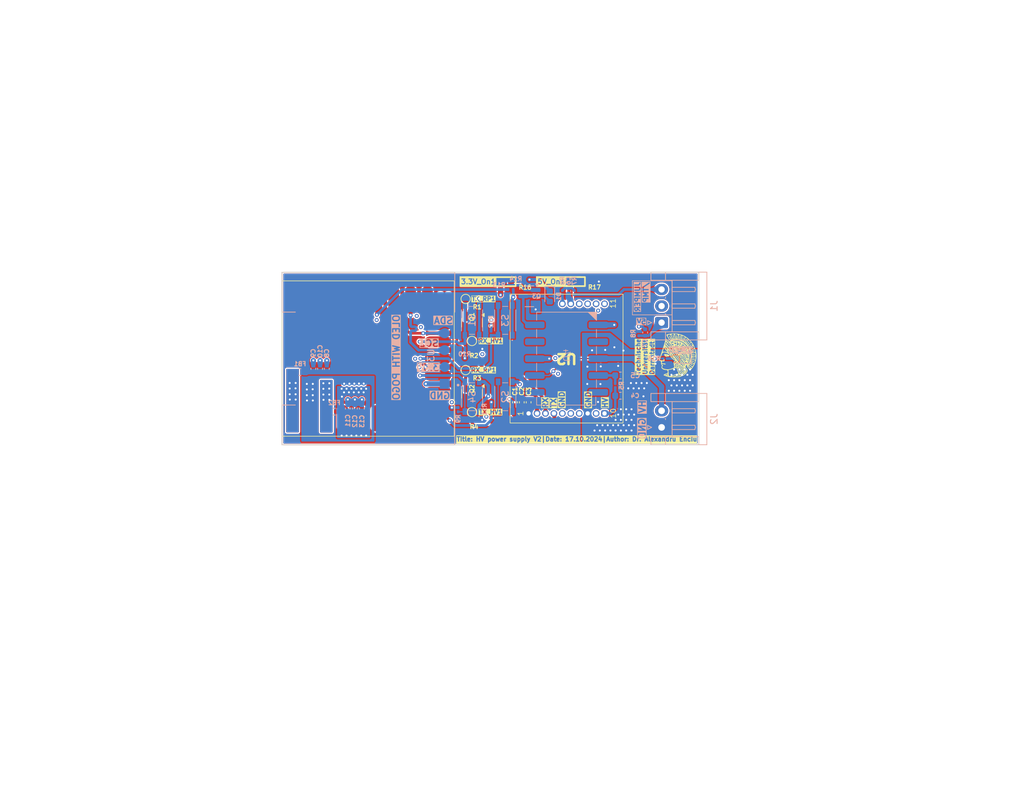
<source format=kicad_pcb>
(kicad_pcb (version 20241229) (generator "pcbnew") (generator_version "9.0")
  (title_block (comment 4 "AISLER Project ID: CDHSDLMZ"))
  (layers (0 "F.Cu" signal) (4 "In1.Cu" signal) (6 "In2.Cu" signal) (2 "B.Cu" signal) (13 "F.Paste" user) (15 "B.Paste" user) (5 "F.SilkS" user "F.Silkscreen") (7 "B.SilkS" user "B.Silkscreen") (1 "F.Mask" user) (3 "B.Mask" user) (25 "Edge.Cuts" user))
  (net 0 "")
  (net 16 "+5V")
  (net 17 "GND")
  (net 18 "Net-(U2-HV_out)")
  (net 19 "Net-(C6-Pad1)")
  (net 20 "+3V3")
  (net 21 "TX_RP2040")
  (net 22 "RX_PSU")
  (net 23 "RX_RP2040")
  (net 24 "TX_PSU")
  (net 25 "Net-(U2-Temp)")
  (net 26 "Temp_in")
  (net 27 "DisplaySCL")
  (net 28 "DisplaySDA")
  (net 29 "SW4")
  (net 30 "SW3")
  (net 31 "SW2")
  (net 32 "SW1")
  (net 33 "HV_ON{slash}OFF")
  (net 34 "HV_Out_relay")
  (net 35 "HV_out")
  (net 36 "Net-(Q3-B)")
  (net 41 "Net-(U4-NO_2)")
  (net 42 "5V_in")
  (net 43 "3.3V_in")
  (net 47 "Net-(D1-A)")
  (net 48 "Net-(3.3V_On1-A)")
  (net 49 "Net-(5V_On1-A)")
  (net 50 "Net-(HV_On1-A)")
  (net 51 "Net-(J1-Pin_1)")
  (footprint "Package_TO_SOT_SMD:SOT-23" (layer "F.Cu") (at 100.89 84.91 -90)
    (property "Reference" "Q1")
    (property "Value" "2N7002")
  )
  (footprint "Resistor_SMD:R_0201_0603Metric" (layer "F.Cu") (at 101.21 99.55 180)
    (property "Reference" "R4")
    (property "Value" "10k")
  )
  (footprint "TestPoint:TestPoint_Pad_D2.0mm" (layer "F.Cu") (at 99.94 92.05)
    (property "Reference" "RX_RP1")
    (property "Value" "RX_RP" (hide yes))
  )
  (footprint "TestPoint:TestPoint_Pad_D2.0mm" (layer "F.Cu") (at 99.94 81.3325 90)
    (property "Reference" "TX_RP1")
    (property "Value" "TX_RP" (hide yes))
  )
  (footprint "Resistor_SMD:R_0201_0603Metric" (layer "F.Cu") (at 100.26 93.27 180)
    (property "Reference" "R3")
    (property "Value" "10k")
  )
  (footprint "Capacitor_SMD:C_0402_1005Metric" (layer "F.Cu") (at 108.39 96.9 90)
    (property "Reference" "C2")
    (property "Value" "10nF/16V")
  )
  (footprint "Capacitor_SMD:C_0402_1005Metric" (layer "F.Cu") (at 109.42 96.9 90)
    (property "Reference" "C3")
    (property "Value" "100nF/16V")
  )
  (footprint "LED_SMD:LED_0603_1608Metric" (layer "F.Cu") (at 105.986 78.72)
    (property "Reference" "3.3V_On1")
    (property "Value" "LED")
  )
  (footprint "Resistor_SMD:R_0201_0603Metric" (layer "F.Cu") (at 100.26 82.5525 180)
    (property "Reference" "R1")
    (property "Value" "10k")
  )
  (footprint "TestPoint:TestPoint_Pad_D2.0mm" (layer "F.Cu") (at 100.89 87.6625)
    (property "Reference" "RX_HV1")
    (property "Value" "RX_HV" (hide yes))
  )
  (footprint "Package_TO_SOT_SMD:SOT-23" (layer "F.Cu") (at 100.89 95.6275 -90)
    (property "Reference" "Q2")
    (property "Value" "2N7002" (hide yes))
  )
  (footprint "Resistor_SMD:R_0201_0603Metric" (layer "F.Cu") (at 108.3185 78.72 180)
    (property "Reference" "R16")
    (property "Value" "680")
  )
  (footprint "RP2040MCU:SuperMiniRP2040" (layer "F.Cu") (at 84.03 90.31 90)
    (property "Reference" "U1" (hide yes))
    (property "Value" "~")
  )
  (footprint "TestPoint:TestPoint_Pad_D2.0mm" (layer "F.Cu") (at 100.89 98.38)
    (property "Reference" "TX_HV1")
    (property "Value" "TX_HV" (hide yes))
  )
  (footprint "LED_SMD:LED_0603_1608Metric" (layer "F.Cu") (at 116.4385 78.71)
    (property "Reference" "5V_On1")
    (property "Value" "LED")
  )
  (footprint "Resistor_SMD:R_0201_0603Metric" (layer "F.Cu") (at 101.21 88.8325 180)
    (property "Reference" "R2")
    (property "Value" "10k")
  )
  (footprint "C11204-01:C11204-01" (layer "F.Cu") (at 115.13 90.32 90)
    (property "Reference" "U2")
    (property "Value" "~" (hide yes))
  )
  (footprint "Capacitor_SMD:C_0402_1005Metric" (layer "F.Cu") (at 107.36 96.9 90)
    (property "Reference" "C1")
    (property "Value" "1nF/16V")
  )
  (footprint "Resistor_SMD:R_0201_0603Metric" (layer "F.Cu") (at 118.7885 78.71 180)
    (property "Reference" "R17")
    (property "Value" "680")
  )
  (footprint "Switch:PTS815SJG250SMTRLFS" (layer "B.Cu") (at 105.8985 96.06 90)
    (property "Reference" "S2")
    (property "Value" "PTS815_SJG_250_SMTR_LFS")
  )
  (footprint "LED_SMD:LED_0603_1608Metric" (layer "B.Cu") (at 132.3885 90.31 180)
    (property "Reference" "HV_On1")
    (property "Value" "LED")
  )
  (footprint "Connector_JST:JST_EH_S3B-EH_1x03_P2.50mm_Horizontal" (layer "B.Cu") (at 129.436 84.9 90)
    (property "Reference" "J1")
    (property "Value" "TMP1")
  )
  (footprint "Resistor_SMD:R_0201_0603Metric" (layer "B.Cu") (at 114.49 80.37 -90)
    (property "Reference" "R6")
    (property "Value" "1k")
  )
  (footprint "Inductor_SMD:L_0603_1608Metric" (layer "B.Cu") (at 74.98 92.340952 180)
    (property "Reference" "FB1")
    (property "Value" "1k")
  )
  (footprint "Package_TO_SOT_SMD:SOT-23" (layer "B.Cu") (at 109.54 80.9325 180)
    (property "Reference" "Q3")
    (property "Value" "S9014")
  )
  (footprint "Resistor_SMD:R_0201_0603Metric" (layer "B.Cu") (at 98.8085 98.01 -90)
    (property "Reference" "R9")
    (property "Value" "10k")
  )
  (footprint "Inductor_SMD:L_0603_1608Metric" (layer "B.Cu") (at 80.16 98.31 180)
    (property "Reference" "FB2")
    (property "Value" "1k")
  )
  (footprint "Capacitor_SMD:C_0603_1608Metric" (layer "B.Cu") (at 123.23 92.86)
    (property "Reference" "C5")
    (property "Value" "47nF/100V")
  )
  (footprint "Capacitor_SMD:C_0402_1005Metric" (layer "B.Cu") (at 83.2575 97.83 90)
    (property "Reference" "C12")
    (property "Value" "10nF/16V")
  )
  (footprint "Connector_JST:JST_EH_S2B-EH_1x02_P2.50mm_Horizontal" (layer "B.Cu") (at 129.436 100.68 90)
    (property "Reference" "J2")
    (property "Value" "HV")
  )
  (footprint "Resistor_SMD:R_0201_0603Metric" (layer "B.Cu") (at 99.8185 88.36 90)
    (property "Reference" "R10")
    (property "Value" "10k")
  )
  (footprint "Capacitor_SMD:C_0402_1005Metric" (layer "B.Cu") (at 115.395 80.16 -90)
    (property "Reference" "C6")
    (property "Value" "100nF/16V")
  )
  (footprint "Switch:PTS815SJG250SMTRLFS" (layer "B.Cu") (at 105.8985 84.56 90)
    (property "Reference" "S3")
    (property "Value" "PTS815_SJG_250_SMTR_LFS")
  )
  (footprint "Resistor_SMD:R_0201_0603Metric" (layer "B.Cu") (at 122.455 94.385 90)
    (property "Reference" "R5")
    (property "Value" "10")
  )
  (footprint "Resistor_SMD:R_0201_0603Metric" (layer "B.Cu") (at 103.7585 86.5 -90)
    (property "Reference" "R12")
    (property "Value" "10k")
  )
  (footprint "Capacitor_SMD:C_0402_1005Metric" (layer "B.Cu") (at 82.1975 97.83 90)
    (property "Reference" "C11")
    (property "Value" "100nF/16V")
  )
  (footprint "Resistor_SMD:R_0201_0603Metric" (layer "B.Cu") (at 129.9585 90.31)
    (property "Reference" "R15")
    (property "Value" "680")
  )
  (footprint "Resistor_SMD:R_0201_0603Metric" (layer "B.Cu") (at 103.8085 97.99 -90)
    (property "Reference" "R11")
    (property "Value" "10k")
  )
  (footprint "Switch:PTS815SJG250SMTRLFS" (layer "B.Cu") (at 100.8985 84.56 90)
    (property "Reference" "S1")
    (property "Value" "PTS815_SJG_250_SMTR_LFS")
  )
  (footprint "Switch:PTS815SJG250SMTRLFS" (layer "B.Cu") (at 100.8985 96.06 90)
    (property "Reference" "S4")
    (property "Value" "PTS815_SJG_250_SMTR_LFS")
  )
  (footprint "Capacitor_SMD:C_0402_1005Metric" (layer "B.Cu") (at 78.025 91.86 90)
    (property "Reference" "C10")
    (property "Value" "1nF/16V")
  )
  (footprint "Resistor_SMD:R_0201_0603Metric" (layer "B.Cu") (at 106.31 79.595 -90)
    (property "Reference" "R13")
    (property "Value" "680")
  )
  (footprint "Capacitor_SMD:C_0402_1005Metric" (layer "B.Cu") (at 77.01 91.86 90)
    (property "Reference" "C9")
    (property "Value" "10nF/16V")
  )
  (footprint "Resistor_SMD:R_0201_0603Metric" (layer "B.Cu") (at 107.11 79.595 90)
    (property "Reference" "R14")
    (property "Value" "10k")
  )
  (footprint "Capacitor_SMD:C_0402_1005Metric" (layer "B.Cu") (at 84.3175 97.83 90)
    (property "Reference" "C13")
    (property "Value" "1nF/16V")
  )
  (footprint "Capacitor_SMD:C_0402_1005Metric" (layer "B.Cu") (at 126.9625 86.39 90)
    (property "Reference" "C7")
    (property "Value" "100nF/16V")
  )
  (footprint "Resistor_SMD:R_0201_0603Metric" (layer "B.Cu") (at 125.9925 86.55 90)
    (property "Reference" "R8")
    (property "Value" "10")
  )
  (footprint "TQ2SA_relay:TQ2SA_3V" (layer "B.Cu") (at 115.13 90.32 180)
    (property "Reference" "U4")
    (property "Value" "~")
  )
  (footprint "Oled_module:MODULE_DM-OLED096-636" (layer "B.Cu") (at 85.2985 90.31 90)
    (property "Reference" "U3")
    (property "Value" "DM-OLED096-636")
  )
  (footprint "Capacitor_SMD:C_0603_1608Metric" (layer "B.Cu") (at 123.23 95.91)
    (property "Reference" "C4")
    (property "Value" "47nF/100V")
  )
  (footprint "Capacitor_SMD:C_0402_1005Metric" (layer "B.Cu") (at 79.04 91.86 90)
    (property "Reference" "C8")
    (property "Value" "100nF/16V")
  )
  (footprint "Diode_SMD:D_0603_1608Metric" (layer "B.Cu") (at 112.5985 80.94 -90)
    (property "Reference" "D1")
    (property "Value" "TS4148rcg")
  )
  (footprint "Resistor_SMD:R_0201_0603Metric" (layer "B.Cu") (at 116.3 80.37 90)
    (property "Reference" "R7")
    (property "Value" "1.5k")
  )
  (gr_rect (start 109.8385 81.68) (end 111.1185 83.34) (stroke (width 0.2)) (fill yes) (layer "B.Cu") (net 17))
  (gr_rect (start 99.1535 78.05) (end 107.4635 79.41) (stroke (width 0.25)) (fill no) (layer "F.SilkS"))
  (gr_rect (start 110.6585 78.04) (end 117.8985 79.4) (stroke (width 0.25)) (fill no) (layer "F.SilkS"))
  (gr_poly (pts (xy 131.537514 86.537873) (xy 131.713761 86.551042) (xy 131.88678 86.572945) (xy 132.05649 86.603545) (xy 132.222806 86.642803) (xy 132.385648 86.690685) (xy 132.544931 86.747151) (xy 132.700574 86.812165) (xy 132.852494 86.885689) (xy 133.000608 86.967687) (xy 133.144833 87.058121) (xy 133.285087 87.156954) (xy 133.421288 87.264148) (xy 133.553352 87.379667) (xy 133.681197 87.503473) (xy 133.804741 87.63553) (xy 133.904634 87.752833) (xy 133.998459 87.873617) (xy 134.086206 87.997637) (xy 134.167868 88.124645) (xy 134.243436 88.254395) (xy 134.312901 88.386638) (xy 134.376256 88.521128) (xy 134.433491 88.657619) (xy 134.484599 88.795862) (xy 134.52957 88.935612) (xy 134.568398 89.076621) (xy 134.601072 89.218643) (xy 134.627585 89.361429) (xy 134.647928 89.504734) (xy 134.662094 89.64831) (xy 134.670073 89.791911) (xy 134.671857 89.935289) (xy 134.667437 90.078197) (xy 134.656806 90.220388) (xy 134.639955 90.361616) (xy 134.616876 90.501633) (xy 134.587559 90.640193) (xy 134.551998 90.777048) (xy 134.510182 90.911952) (xy 134.462105 91.044657) (xy 134.407757 91.174916) (xy 134.34713 91.302483) (xy 134.280216 91.427111) (xy 134.207006 91.548552) (xy 134.127492 91.666559) (xy 134.041665 91.780886) (xy 133.949518 91.891286) (xy 133.745876 92.122796) (xy 133.483785 91.827298) (xy 133.448527 91.786968) (xy 133.416488 91.749064) (xy 133.387586 91.713423) (xy 133.361738 91.679878) (xy 133.33886 91.648266) (xy 133.318871 91.61842) (xy 133.301687 91.590176) (xy 133.287226 91.563369) (xy 133.28099 91.550452) (xy 133.275404 91.537833) (xy 133.270456 91.52549) (xy 133.266138 91.513403) (xy 133.262438 91.501552) (xy 133.259346 91.489915) (xy 133.257291 91.480488) (xy 133.357901 91.480488) (xy 133.358413 91.48698) (xy 133.360635 91.495108) (xy 133.364575 91.504855) (xy 133.37024 91.516206) (xy 133.377639 91.529146) (xy 133.39767 91.559729) (xy 133.424731 91.596477) (xy 133.458886 91.639265) (xy 133.500199 91.687968) (xy 133.548734 91.74246) (xy 133.548734 91.742463) (xy 133.585326 91.78246) (xy 133.618155 91.817779) (xy 133.647484 91.848574) (xy 133.660919 91.862323) (xy 133.673578 91.875) (xy 133.685495 91.886623) (xy 133.696702 91.897212) (xy 133.707233 91.906787) (xy 133.71712 91.915367) (xy 133.726397 91.922971) (xy 133.735097 91.929618) (xy 133.743253 91.935328) (xy 133.750897 91.940121) (xy 133.758064 91.944015) (xy 133.764785 91.947031) (xy 133.767989 91.948215) (xy 133.771094 91.949187) (xy 133.774105 91.949949) (xy 133.777024 91.950503) (xy 133.779858 91.950852) (xy 133.782609 91.950999) (xy 133.785282 91.950945) (xy 133.787881 91.950693) (xy 133.790409 91.950245) (xy 133.792872 91.949605) (xy 133.795274 91.948774) (xy 133.797618 91.947754) (xy 133.799908 91.946549) (xy 133.802149 91.945161) (xy 133.804345 91.943591) (xy 133.8065 91.941843) (xy 133.810704 91.937822) (xy 133.814793 91.933115) (xy 133.8188 91.927743) (xy 133.82276 91.921725) (xy 133.826704 91.915079) (xy 133.830665 91.907827) (xy 133.831674 91.904992) (xy 133.832014 91.901617) (xy 133.831697 91.897719) (xy 133.830741 91.893315) (xy 133.826963 91.883061) (xy 133.820799 91.870993) (xy 133.812363 91.857252) (xy 133.801773 91.841978) (xy 133.789145 91.825308) (xy 133.774596 91.807384) (xy 133.758243 91.788345) (xy 133.740203 91.76833) (xy 133.720592 91.747479) (xy 133.699527 91.725932) (xy 133.677124 91.703827) (xy 133.6535 91.681305) (xy 133.628773 91.658506) (xy 133.603058 91.635568) (xy 133.549965 91.590044) (xy 133.503201 91.552066) (xy 133.46283 91.52151) (xy 133.428914 91.498249) (xy 133.401519 91.482157) (xy 133.390286 91.476761) (xy 133.380707 91.47311) (xy 133.37279 91.471189) (xy 133.366543 91.470982) (xy 133.361974 91.472473) (xy 133.359091 91.475647) (xy 133.357901 91.480488) (xy 133.257291 91.480488) (xy 133.256851 91.478472) (xy 133.254944 91.467203) (xy 133.253614 91.456086) (xy 133.252851 91.445102) (xy 133.252644 91.434229) (xy 133.252982 91.423447) (xy 133.253856 91.412735) (xy 133.255256 91.402073) (xy 133.25717 91.39144) (xy 133.259588 91.380815) (xy 133.267582 91.34616) (xy 133.273012 91.316261) (xy 133.274784 91.303093) (xy 133.275936 91.291112) (xy 133.27639 91.282056) (xy 133.481581 91.282056) (xy 133.482832 91.291478) (xy 133.486486 91.30252) (xy 133.492391 91.315045) (xy 133.500397 91.328919) (xy 133.522109 91.360172) (xy 133.550416 91.395198) (xy 133.584111 91.432915) (xy 133.621988 91.472241) (xy 133.662842 91.512094) (xy 133.705467 91.551394) (xy 133.748656 91.589058) (xy 133.791204 91.624005) (xy 133.831904 91.655153) (xy 133.869551 91.681421) (xy 133.902939 91.701727) (xy 133.917659 91.709306) (xy 133.930861 91.71499) (xy 133.942396 91.718642) (xy 133.952112 91.720127) (xy 133.959859 91.719311) (xy 133.965486 91.716058) (xy 133.979751 91.700666) (xy 133.991018 91.685762) (xy 133.995479 91.678424) (xy 133.999131 91.671123) (xy 134.001955 91.663833) (xy 134.003932 91.656525) (xy 134.005042 91.649172) (xy 134.005266 91.641744) (xy 134.004583 91.634215) (xy 134.002974 91.626556) (xy 134.000419 91.61874) (xy 133.9969 91.610737) (xy 133.992396 91.602522) (xy 133.986887 91.594064) (xy 133.980355 91.585337) (xy 133.972779 91.576312) (xy 133.954418 91.557257) (xy 133.931648 91.536676) (xy 133.904311 91.514345) (xy 133.872251 91.49004) (xy 133.835311 91.463536) (xy 133.793335 91.434611) (xy 133.746164 91.403039) (xy 133.719212 91.385482) (xy 133.693015 91.368969) (xy 133.66771 91.353561) (xy 133.643432 91.33932) (xy 133.620317 91.326309) (xy 133.5985 91.314589) (xy 133.578117 91.304223) (xy 133.559304 91.295272) (xy 133.542195 91.287799) (xy 133.526928 91.281864) (xy 133.513638 91.277531) (xy 133.507776 91.275985) (xy 133.50246 91.274862) (xy 133.497705 91.27417) (xy 133.493529 91.273918) (xy 133.48995 91.274112) (xy 133.486983 91.27476) (xy 133.484645 91.275872) (xy 133.482955 91.277453) (xy 133.481928 91.279512) (xy 133.481582 91.282056) (xy 133.481581 91.282056) (xy 133.27639 91.282056) (xy 133.276477 91.280317) (xy 133.276414 91.270708) (xy 133.275753 91.262283) (xy 133.274502 91.255043) (xy 133.272668 91.248986) (xy 133.270259 91.244112) (xy 133.267282 91.240421) (xy 133.263744 91.237911) (xy 133.259653 91.236582) (xy 133.255015 91.236433) (xy 133.249838 91.237464) (xy 133.244129 91.239674) (xy 133.237896 91.243062) (xy 133.231146 91.247628) (xy 133.223885 91.253371) (xy 133.216123 91.26029) (xy 133.207864 91.268385) (xy 133.199118 91.277655) (xy 133.180191 91.299718) (xy 133.159398 91.326474) (xy 133.136799 91.357916) (xy 133.112451 91.39404) (xy 133.09447 91.421836) (xy 133.079046 91.446832) (xy 133.066258 91.469492) (xy 133.060879 91.480091) (xy 133.05619 91.49028) (xy 133.052201 91.500118) (xy 133.048922 91.509662) (xy 133.046363 91.518971) (xy 133.044536 91.528102) (xy 133.043448 91.537114) (xy 133.043112 91.546065) (xy 133.043537 91.555013) (xy 133.044734 91.564015) (xy 133.046711 91.573131) (xy 133.049481 91.582417) (xy 133.053052 91.591933) (xy 133.057435 91.601736) (xy 133.062641 91.611884) (xy 133.068678 91.622436) (xy 133.075559 91.633449) (xy 133.083292 91.644982) (xy 133.101357 91.669838) (xy 133.122954 91.69747) (xy 133.148166 91.728342) (xy 133.177074 91.762918) (xy 133.194617 91.784472) (xy 133.211668 91.806806) (xy 133.228139 91.829745) (xy 133.243941 91.853114) (xy 133.258987 91.876738) (xy 133.273188 91.900443) (xy 133.286455 91.924055) (xy 133.2987 91.947398) (xy 133.309836 91.970299) (xy 133.319773 91.992582) (xy 133.328424 92.014073) (xy 133.3357 92.034597) (xy 133.341513 92.053979) (xy 133.345774 92.072046) (xy 133.348395 92.088622) (xy 133.349289 92.103532) (xy 133.347968 92.137) (xy 133.344041 92.170668) (xy 133.337558 92.204491) (xy 133.328568 92.238426) (xy 133.317122 92.272428) (xy 133.303272 92.306454) (xy 133.268557 92.374396) (xy 133.224826 92.441901) (xy 133.172482 92.508613) (xy 133.11193 92.574181) (xy 133.043572 92.63825) (xy 132.967813 92.700467) (xy 132.885054 92.760479) (xy 132.795701 92.817931) (xy 132.700155 92.87247) (xy 132.598821 92.923744) (xy 132.492103 92.971398) (xy 132.380402 93.015079) (xy 132.264124 93.054433) (xy 132.264129 93.054433) (xy 132.195817 93.07212) (xy 132.111497 93.087856) (xy 132.01335 93.101606) (xy 131.903554 93.113334) (xy 131.657743 93.130582) (xy 131.391507 93.13932) (xy 131.122288 93.139263) (xy 130.867529 93.130129) (xy 130.751023 93.12207) (xy 130.644673 93.111636) (xy 130.550659 93.098792) (xy 130.471163 93.083501) (xy 130.412515 93.068952) (xy 130.399629 93.065408) (xy 131.48399 93.065408) (xy 131.484228 93.066156) (xy 131.484701 93.066833) (xy 131.486361 93.067971) (xy 131.488987 93.068813) (xy 131.492597 93.069353) (xy 131.497207 93.069581) (xy 131.532918 93.06813) (xy 131.579465 93.063296) (xy 131.698143 93.045069) (xy 131.839403 93.018072) (xy 131.989404 92.985478) (xy 132.134307 92.950461) (xy 132.260271 92.916194) (xy 132.311826 92.900333) (xy 132.353457 92.885849) (xy 132.383433 92.873139) (xy 132.400024 92.8626) (xy 132.406691 92.855033) (xy 132.410842 92.84823) (xy 132.412556 92.84218) (xy 132.411914 92.836873) (xy 132.408996 92.832298) (xy 132.40388 92.828444) (xy 132.387379 92.822858) (xy 132.363052 92.820031) (xy 132.331537 92.819878) (xy 132.293474 92.822316) (xy 132.249502 92.827259) (xy 132.200263 92.834623) (xy 132.146394 92.844324) (xy 132.027328 92.870399) (xy 131.89742 92.904807) (xy 131.83 92.924926) (xy 131.761789 92.946874) (xy 131.725244 92.959253) (xy 131.690734 92.971297) (xy 131.658394 92.982942) (xy 131.62836 92.994125) (xy 131.600768 93.004786) (xy 131.575753 93.01486) (xy 131.553452 93.024285) (xy 131.533999 93.032998) (xy 131.51753 93.040938) (xy 131.504182 93.048041) (xy 131.494089 93.054244) (xy 131.490306 93.056989) (xy 131.487387 93.059486) (xy 131.485351 93.061726) (xy 131.484213 93.063703) (xy 131.48399 93.065408) (xy 130.399629 93.065408) (xy 130.347479 93.051065) (xy 130.278216 93.030541) (xy 130.206981 93.00811) (xy 130.992568 93.00811) (xy 130.992711 93.010515) (xy 130.993192 93.012857) (xy 130.994013 93.015131) (xy 130.99518 93.017331) (xy 130.996696 93.019452) (xy 130.998566 93.02149) (xy 131.000793 93.023438) (xy 131.003383 93.025292) (xy 131.00634 93.027047) (xy 131.016128 93.029735) (xy 131.031412 93.030368) (xy 131.076942 93.02594) (xy 131.139885 93.014698) (xy 131.217198 92.997576) (xy 131.402758 92.949429) (xy 131.60927 92.888976) (xy 131.812383 92.823691) (xy 131.987747 92.761049) (xy 132.057413 92.733055) (xy 132.11101 92.708526) (xy 132.145494 92.688395) (xy 132.154618 92.680271) (xy 132.157821 92.673597) (xy 132.155727 92.67056) (xy 132.149446 92.668808) (xy 132.125178 92.668945) (xy 132.086725 92.673576) (xy 132.035792 92.682272) (xy 131.903317 92.710137) (xy 131.741406 92.7491) (xy 131.563713 92.79572) (xy 131.383893 92.846556) (xy 131.215599 92.898166) (xy 131.072485 92.94711) (xy 131.06605 92.949556) (xy 131.059856 92.952056) (xy 131.053904 92.954606) (xy 131.048201 92.9572) (xy 131.04275 92.959834) (xy 131.037555 92.962502) (xy 131.032621 92.965198) (xy 131.027951 92.967919) (xy 131.023551 92.970659) (xy 131.019424 92.973412) (xy 131.015574 92.976173) (xy 131.012006 92.978939) (xy 131.008725 92.981702) (xy 131.005733 92.984458) (xy 131.003036 92.987203) (xy 131.000638 92.98993) (xy 130.998542 92.992635) (xy 130.996754 92.995313) (xy 130.995277 92.997958) (xy 130.994116 93.000565) (xy 130.993274 93.00313) (xy 130.992757 93.005646) (xy 130.992568 93.00811) (xy 130.206981 93.00811) (xy 130.206886 93.00808) (xy 130.135652 92.98438) (xy 130.066676 92.960143) (xy 130.002119 92.936068) (xy 129.944143 92.912854) (xy 129.900058 92.894326) (xy 129.861537 92.877776) (xy 129.828412 92.862942) (xy 129.813821 92.856088) (xy 129.800516 92.849564) (xy 129.799893 92.849241) (xy 130.262534 92.849241) (xy 130.262554 92.852011) (xy 130.262764 92.854862) (xy 130.263166 92.85779) (xy 130.263761 92.860791) (xy 130.264551 92.86386) (xy 130.26554 92.866993) (xy 130.266727 92.870186) (xy 130.268115 92.873435) (xy 130.269707 92.876735) (xy 130.271503 92.880083) (xy 130.273506 92.883474) (xy 130.277822 92.890212) (xy 130.282313 92.896761) (xy 130.286944 92.903088) (xy 130.291679 92.909157) (xy 130.296483 92.914936) (xy 130.301319 92.920391) (xy 130.306151 92.925486) (xy 130.310943 92.93019) (xy 130.31566 92.934467) (xy 130.320266 92.938284) (xy 130.324725 92.941607) (xy 130.329001 92.944401) (xy 130.331059 92.94559) (xy 130.333057 92.946634) (xy 130.334992 92.947529) (xy 130.336859 92.94827) (xy 130.338654 92.948855) (xy 130.340371 92.949277) (xy 130.342006 92.949534) (xy 130.343555 92.949621) (xy 130.345051 92.949534) (xy 130.346527 92.949277) (xy 130.347982 92.948855) (xy 130.349415 92.94827) (xy 130.350823 92.947529) (xy 130.352205 92.946634) (xy 130.354882 92.944401) (xy 130.35743 92.941607) (xy 130.359835 92.938284) (xy 130.362082 92.934467) (xy 130.364157 92.93019) (xy 130.366043 92.925486) (xy 130.367726 92.920391) (xy 130.369191 92.914936) (xy 130.370423 92.909157) (xy 130.371407 92.903088) (xy 130.372129 92.896761) (xy 130.372573 92.890212) (xy 130.372724 92.883474) (xy 130.372633 92.880083) (xy 130.372361 92.876735) (xy 130.371913 92.873435) (xy 130.371295 92.870186) (xy 130.370509 92.866993) (xy 130.369561 92.86386) (xy 130.368456 92.860791) (xy 130.367197 92.85779) (xy 130.36579 92.854862) (xy 130.364238 92.852011) (xy 130.362546 92.849241) (xy 130.360719 92.846557) (xy 130.358761 92.843962) (xy 130.356677 92.841461) (xy 130.354471 92.839058) (xy 130.352148 92.836757) (xy 130.349712 92.834563) (xy 130.347167 92.83248) (xy 130.344518 92.830512) (xy 130.341771 92.828664) (xy 130.338928 92.826938) (xy 130.335994 92.825341) (xy 130.332975 92.823875) (xy 130.329874 92.822546) (xy 130.326697 92.821358) (xy 130.323447 92.820314) (xy 130.320128 92.819419) (xy 130.316747 92.818677) (xy 130.313306 92.818093) (xy 130.309811 92.81767) (xy 130.306266 92.817413) (xy 130.302675 92.817327) (xy 130.299139 92.817413) (xy 130.295753 92.81767) (xy 130.29252 92.818093) (xy 130.289441 92.818677) (xy 130.286518 92.819419) (xy 130.283754 92.820314) (xy 130.281149 92.821358) (xy 130.278707 92.822546) (xy 130.276428 92.823875) (xy 130.274315 92.825341) (xy 130.272369 92.826938) (xy 130.270593 92.828664) (xy 130.268988 92.830512) (xy 130.267555 92.83248) (xy 130.266298 92.834563) (xy 130.265218 92.836757) (xy 130.264316 92.839058) (xy 130.263595 92.841461) (xy 130.263057 92.843962) (xy 130.262702 92.846557) (xy 130.262534 92.849241) (xy 129.799893 92.849241) (xy 129.788476 92.843338) (xy 129.777681 92.837377) (xy 129.768109 92.831649) (xy 129.759739 92.826121) (xy 129.752551 92.820761) (xy 129.746524 92.815534) (xy 129.741636 92.810409) (xy 129.737868 92.805353) (xy 129.735197 92.800334) (xy 129.734308 92.79794) (xy 129.952574 92.79794) (xy 129.952579 92.798975) (xy 129.952716 92.799964) (xy 129.952984 92.800906) (xy 129.953385 92.8018) (xy 129.953919 92.802645) (xy 129.954587 92.803442) (xy 129.955391 92.804189) (xy 129.95633 92.804884) (xy 129.957406 92.805529) (xy 129.95997 92.80666) (xy 129.963091 92.807576) (xy 129.966773 92.808272) (xy 129.971025 92.808741) (xy 129.975851 92.808976) (xy 129.986987 92.808748) (xy 129.999832 92.807601) (xy 130.014231 92.805581) (xy 130.030033 92.802733) (xy 130.065234 92.794736) (xy 130.104214 92.783971) (xy 130.145752 92.770803) (xy 130.188628 92.755593) (xy 130.231619 92.738705) (xy 130.273506 92.720502) (xy 130.283548 92.715841) (xy 130.293206 92.711233) (xy 130.302474 92.706683) (xy 130.311344 92.702198) (xy 130.319811 92.697783) (xy 130.327869 92.693445) (xy 130.33551 92.68919) (xy 130.342729 92.685023) (xy 130.349519 92.680951) (xy 130.355874 92.67698) (xy 130.361787 92.673116) (xy 130.367253 92.669364) (xy 130.372264 92.66573) (xy 130.376815 92.662222) (xy 130.380899 92.658844) (xy 130.384509 92.655603) (xy 130.38764 92.652505) (xy 130.390285 92.649555) (xy 130.392438 92.646761) (xy 130.394092 92.644127) (xy 130.395241 92.64166) (xy 130.395624 92.64049) (xy 130.395878 92.639365) (xy 130.396003 92.638285) (xy 130.395998 92.63725) (xy 130.395861 92.636261) (xy 130.395593 92.635319) (xy 130.395192 92.634425) (xy 130.394658 92.633579) (xy 130.39399 92.632783) (xy 130.393186 92.632036) (xy 130.392247 92.63134) (xy 130.391171 92.630696) (xy 130.388607 92.629565) (xy 130.385486 92.628648) (xy 130.381804 92.627953) (xy 130.377552 92.627484) (xy 130.372726 92.627248) (xy 130.36159 92.627476) (xy 130.348745 92.628622) (xy 130.334346 92.630642) (xy 130.318544 92.633489) (xy 130.283343 92.641486) (xy 130.244363 92.652251) (xy 130.202824 92.665419) (xy 130.159949 92.680629) (xy 130.116957 92.697518) (xy 130.075069 92.715722) (xy 130.075069 92.715726) (xy 130.065027 92.720387) (xy 130.055369 92.724995) (xy 130.046102 92.729544) (xy 130.037231 92.734029) (xy 130.028764 92.738444) (xy 130.020707 92.742781) (xy 130.013066 92.747036) (xy 130.005847 92.751203) (xy 129.999057 92.755275) (xy 129.992703 92.759246) (xy 129.986789 92.76311) (xy 129.981324 92.766862) (xy 129.976312 92.770495) (xy 129.971762 92.774003) (xy 129.967678 92.777381) (xy 129.964067 92.780622) (xy 129.960937 92.78372) (xy 129.958292 92.786669) (xy 129.956139 92.789464) (xy 129.954485 92.792098) (xy 129.953336 92.794565) (xy 129.952953 92.795734) (xy 129.952699 92.796859) (xy 129.952574 92.79794) (xy 129.734308 92.79794) (xy 129.734266 92.797827) (xy 129.733603 92.795317) (xy 129.733203 92.7928) (xy 129.733064 92.790272) (xy 129.733185 92.787728) (xy 129.733561 92.785164) (xy 129.735072 92.779961) (xy 129.737577 92.774631) (xy 129.741053 92.76914) (xy 129.745481 92.763456) (xy 129.750839 92.757547) (xy 129.757107 92.751379) (xy 129.764263 92.744919) (xy 129.772287 92.738136) (xy 129.790853 92.723465) (xy 129.812639 92.707105) (xy 129.82687 92.697084) (xy 129.842611 92.686952) (xy 129.8597 92.676781) (xy 129.877973 92.666637) (xy 129.897269 92.656592) (xy 129.917423 92.646713) (xy 129.938274 92.63707) (xy 129.959657 92.627732) (xy 130.003373 92.610248) (xy 130.025378 92.60224) (xy 130.047265 92.594814) (xy 130.068871 92.588039) (xy 130.090032 92.581983) (xy 130.110587 92.576717) (xy 130.130371 92.572309) (xy 130.168342 92.563444) (xy 130.202854 92.553047) (xy 130.218828 92.547249) (xy 130.233955 92.541039) (xy 130.248241 92.534406) (xy 130.261691 92.527341) (xy 130.274311 92.519833) (xy 130.286108 92.511874) (xy 130.297086 92.503452) (xy 130.307253 92.494559) (xy 130.316612 92.485184) (xy 130.325172 92.475318) (xy 130.332936 92.46495) (xy 130.339912 92.454072) (xy 130.346104 92.442672) (xy 130.351519 92.430742) (xy 130.356162 92.41827) (xy 130.36004 92.405249) (xy 130.363158 92.391667) (xy 130.365522 92.377514) (xy 130.367137 92.362782) (xy 130.36801 92.34746) (xy 130.368146 92.331538) (xy 130.367551 92.315006) (xy 130.366232 92.297855) (xy 130.364193 92.280074) (xy 130.35798 92.242586) (xy 130.348961 92.202462) (xy 130.34298 92.181097) (xy 130.336145 92.161592) (xy 130.328311 92.143857) (xy 130.319331 92.127806) (xy 130.314365 92.120385) (xy 130.310211 92.11488) (xy 130.455039 92.11488) (xy 130.455106 92.12298) (xy 130.455705 92.131528) (xy 130.456811 92.140544) (xy 130.458395 92.150049) (xy 130.460433 92.160064) (xy 130.465759 92.181703) (xy 130.473303 92.216145) (xy 130.480375 92.260673) (xy 130.486818 92.313425) (xy 130.492476 92.372542) (xy 130.497192 92.436161) (xy 130.500808 92.502422) (xy 130.503168 92.569464) (xy 130.504114 92.635427) (xy 130.504116 92.635423) (xy 130.504899 92.695365) (xy 130.507134 92.748279) (xy 130.511198 92.794397) (xy 130.514033 92.814981) (xy 130.517467 92.833953) (xy 130.521547 92.851344) (xy 130.526319 92.867181) (xy 130.531831 92.881495) (xy 130.53813 92.894314) (xy 130.545263 92.905668) (xy 130.553277 92.915585) (xy 130.562219 92.924096) (xy 130.572137 92.931228) (xy 130.583077 92.937011) (xy 130.595086 92.941475) (xy 130.608212 92.944649) (xy 130.622502 92.946561) (xy 130.638003 92.947241) (xy 130.654761 92.946718) (xy 130.672825 92.945021) (xy 130.692241 92.94218) (xy 130.735317 92.93318) (xy 130.784367 92.919951) (xy 130.839767 92.902727) (xy 130.901895 92.881742) (xy 131.003231 92.848436) (xy 131.156904 92.800207) (xy 131.342048 92.743515) (xy 131.537798 92.684823) (xy 132.008335 92.545335) (xy 131.885063 92.303541) (xy 131.872506 92.278148) (xy 131.860301 92.251974) (xy 131.848511 92.225217) (xy 131.837199 92.198076) (xy 131.826429 92.170751) (xy 131.816265 92.14344) (xy 131.806768 92.116343) (xy 131.798003 92.089659) (xy 131.790032 92.063588) (xy 131.782918 92.038329) (xy 131.776726 92.01408) (xy 131.771518 91.991041) (xy 131.767357 91.969412) (xy 131.764307 91.949391) (xy 131.762431 91.931178) (xy 131.761791 91.914972) (xy 131.761129 91.897009) (xy 131.759161 91.880009) (xy 131.755913 91.863976) (xy 131.751411 91.848913) (xy 131.748204 91.841028) (xy 131.855341 91.841028) (xy 131.858435 91.876628) (xy 131.864897 91.915559) (xy 131.874631 91.95745) (xy 131.887539 92.001926) (xy 131.903522 92.048614) (xy 131.922483 92.097141) (xy 131.944325 92.147135) (xy 131.968948 92.198221) (xy 131.996256 92.250028) (xy 132.026151 92.30218) (xy 132.058534 92.354306) (xy 132.058534 92.35431) (xy 132.074784 92.378478) (xy 132.092561 92.403111) (xy 132.111689 92.428035) (xy 132.13199 92.453073) (xy 132.153289 92.478049) (xy 132.175409 92.502785) (xy 132.198174 92.527107) (xy 132.221406 92.550837) (xy 132.244929 92.5738) (xy 132.268567 92.595818) (xy 132.292143 92.616717) (xy 132.31548 92.636318) (xy 132.338403 92.654447) (xy 132.360734 92.670926) (xy 132.382296 92.68558) (xy 132.402914 92.698232) (xy 132.435712 92.716964) (xy 132.465152 92.733172) (xy 132.491726 92.74684) (xy 132.515926 92.757956) (xy 132.527289 92.762552) (xy 132.538244 92.766506) (xy 132.548852 92.769815) (xy 132.559174 92.772477) (xy 132.569272 92.774491) (xy 132.579208 92.775855) (xy 132.589042 92.776567) (xy 132.598837 92.776626) (xy 132.608654 92.776031) (xy 132.618554 92.774778) (xy 132.6286 92.772868) (xy 132.638852 92.770297) (xy 132.649373 92.767065) (xy 132.660223 92.763169) (xy 132.671465 92.758608) (xy 132.68316 92.753381) (xy 132.708154 92.740919) (xy 132.735698 92.72577) (xy 132.766285 92.70792) (xy 132.800407 92.687356) (xy 132.845586 92.658403) (xy 132.888868 92.627718) (xy 132.930112 92.59549) (xy 132.969179 92.56191) (xy 133.005928 92.527169) (xy 133.040219 92.491457) (xy 133.07191 92.454963) (xy 133.100862 92.417879) (xy 133.126934 92.380395) (xy 133.149985 92.342702) (xy 133.169876 92.304989) (xy 133.186465 92.267447) (xy 133.199612 92.230266) (xy 133.204851 92.211871) (xy 133.209177 92.193637) (xy 133.212572 92.175589) (xy 133.215018 92.157751) (xy 133.216499 92.140145) (xy 133.216997 92.122796) (xy 133.216492 92.107379) (xy 133.215007 92.091401) (xy 133.212586 92.07493) (xy 133.209276 92.058036) (xy 133.205119 92.040788) (xy 133.200162 92.023254) (xy 133.194449 92.005504) (xy 133.188025 91.987605) (xy 133.180935 91.969628) (xy 133.173223 91.951641) (xy 133.156115 91.915913) (xy 133.13706 91.880971) (xy 133.116416 91.847368) (xy 133.094543 91.815654) (xy 133.071799 91.78638) (xy 133.060212 91.77283) (xy 133.048542 91.760098) (xy 133.036834 91.748251) (xy 133.025132 91.737358) (xy 133.013482 91.727489) (xy 133.001928 91.718712) (xy 132.990515 91.711097) (xy 132.979287 91.704711) (xy 132.968291 91.699625) (xy 132.95757 91.695907) (xy 132.947169 91.693625) (xy 132.937134 91.692849) (xy 132.933532 91.69305) (xy 132.930349 91.693644) (xy 132.927579 91.694622) (xy 132.925218 91.695974) (xy 132.923262 91.697691) (xy 132.921706 91.699762) (xy 132.920546 91.702178) (xy 132.919777 91.704929) (xy 132.919395 91.708005) (xy 132.919395 91.711397) (xy 132.919772 91.715094) (xy 132.920523 91.719087) (xy 132.923127 91.727921) (xy 132.92717 91.737819) (xy 132.932617 91.748705) (xy 132.939431 91.760499) (xy 132.947577 91.773123) (xy 132.957018 91.786498) (xy 132.96772 91.800545) (xy 132.979647 91.815188) (xy 132.992761 91.830346) (xy 133.007028 91.845941) (xy 133.02941 91.871107) (xy 133.049694 91.896684) (xy 133.067898 91.922622) (xy 133.084035 91.948875) (xy 133.098123 91.975394) (xy 133.110175 92.002131) (xy 133.120207 92.029037) (xy 133.128236 92.056066) (xy 133.134275 92.083169) (xy 133.138342 92.110298) (xy 133.14045 92.137405) (xy 133.140616 92.164442) (xy 133.138855 92.19136) (xy 133.135182 92.218113) (xy 133.129612 92.244651) (xy 133.122162 92.270927) (xy 133.112846 92.296893) (xy 133.101681 92.322501) (xy 133.08868 92.347703) (xy 133.073861 92.37245) (xy 133.057238 92.396695) (xy 133.038826 92.42039) (xy 133.018641 92.443486) (xy 132.996699 92.465936) (xy 132.973014 92.487692) (xy 132.947603 92.508705) (xy 132.92048 92.528928) (xy 132.891662 92.548313) (xy 132.861163 92.566811) (xy 132.828999 92.584374) (xy 132.795185 92.600955) (xy 132.759737 92.616506) (xy 132.728624 92.629044) (xy 132.700079 92.639685) (xy 132.673742 92.648378) (xy 132.649253 92.655071) (xy 132.637588 92.657652) (xy 132.626251 92.659714) (xy 132.615195 92.661251) (xy 132.604376 92.662255) (xy 132.593749 92.662721) (xy 132.583269 92.662643) (xy 132.57289 92.662014) (xy 132.562568 92.660826) (xy 132.552257 92.659075) (xy 132.541913 92.656754) (xy 132.531491 92.653856) (xy 132.520946 92.650375) (xy 132.510232 92.646304) (xy 132.499304 92.641637) (xy 132.476628 92.630489) (xy 132.452558 92.616881) (xy 132.426734 92.60076) (xy 132.398795 92.582076) (xy 132.368381 92.560777) (xy 132.329195 92.530406) (xy 132.290558 92.495688) (xy 132.252744 92.457113) (xy 132.216025 92.415172) (xy 132.180674 92.370355) (xy 132.146965 92.323151) (xy 132.115171 92.274053) (xy 132.085564 92.223549) (xy 132.058418 92.17213) (xy 132.034005 92.120287) (xy 132.012599 92.06851) (xy 131.994473 92.017289) (xy 131.979899 91.967115) (xy 131.969152 91.918478) (xy 131.962503 91.871868) (xy 131.960226 91.827775) (xy 131.960139 91.820499) (xy 131.959882 91.813423) (xy 131.959459 91.806552) (xy 131.958874 91.799895) (xy 131.958131 91.793456) (xy 131.957234 91.787243) (xy 131.956189 91.781262) (xy 131.954998 91.77552) (xy 131.953666 91.770022) (xy 131.952197 91.764776) (xy 131.95134 91.762105) (xy 132.09252 91.762105) (xy 132.092961 91.810233) (xy 132.094381 91.854759) (xy 132.096924 91.896073) (xy 132.100735 91.934567) (xy 132.105957 91.970633) (xy 132.112735 92.004661) (xy 132.121212 92.037043) (xy 132.131534 92.068169) (xy 132.143845 92.098432) (xy 132.158288 92.128221) (xy 132.175008 92.157929) (xy 132.194148 92.187946) (xy 132.215855 92.218664) (xy 132.24027 92.250474) (xy 132.26754 92.283766) (xy 132.297807 92.318933) (xy 132.297811 92.318933) (xy 132.319163 92.342751) (xy 132.340776 92.365902) (xy 132.362503 92.388265) (xy 132.384196 92.40972) (xy 132.405705 92.430147) (xy 132.426881 92.449427) (xy 132.447577 92.46744) (xy 132.467644 92.484065) (xy 132.486933 92.499184) (xy 132.505295 92.512675) (xy 132.522582 92.52442) (xy 132.538645 92.534298) (xy 132.553335 92.54219) (xy 132.566505 92.547975) (xy 132.572473 92.55004) (xy 132.578005 92.551534) (xy 132.583082 92.552441) (xy 132.587686 92.552747) (xy 132.591686 92.552411) (xy 132.594971 92.551415) (xy 132.59755 92.549774) (xy 132.599436 92.547506) (xy 132.60064 92.544626) (xy 132.601172 92.541151) (xy 132.601043 92.537098) (xy 132.600266 92.532484) (xy 132.596806 92.521634) (xy 132.59088 92.508734) (xy 132.582578 92.493916) (xy 132.571988 92.477311) (xy 132.559197 92.459051) (xy 132.544294 92.439267) (xy 132.527367 92.418092) (xy 132.508505 92.395656) (xy 132.487795 92.372092) (xy 132.465327 92.347531) (xy 132.441189 92.322105) (xy 132.415468 92.295945) (xy 132.376913 92.256845) (xy 132.342287 92.22044) (xy 132.31139 92.186318) (xy 132.284025 92.154065) (xy 132.259992 92.123268) (xy 132.239092 92.093513) (xy 132.221127 92.064388) (xy 132.205897 92.03548) (xy 132.193203 92.006375) (xy 132.182848 91.976661) (xy 132.174631 91.945923) (xy 132.168354 91.913749) (xy 132.163818 91.879726) (xy 132.160825 91.843441) (xy 132.159174 91.80448) (xy 132.158668 91.76243) (xy 132.159007 91.734914) (xy 132.290956 91.734914) (xy 132.291407 91.778618) (xy 132.29284 91.819148) (xy 132.295377 91.856815) (xy 132.29914 91.891929) (xy 132.304251 91.9248) (xy 132.310831 91.955738) (xy 132.319004 91.985055) (xy 132.323726 91.999201) (xy 132.328891 92.013059) (xy 132.334515 92.026666) (xy 132.340613 92.040062) (xy 132.3472 92.053285) (xy 132.354292 92.066373) (xy 132.370051 92.092304) (xy 132.388011 92.118164) (xy 132.408295 92.144264) (xy 132.431024 92.170914) (xy 132.45632 92.198424) (xy 132.484304 92.227105) (xy 132.484293 92.227105) (xy 132.504616 92.246783) (xy 132.525599 92.26587) (xy 132.547082 92.284272) (xy 132.568902 92.301888) (xy 132.5909 92.318623) (xy 132.612913 92.334378) (xy 132.634782 92.349055) (xy 132.656344 92.362558) (xy 132.677439 92.374788) (xy 132.697905 92.385648) (xy 132.717582 92.39504) (xy 132.736308 92.402867) (xy 132.753922 92.40903) (xy 132.770264 92.413433) (xy 132.785172 92.415978) (xy 132.792038 92.416522) (xy 132.798485 92.416566) (xy 132.818367 92.415848) (xy 132.835577 92.414993) (xy 132.850106 92.413904) (xy 132.861944 92.412484) (xy 132.866852 92.411618) (xy 132.871084 92.410633) (xy 132.874639 92.409516) (xy 132.877516 92.408254) (xy 132.879714 92.406836) (xy 132.881231 92.40525) (xy 132.882067 92.403482) (xy 132.882221 92.401521) (xy 132.88169 92.399355) (xy 132.880475 92.396971) (xy 132.878574 92.394357) (xy 132.875986 92.391501) (xy 132.87271 92.388391) (xy 132.868745 92.385014) (xy 132.858742 92.377411) (xy 132.845968 92.368594) (xy 132.830415 92.358466) (xy 132.790935 92.333883) (xy 132.7277 92.293887) (xy 132.670261 92.254939) (xy 132.618438 92.216748) (xy 132.57205 92.179021) (xy 132.530919 92.141464) (xy 132.512268 92.122659) (xy 132.494863 92.103786) (xy 132.478682 92.08481) (xy 132.463703 92.065694) (xy 132.449903 92.046401) (xy 132.437259 92.026895) (xy 132.425749 92.007139) (xy 132.415351 91.987097) (xy 132.406042 91.966732) (xy 132.397799 91.946007) (xy 132.3906 91.924886) (xy 132.384422 91.903332) (xy 132.379244 91.881309) (xy 132.375042 91.85878) (xy 132.371794 91.835709) (xy 132.369477 91.812059) (xy 132.367548 91.762875) (xy 132.369075 91.710936) (xy 132.373878 91.65595) (xy 132.375447 91.640751) (xy 132.482454 91.640751) (xy 132.484513 91.684851) (xy 132.490106 91.731727) (xy 132.49907 91.780309) (xy 132.511241 91.829525) (xy 132.526456 91.878306) (xy 132.544553 91.92558) (xy 132.565367 91.970277) (xy 132.588736 92.011325) (xy 132.601328 92.030147) (xy 132.614496 92.047655) (xy 132.628222 92.063715) (xy 132.642484 92.078195) (xy 132.642484 92.078199) (xy 132.658744 92.092837) (xy 132.67585 92.10704) (xy 132.69366 92.120734) (xy 132.712029 92.133848) (xy 132.730813 92.146308) (xy 132.749868 92.158042) (xy 132.76905 92.168977) (xy 132.788214 92.17904) (xy 132.807216 92.188158) (xy 132.825913 92.196259) (xy 132.844161 92.203271) (xy 132.861814 92.209119) (xy 132.878729 92.213732) (xy 132.894762 92.217037) (xy 132.909769 92.21896) (xy 132.923605 92.21943) (xy 132.938912 92.218771) (xy 132.951519 92.217461) (xy 132.961418 92.215488) (xy 132.965348 92.214249) (xy 132.968596 92.21284) (xy 132.971163 92.21126) (xy 132.973046 92.209507) (xy 132.974244 92.20758) (xy 132.974756 92.205478) (xy 132.97458 92.203198) (xy 132.973716 92.20074) (xy 132.972161 92.198102) (xy 132.969916 92.195283) (xy 132.963347 92.189095) (xy 132.953998 92.182165) (xy 132.941859 92.174482) (xy 132.92692 92.166034) (xy 132.909171 92.156811) (xy 132.888602 92.1468) (xy 132.865203 92.135991) (xy 132.838964 92.124372) (xy 132.81895 92.115119) (xy 132.799532 92.10504) (xy 132.780726 92.094171) (xy 132.76255 92.082547) (xy 132.745021 92.070204) (xy 132.728157 92.057176) (xy 132.711974 92.043499) (xy 132.69649 92.029208) (xy 132.681722 92.014339) (xy 132.667688 91.998926) (xy 132.654404 91.983006) (xy 132.641889 91.966612) (xy 132.630158 91.949782) (xy 132.630058 91.949624) (xy 132.88627 91.949624) (xy 132.886357 91.953068) (xy 132.886613 91.956575) (xy 132.887036 91.960136) (xy 132.88762 91.963747) (xy 132.888362 91.967398) (xy 132.889257 91.971085) (xy 132.891489 91.978535) (xy 132.894284 91.986042) (xy 132.897606 91.99355) (xy 132.901423 92.001006) (xy 132.9057 92.008353) (xy 132.910403 92.015537) (xy 132.915499 92.022504) (xy 132.920953 92.029198) (xy 132.926732 92.035564) (xy 132.932802 92.041547) (xy 132.939128 92.047093) (xy 132.945677 92.052147) (xy 132.949025 92.054472) (xy 132.952415 92.056653) (xy 132.955806 92.058662) (xy 132.959153 92.060474) (xy 132.962454 92.062092) (xy 132.965703 92.063515) (xy 132.968896 92.064747) (xy 132.972029 92.065788) (xy 132.975098 92.066641) (xy 132.978099 92.067307) (xy 132.981026 92.067788) (xy 132.983877 92.068084) (xy 132.986647 92.068199) (xy 132.989332 92.068133) (xy 132.991926 92.067888) (xy 132.994427 92.067465) (xy 132.99683 92.066867) (xy 132.999131 92.066095) (xy 133.001324 92.065151) (xy 133.003407 92.064035) (xy 133.005375 92.062751) (xy 133.007224 92.061298) (xy 133.008949 92.05968) (xy 133.010547 92.057898) (xy 133.012012 92.055952) (xy 133.013341 92.053846) (xy 133.01453 92.05158) (xy 133.015574 92.049156) (xy 133.016469 92.046576) (xy 133.01721 92.043842) (xy 133.017794 92.040954) (xy 133.018217 92.037915) (xy 133.018474 92.034726) (xy 133.01856 92.031389) (xy 133.018474 92.027944) (xy 133.018217 92.024438) (xy 133.017794 92.020876) (xy 133.01721 92.017265) (xy 133.016469 92.013613) (xy 133.015574 92.009926) (xy 133.013341 92.002476) (xy 133.010547 91.994969) (xy 133.007224 91.987461) (xy 133.003407 91.980006) (xy 132.999131 91.972658) (xy 132.994427 91.965474) (xy 132.989332 91.958508) (xy 132.983877 91.951814) (xy 132.978099 91.945448) (xy 132.972029 91.939465) (xy 132.965703 91.933919) (xy 132.959153 91.928866) (xy 132.955806 91.926541) (xy 132.952415 91.92436) (xy 132.949025 91.922351) (xy 132.945677 91.920538) (xy 132.942377 91.918921) (xy 132.939128 91.917498) (xy 132.935935 91.916266) (xy 132.932802 91.915224) (xy 132.929733 91.914372) (xy 132.926732 91.913706) (xy 132.923804 91.913225) (xy 132.920953 91.912929) (xy 132.918183 91.912814) (xy 132.915499 91.91288) (xy 132.912904 91.913125) (xy 132.910403 91.913548) (xy 132.908 91.914146) (xy 132.9057 91.914918) (xy 132.903506 91.915862) (xy 132.901423 91.916978) (xy 132.899455 91.918262) (xy 132.897606 91.919714) (xy 132.895881 91.921333) (xy 132.894284 91.923115) (xy 132.892819 91.92506) (xy 132.891489 91.927167) (xy 132.890301 91.929433) (xy 132.889257 91.931856) (xy 132.888362 91.934437) (xy 132.88762 91.937171) (xy 132.887036 91.940059) (xy 132.886613 91.943098) (xy 132.886357 91.946287) (xy 132.88627 91.949624) (xy 132.630058 91.949624) (xy 132.61923 91.932549) (xy 132.609121 91.914948) (xy 132.599849 91.897017) (xy 132.591432 91.878789) (xy 132.583886 91.860299) (xy 132.577229 91.841584) (xy 132.571477 91.822679) (xy 132.566649 91.803618) (xy 132.562761 91.784437) (xy 132.559831 91.765171) (xy 132.559206 91.758992) (xy 132.687832 91.758992) (xy 132.687963 91.772469) (xy 132.688349 91.785567) (xy 132.688976 91.79822) (xy 132.689832 91.81036) (xy 132.690903 91.821918) (xy 132.692177 91.832826) (xy 132.69364 91.843018) (xy 132.695279 91.852425) (xy 132.697082 91.860979) (xy 132.699036 91.868613) (xy 132.701127 91.875258) (xy 132.70222 91.878189) (xy 132.703342 91.880847) (xy 132.704493 91.883225) (xy 132.705669 91.885313) (xy 132.706871 91.887103) (xy 132.708095 91.888586) (xy 132.709341 91.889755) (xy 132.710606 91.8906) (xy 132.71189 91.891113) (xy 132.71319 91.891286) (xy 132.714535 91.891113) (xy 132.715952 91.8906) (xy 132.71899 91.888586) (xy 132.722271 91.885313) (xy 132.725766 91.880847) (xy 132.729443 91.875258) (xy 132.733271 91.868613) (xy 132.737221 91.860979) (xy 132.741261 91.852425) (xy 132.745361 91.843018) (xy 132.749489 91.832826) (xy 132.757709 91.81036) (xy 132.765675 91.785567) (xy 132.773142 91.758992) (xy 132.774837 91.752211) (xy 132.776355 91.745516) (xy 132.777698 91.738915) (xy 132.778868 91.732418) (xy 132.779865 91.726031) (xy 132.780693 91.719765) (xy 132.781352 91.713627) (xy 132.781844 91.707626) (xy 132.78217 91.70177) (xy 132.782333 91.696068) (xy 132.782334 91.690529) (xy 132.782174 91.68516) (xy 132.781856 91.67997) (xy 132.78138 91.674968) (xy 132.780749 91.670163) (xy 132.779963 91.665562) (xy 132.779026 91.661174) (xy 132.777937 91.657008) (xy 132.7767 91.653072) (xy 132.775315 91.649375) (xy 132.773784 91.645924) (xy 132.772109 91.64273) (xy 132.770291 91.639799) (xy 132.768332 91.637141) (xy 132.766234 91.634764) (xy 132.763999 91.632676) (xy 132.761627 91.630886) (xy 132.759121 91.629403) (xy 132.756482 91.628234) (xy 132.753711 91.627389) (xy 132.750811 91.626876) (xy 132.747783 91.626703) (xy 132.74471 91.626876) (xy 132.741676 91.627389) (xy 132.738685 91.628234) (xy 132.73574 91.629403) (xy 132.732846 91.630886) (xy 132.730006 91.632676) (xy 132.724505 91.637141) (xy 132.719267 91.64273) (xy 132.714324 91.649375) (xy 132.709705 91.657008) (xy 132.705442 91.665562) (xy 132.701566 91.674968) (xy 132.698106 91.68516) (xy 132.695095 91.696068) (xy 132.692562 91.707626) (xy 132.690539 91.719765) (xy 132.689055 91.732418) (xy 132.688143 91.745516) (xy 132.687832 91.758992) (xy 132.559206 91.758992) (xy 132.557876 91.745855) (xy 132.556913 91.726526) (xy 132.556959 91.707217) (xy 132.558032 91.687965) (xy 132.56015 91.668804) (xy 132.563328 91.64977) (xy 132.567585 91.630898) (xy 132.572937 91.612224) (xy 132.579403 91.593782) (xy 132.581274 91.588688) (xy 132.582955 91.583659) (xy 132.584448 91.578701) (xy 132.585755 91.573821) (xy 132.586877 91.569024) (xy 132.587817 91.564317) (xy 132.588575 91.559706) (xy 132.589153 91.555199) (xy 132.589554 91.5508) (xy 132.589778 91.546517) (xy 132.589827 91.542356) (xy 132.589704 91.538323) (xy 132.589409 91.534425) (xy 132.588944 91.530668) (xy 132.588312 91.527058) (xy 132.587513 91.523602) (xy 132.586549 91.520306) (xy 132.585422 91.517177) (xy 132.584134 91.51422) (xy 132.582687 91.511443) (xy 132.581081 91.508851) (xy 132.579319 91.506452) (xy 132.577402 91.50425) (xy 132.575332 91.502254) (xy 132.573111 91.500468) (xy 132.57074 91.4989) (xy 132.568221 91.497555) (xy 132.565555 91.496441) (xy 132.562745 91.495563) (xy 132.559792 91.494928) (xy 132.556697 91.494543) (xy 132.553463 91.494413) (xy 132.541601 91.495674) (xy 132.530888 91.49937) (xy 132.521303 91.505366) (xy 132.512827 91.513528) (xy 132.505438 91.523722) (xy 132.499116 91.535815) (xy 132.493841 91.549673) (xy 132.489593 91.565162) (xy 132.48635 91.582148) (xy 132.484093 91.600498) (xy 132.482454 91.640751) (xy 132.375447 91.640751) (xy 132.376924 91.626448) (xy 132.379295 91.598138) (xy 132.381004 91.571151) (xy 132.382064 91.545617) (xy 132.382488 91.521668) (xy 132.382289 91.499435) (xy 132.381479 91.479048) (xy 132.380072 91.460639) (xy 132.37808 91.44434) (xy 132.376869 91.437021) (xy 132.375516 91.43028) (xy 132.374024 91.424131) (xy 132.372393 91.418591) (xy 132.370626 91.413677) (xy 132.368724 91.409404) (xy 132.366688 91.40579) (xy 132.364521 91.402851) (xy 132.362223 91.400603) (xy 132.359798 91.399062) (xy 132.357245 91.398245) (xy 132.354566 91.398168) (xy 132.351765 91.398848) (xy 132.348841 91.4003) (xy 132.342944 91.405494) (xy 132.337212 91.413585) (xy 132.331676 91.4244) (xy 132.326365 91.437769) (xy 132.321308 91.45352) (xy 132.316534 91.471481) (xy 132.312075 91.491481) (xy 132.307959 91.513348) (xy 132.300877 91.561997) (xy 132.295524 91.616056) (xy 132.292138 91.674153) (xy 132.290956 91.734914) (xy 132.159007 91.734914) (xy 132.159024 91.733577) (xy 132.160066 91.704231) (xy 132.16176 91.6746) (xy 132.164071 91.644889) (xy 132.166964 91.615308) (xy 132.170403 91.586064) (xy 132.174354 91.557363) (xy 132.178782 91.529414) (xy 132.18365 91.502424) (xy 132.188925 91.4766) (xy 132.194571 91.45215) (xy 132.200553 91.429281) (xy 132.206836 91.408202) (xy 132.213385 91.389118) (xy 132.220165 91.372239) (xy 132.22714 91.35777) (xy 132.230727 91.350927) (xy 132.2341 91.344202) (xy 132.237259 91.337604) (xy 132.240204 91.331138) (xy 132.242934 91.324811) (xy 132.245449 91.318628) (xy 132.247748 91.312597) (xy 132.249833 91.306724) (xy 132.251701 91.301016) (xy 132.253352 91.295478) (xy 132.254787 91.290117) (xy 132.256005 91.28494) (xy 132.257005 91.279953) (xy 132.257787 91.275162) (xy 132.258351 91.270574) (xy 132.258697 91.266195) (xy 132.258824 91.262032) (xy 132.258731 91.258091) (xy 132.258419 91.254379) (xy 132.257887 91.250901) (xy 132.257134 91.247665) (xy 132.256161 91.244676) (xy 132.254967 91.241942) (xy 132.253551 91.239468) (xy 132.251914 91.237261) (xy 132.250055 91.235328) (xy 132.247973 91.233675) (xy 132.245668 91.232307) (xy 132.24314 91.231233) (xy 132.240389 91.230457) (xy 132.237414 91.229987) (xy 132.234215 91.229829) (xy 132.2255 91.230349) (xy 132.217062 91.23191) (xy 132.208901 91.234511) (xy 132.201016 91.238152) (xy 132.186075 91.248554) (xy 132.172239 91.263117) (xy 132.159509 91.281838) (xy 132.147886 91.304719) (xy 132.137369 91.331757) (xy 132.127958 91.362953) (xy 132.119653 91.398305) (xy 132.112455 91.437813) (xy 132.106365 91.481477) (xy 132.101381 91.529296) (xy 132.097504 91.581268) (xy 132.094735 91.637395) (xy 132.093073 91.697674) (xy 132.09252 91.762105) (xy 131.95134 91.762105) (xy 131.950596 91.759788) (xy 131.948867 91.755065) (xy 131.947013 91.750612) (xy 131.94504 91.746436) (xy 131.942952 91.742545) (xy 131.940751 91.738943) (xy 131.938444 91.735639) (xy 131.936034 91.732637) (xy 131.933525 91.729945) (xy 131.930921 91.72757) (xy 131.928227 91.725516) (xy 131.925447 91.723792) (xy 131.922585 91.722404) (xy 131.919645 91.721357) (xy 131.916632 91.720659) (xy 131.91355 91.720316) (xy 131.910402 91.720334) (xy 131.907194 91.72072) (xy 131.903929 91.72148) (xy 131.900612 91.722621) (xy 131.897246 91.72415) (xy 131.893837 91.726072) (xy 131.885738 91.73207) (xy 131.878617 91.739414) (xy 131.87246 91.748057) (xy 131.867255 91.757954) (xy 131.86299 91.769056) (xy 131.859654 91.781318) (xy 131.855715 91.809134) (xy 131.855341 91.841028) (xy 131.748204 91.841028) (xy 131.74568 91.834825) (xy 131.738748 91.821715) (xy 131.73064 91.809587) (xy 131.721383 91.798444) (xy 131.711002 91.788292) (xy 131.699523 91.779132) (xy 131.686973 91.77097) (xy 131.673378 91.763809) (xy 131.658764 91.757652) (xy 131.643156 91.752504) (xy 131.626582 91.748368) (xy 131.609066 91.745248) (xy 131.590636 91.743148) (xy 131.571317 91.742072) (xy 131.530118 91.743005) (xy 131.485677 91.748079) (xy 131.438204 91.757323) (xy 131.387907 91.770768) (xy 131.334994 91.788444) (xy 131.279675 91.810381) (xy 131.222158 91.83661) (xy 131.167918 91.861077) (xy 131.106429 91.885643) (xy 131.039816 91.909646) (xy 130.970204 91.932424) (xy 130.899716 91.953316) (xy 130.830477 91.971659) (xy 130.764611 91.986791) (xy 130.704242 91.998052) (xy 130.661658 92.005105) (xy 130.623758 92.011984) (xy 130.590328 92.018851) (xy 130.575223 92.022332) (xy 130.561156 92.025872) (xy 130.5481 92.029491) (xy 130.536029 92.033209) (xy 130.524916 92.037048) (xy 130.514734 92.041027) (xy 130.505458 92.045168) (xy 130.49706 92.04949) (xy 130.489513 92.054014) (xy 130.482791 92.058761) (xy 130.476868 92.063751) (xy 130.471717 92.069004) (xy 130.467312 92.074542) (xy 130.463625 92.080384) (xy 130.46063 92.086551) (xy 130.4583 92.093064) (xy 130.45661 92.099943) (xy 130.455532 92.107208) (xy 130.455039 92.11488) (xy 130.310211 92.11488) (xy 130.309058 92.113352) (xy 130.303391 92.106695) (xy 130.297345 92.100405) (xy 130.290904 92.09447) (xy 130.284048 92.08888) (xy 130.276758 92.083622) (xy 130.269018 92.078687) (xy 130.25211 92.06974) (xy 130.233177 92.06195) (xy 130.212073 92.05523) (xy 130.188651 92.049492) (xy 130.162766 92.044648) (xy 130.13427 92.040612) (xy 130.103017 92.037294) (xy 130.068861 92.034608) (xy 130.024413 92.03094) (xy 129.981186 92.026027) (xy 129.93922 92.019905) (xy 129.898556 92.012611) (xy 129.859235 92.004183) (xy 129.821297 91.994655) (xy 129.784783 91.984065) (xy 129.749734 91.97245) (xy 129.71619 91.959846) (xy 129.684193 91.94629) (xy 129.653782 91.931818) (xy 129.624999 91.916467) (xy 129.597884 91.900273) (xy 129.572477 91.883274) (xy 129.548821 91.865505) (xy 129.526954 91.847004) (xy 129.506919 91.827807) (xy 129.488755 91.80795) (xy 129.472503 91.78747) (xy 129.458204 91.766405) (xy 129.445899 91.744789) (xy 129.435628 91.722661) (xy 129.427432 91.700056) (xy 129.421352 91.677011) (xy 129.417428 91.653563) (xy 129.415701 91.629748) (xy 129.416212 91.605603) (xy 129.419001 91.581165) (xy 129.42411 91.55647) (xy 129.431578 91.531555) (xy 129.441446 91.506456) (xy 129.453756 91.48121) (xy 129.46331 91.462751) (xy 129.467588 91.453985) (xy 129.471533 91.445517) (xy 129.475145 91.437339) (xy 129.478423 91.429441) (xy 129.481367 91.421817) (xy 129.483976 91.414456) (xy 129.48625 91.407351) (xy 129.488189 91.400493) (xy 129.489793 91.393875) (xy 129.49106 91.387486) (xy 129.491991 91.381319) (xy 129.492585 91.375366) (xy 129.492841 91.369618) (xy 129.49276 91.364066) (xy 129.492341 91.358703) (xy 129.491584 91.353519) (xy 129.490488 91.348506) (xy 129.489053 91.343657) (xy 129.487278 91.338961) (xy 129.485163 91.334411) (xy 129.482707 91.329999) (xy 129.479911 91.325716) (xy 129.476774 91.321553) (xy 129.473296 91.317503) (xy 129.469475 91.313556) (xy 129.465312 91.309704) (xy 129.460807 91.305939) (xy 129.455958 91.302252) (xy 129.450766 91.298635) (xy 129.44523 91.295079) (xy 129.436916 91.288552) (xy 129.428762 91.279437) (xy 129.420814 91.267901) (xy 129.413117 91.254109) (xy 129.405717 91.238226) (xy 129.398658 91.220417) (xy 129.391987 91.200847) (xy 129.385748 91.179682) (xy 129.379987 91.157087) (xy 129.374748 91.133227) (xy 129.370078 91.108268) (xy 129.366022 91.082374) (xy 129.362625 91.055711) (xy 129.359932 91.028444) (xy 129.357988 91.000739) (xy 129.35684 90.97276) (xy 129.355712 90.943989) (xy 129.353886 90.916266) (xy 129.351396 90.889703) (xy 129.348275 90.864412) (xy 129.344558 90.840505) (xy 129.340278 90.818091) (xy 129.33547 90.797284) (xy 129.332878 90.787517) (xy 129.330166 90.778193) (xy 129.32734 90.769327) (xy 129.324402 90.760932) (xy 129.321358 90.753021) (xy 129.318212 90.74561) (xy 129.314967 90.738712) (xy 129.311628 90.73234) (xy 129.308199 90.726509) (xy 129.304685 90.721233) (xy 129.301089 90.716525) (xy 129.297416 90.7124) (xy 129.293671 90.708872) (xy 129.289857 90.705953) (xy 129.285979 90.703659) (xy 129.28204 90.702003) (xy 129.278046 90.701) (xy 129.274 90.700662) (xy 129.270022 90.700544) (xy 129.265902 90.700196) (xy 129.257272 90.698829) (xy 129.248188 90.696606) (xy 129.238725 90.693574) (xy 129.228962 90.689779) (xy 129.218975 90.685267) (xy 129.208842 90.680084) (xy 129.198638 90.674276) (xy 129.188443 90.667889) (xy 129.178331 90.660969) (xy 129.168381 90.653562) (xy 129.15867 90.645715) (xy 129.149274 90.637472) (xy 129.140271 90.628881) (xy 129.131737 90.619988) (xy 129.12375 90.610837) (xy 129.114542 90.595441) (xy 129.108377 90.574675) (xy 129.105377 90.548031) (xy 129.105668 90.515005) (xy 129.105695 90.514718) (xy 129.182104 90.514718) (xy 129.182492 90.516816) (xy 129.183645 90.518949) (xy 129.188166 90.5233) (xy 129.195515 90.527741) (xy 129.205539 90.532238) (xy 129.218087 90.536759) (xy 129.233006 90.54127) (xy 129.269348 90.550133) (xy 129.313348 90.558566) (xy 129.363785 90.566307) (xy 129.419444 90.573094) (xy 129.479105 90.578664) (xy 129.524999 90.582127) (xy 129.565853 90.584745) (xy 129.6019 90.586434) (xy 129.618193 90.586905) (xy 129.633373 90.587112) (xy 129.647467 90.587046) (xy 129.660506 90.586695) (xy 129.672517 90.58605) (xy 129.683531 90.585101) (xy 129.693577 90.583836) (xy 129.702683 90.582246) (xy 129.710879 90.580319) (xy 129.718195 90.578047) (xy 129.724658 90.575417) (xy 129.730299 90.572421) (xy 129.735147 90.569047) (xy 129.73923 90.565285) (xy 129.742578 90.561125) (xy 129.74522 90.556556) (xy 129.747185 90.551568) (xy 129.748503 90.546151) (xy 129.749202 90.540294) (xy 129.749312 90.533987) (xy 129.748861 90.527219) (xy 129.74788 90.51998) (xy 129.746397 90.51226) (xy 129.744442 90.504048) (xy 129.742042 90.495334) (xy 129.739229 90.486108) (xy 129.735504 90.473247) (xy 129.732698 90.461126) (xy 129.73077 90.449751) (xy 129.729678 90.439126) (xy 129.729378 90.429258) (xy 129.729831 90.420152) (xy 129.730992 90.411814) (xy 129.732821 90.404249) (xy 129.735275 90.397463) (xy 129.738312 90.391462) (xy 129.74189 90.386251) (xy 129.745966 90.381835) (xy 129.7505 90.37822) (xy 129.755449 90.375412) (xy 129.76077 90.373416) (xy 129.766421 90.372238) (xy 129.772362 90.371883) (xy 129.778548 90.372358) (xy 129.784939 90.373667) (xy 129.791493 90.375816) (xy 129.798167 90.37881) (xy 129.804919 90.382656) (xy 129.811707 90.387359) (xy 129.818489 90.392924) (xy 129.825223 90.399358) (xy 129.831866 90.406664) (xy 129.838378 90.41485) (xy 129.844715 90.42392) (xy 129.850837 90.433881) (xy 129.856699 90.444737) (xy 129.862261 90.456495) (xy 129.867481 90.469159) (xy 129.873262 90.485282) (xy 129.878134 90.501107) (xy 129.882112 90.516613) (xy 129.885212 90.531777) (xy 129.887451 90.546577) (xy 129.888844 90.560993) (xy 129.889407 90.575) (xy 129.889155 90.588579) (xy 129.888106 90.601705) (xy 129.886275 90.614358) (xy 129.883677 90.626516) (xy 129.880328 90.638156) (xy 129.876245 90.649256) (xy 129.871444 90.659795) (xy 129.86594 90.66975) (xy 129.859749 90.679099) (xy 129.852887 90.687821) (xy 129.84537 90.695893) (xy 129.837214 90.703293) (xy 129.828435 90.71) (xy 129.819049 90.715991) (xy 129.809071 90.721244) (xy 129.798517 90.725737) (xy 129.787404 90.729448) (xy 129.775748 90.732356) (xy 129.763564 90.734438) (xy 129.750867 90.735672) (xy 129.737675 90.736036) (xy 129.724003 90.735508) (xy 129.709867 90.734066) (xy 129.695282 90.731688) (xy 129.680265 90.728353) (xy 129.670596 90.726038) (xy 129.661195 90.724014) (xy 129.652059 90.722284) (xy 129.643184 90.720849) (xy 129.634567 90.71971) (xy 129.626204 90.718869) (xy 129.618092 90.718326) (xy 129.610227 90.718084) (xy 129.602605 90.718144) (xy 129.595224 90.718506) (xy 129.58808 90.719174) (xy 129.581169 90.720147) (xy 129.574488 90.721428) (xy 129.568033 90.723018) (xy 129.561801 90.724917) (xy 129.555788 90.727129) (xy 129.549991 90.729653) (xy 129.544407 90.732492) (xy 129.539031 90.735646) (xy 129.53386 90.739118) (xy 129.528891 90.742908) (xy 129.524121 90.747018) (xy 129.519545 90.75145) (xy 129.515161 90.756204) (xy 129.510964 90.761283) (xy 129.506952 90.766687) (xy 129.503121 90.772418) (xy 129.499467 90.778478) (xy 129.495987 90.784867) (xy 129.492677 90.791588) (xy 129.489534 90.798641) (xy 129.486555 90.806028) (xy 129.476846 90.834864) (xy 129.47333 90.848489) (xy 129.470718 90.861595) (xy 129.469017 90.874187) (xy 129.468237 90.886272) (xy 129.468385 90.897857) (xy 129.469471 90.908947) (xy 129.471503 90.91955) (xy 129.47449 90.929672) (xy 129.478439 90.939319) (xy 129.48336 90.948497) (xy 129.48926 90.957214) (xy 129.496149 90.965476) (xy 129.504035 90.973289) (xy 129.512926 90.980659) (xy 129.522831 90.987594) (xy 129.533758 90.994099) (xy 129.545716 91.000181) (xy 129.558713 91.005846) (xy 129.587859 91.015953) (xy 129.621265 91.024472) (xy 129.658997 91.031453) (xy 129.701125 91.036949) (xy 129.747715 91.041011) (xy 129.798836 91.043691) (xy 129.813273 91.044328) (xy 129.827302 91.045136) (xy 129.84092 91.046115) (xy 129.854122 91.047263) (xy 129.866906 91.048578) (xy 129.879268 91.05006) (xy 129.891205 91.051706) (xy 129.902714 91.053516) (xy 129.913791 91.055489) (xy 129.924434 91.057622) (xy 129.934639 91.059915) (xy 129.944403 91.062366) (xy 129.953722 91.064974) (xy 129.962594 91.067738) (xy 129.971014 91.070657) (xy 129.97898 91.073728) (xy 129.986489 91.076951) (xy 129.993537 91.080324) (xy 130.000121 91.083846) (xy 130.006237 91.087516) (xy 130.011883 91.091333) (xy 130.017055 91.095294) (xy 130.02175 91.099399) (xy 130.025965 91.103647) (xy 130.029696 91.108036) (xy 130.03294 91.112564) (xy 130.035694 91.117231) (xy 130.037955 91.122035) (xy 130.039719 91.126974) (xy 130.040983 91.132048) (xy 130.041743 91.137256) (xy 130.041998 91.142595) (xy 130.040422 91.157207) (xy 130.038441 91.163745) (xy 130.035656 91.169771) (xy 130.032059 91.175285) (xy 130.027643 91.180285) (xy 130.022401 91.184773) (xy 130.016326 91.188748) (xy 130.001648 91.195157) (xy 129.98355 91.19951) (xy 129.961978 91.201807) (xy 129.936872 91.202046) (xy 129.908176 91.200224) (xy 129.875833 91.19634) (xy 129.839785 91.190393) (xy 129.799976 91.18238) (xy 129.756348 91.172301) (xy 129.708844 91.160153) (xy 129.657407 91.145934) (xy 129.60198 91.129644) (xy 129.589856 91.12627) (xy 129.578369 91.123637) (xy 129.567526 91.121722) (xy 129.557333 91.120499) (xy 129.547797 91.119944) (xy 129.538925 91.120033) (xy 129.530724 91.120742) (xy 129.5232 91.122045) (xy 129.516361 91.123919) (xy 129.510212 91.126339) (xy 129.504762 91.129282) (xy 129.500016 91.132721) (xy 129.495981 91.136634) (xy 129.492664 91.140996) (xy 129.490072 91.145782) (xy 129.488212 91.150968) (xy 129.48709 91.156529) (xy 129.486714 91.162442) (xy 129.487089 91.168682) (xy 129.488223 91.175224) (xy 129.490122 91.182044) (xy 129.492794 91.189118) (xy 129.496244 91.196421) (xy 129.500481 91.203929) (xy 129.50551 91.211618) (xy 129.511338 91.219462) (xy 129.517972 91.227439) (xy 129.525419 91.235523) (xy 129.533686 91.24369) (xy 129.542779 91.251916) (xy 129.552705 91.260176) (xy 129.563471 91.268445) (xy 129.579705 91.280793) (xy 129.593954 91.292435) (xy 129.600339 91.298022) (xy 129.606235 91.303469) (xy 129.611644 91.30879) (xy 129.616569 91.313997) (xy 129.621011 91.319101) (xy 129.624973 91.324116) (xy 129.628458 91.329055) (xy 129.631467 91.333928) (xy 129.634004 91.33875) (xy 129.63607 91.343532) (xy 129.637668 91.348287) (xy 129.6388 91.353028) (xy 129.639469 91.357766) (xy 129.639678 91.362514) (xy 129.639427 91.367285) (xy 129.63872 91.372091) (xy 129.637559 91.376945) (xy 129.635947 91.381859) (xy 129.633886 91.386846) (xy 129.631378 91.391917) (xy 129.628425 91.397086) (xy 129.625031 91.402365) (xy 129.621196 91.407766) (xy 129.616925 91.413302) (xy 129.612218 91.418985) (xy 129.607079 91.424828) (xy 129.595512 91.437043) (xy 129.584417 91.448699) (xy 129.574172 91.460308) (xy 129.564776 91.47187) (xy 129.55623 91.483383) (xy 129.548533 91.494849) (xy 129.541686 91.506267) (xy 129.535688 91.517636) (xy 129.530539 91.528957) (xy 129.52624 91.540228) (xy 129.52279 91.551451) (xy 129.520189 91.562624) (xy 129.518438 91.573747) (xy 129.517535 91.58482) (xy 129.517482 91.595844) (xy 129.518278 91.606816) (xy 129.519923 91.617739) (xy 129.522416 91.62861) (xy 129.525759 91.63943) (xy 129.52995 91.650198) (xy 129.53499 91.660915) (xy 129.540879 91.67158) (xy 129.547616 91.682192) (xy 129.555203 91.692752) (xy 129.563637 91.70326) (xy 129.572921 91.713714) (xy 129.583052 91.724115) (xy 129.594033 91.734463) (xy 129.605861 91.744757) (xy 129.618538 91.754997) (xy 129.632064 91.765183) (xy 129.646437 91.775314) (xy 129.661659 91.78539) (xy 129.661659 91.785386) (xy 129.696217 91.804789) (xy 129.737543 91.823219) (xy 129.784825 91.840562) (xy 129.837247 91.856702) (xy 129.893997 91.871524) (xy 129.954261 91.884912) (xy 130.017225 91.896751) (xy 130.082075 91.906925) (xy 130.147999 91.915318) (xy 130.214182 91.921816) (xy 130.279811 91.926303) (xy 130.344072 91.928662) (xy 130.406152 91.92878) (xy 130.465236 91.92654) (xy 130.520512 91.921827) (xy 130.571165 91.914525) (xy 130.647805 91.899535) (xy 130.723224 91.882417) (xy 130.796859 91.863432) (xy 130.868149 91.842835) (xy 130.93653 91.820886) (xy 131.00144 91.797842) (xy 131.062317 91.773961) (xy 131.118598 91.749501) (xy 131.16972 91.72472) (xy 131.215122 91.699876) (xy 131.235501 91.687511) (xy 131.25424 91.675227) (xy 131.271266 91.663055) (xy 131.286511 91.651029) (xy 131.299904 91.639181) (xy 131.311375 91.627543) (xy 131.320852 91.616146) (xy 131.328267 91.605024) (xy 131.333548 91.594209) (xy 131.336625 91.583732) (xy 131.337429 91.573626) (xy 131.335888 91.563924) (xy 131.32906 91.537037) (xy 131.320979 91.499815) (xy 131.302253 91.401096) (xy 131.299402 91.384132) (xy 131.438519 91.384132) (xy 131.438902 91.402735) (xy 131.440229 91.421751) (xy 131.44252 91.44116) (xy 131.446108 91.462398) (xy 131.450667 91.481863) (xy 131.45631 91.499638) (xy 131.459572 91.507917) (xy 131.463148 91.515805) (xy 131.467052 91.523311) (xy 131.471296 91.530446) (xy 131.475896 91.53722) (xy 131.480866 91.543644) (xy 131.486219 91.549728) (xy 131.49197 91.555481) (xy 131.498133 91.560915) (xy 131.504722 91.56604) (xy 131.51175 91.570866) (xy 131.519233 91.575404) (xy 131.527184 91.579663) (xy 131.535617 91.583653) (xy 131.553987 91.590872) (xy 131.574455 91.597143) (xy 131.597134 91.602547) (xy 131.622136 91.607168) (xy 131.649575 91.611088) (xy 131.679563 91.614389) (xy 131.721678 91.617313) (xy 131.76006 91.617541) (xy 131.777875 91.616614) (xy 131.794786 91.614977) (xy 131.810802 91.612618) (xy 131.825934 91.609525) (xy 131.840191 91.605687) (xy 131.853582 91.601091) (xy 131.866118 91.595726) (xy 131.877808 91.589579) (xy 131.888662 91.58264) (xy 131.898689 91.574895) (xy 131.907899 91.566333) (xy 131.916303 91.556942) (xy 131.923909 91.54671) (xy 131.930728 91.535626) (xy 131.936768 91.523677) (xy 131.94204 91.510851) (xy 131.946554 91.497137) (xy 131.950319 91.482523) (xy 131.953345 91.466997) (xy 131.955642 91.450546) (xy 131.957219 91.433159) (xy 131.958086 91.414825) (xy 131.957729 91.375265) (xy 131.954649 91.33177) (xy 131.948923 91.284246) (xy 131.945548 91.264518) (xy 131.941181 91.246123) (xy 131.935786 91.229029) (xy 131.932693 91.22096) (xy 131.929329 91.213204) (xy 131.925691 91.205757) (xy 131.921774 91.198615) (xy 131.917574 91.191775) (xy 131.913086 91.185233) (xy 131.908306 91.178983) (xy 131.90323 91.173024) (xy 131.897853 91.167349) (xy 131.89217 91.161957) (xy 131.886178 91.156841) (xy 131.879871 91.152) (xy 131.873246 91.147428) (xy 131.866298 91.143122) (xy 131.859023 91.139077) (xy 131.851416 91.13529) (xy 131.843472 91.131757) (xy 131.835188 91.128474) (xy 131.817581 91.122642) (xy 131.798559 91.117761) (xy 131.778086 91.113799) (xy 131.756128 91.110727) (xy 131.737074 91.108981) (xy 131.718434 91.108206) (xy 131.700226 91.108384) (xy 131.682469 91.109495) (xy 131.665181 91.11152) (xy 131.64838 91.11444) (xy 131.632084 91.118235) (xy 131.616313 91.122886) (xy 131.601083 91.128374) (xy 131.586414 91.134679) (xy 131.572323 91.141782) (xy 131.55883 91.149664) (xy 131.545951 91.158305) (xy 131.533707 91.167687) (xy 131.522114 91.17779) (xy 131.511192 91.188595) (xy 131.500958 91.200082) (xy 131.491431 91.212232) (xy 131.482629 91.225026) (xy 131.47457 91.238444) (xy 131.467274 91.252468) (xy 131.460757 91.267077) (xy 131.455039 91.282254) (xy 131.450137 91.297978) (xy 131.44607 91.314229) (xy 131.442857 91.33099) (xy 131.440515 91.34824) (xy 131.439063 91.365961) (xy 131.438519 91.384132) (xy 131.299402 91.384132) (xy 131.282106 91.281228) (xy 131.262934 91.153672) (xy 131.256772 91.107719) (xy 131.251874 91.065721) (xy 131.248305 91.027356) (xy 131.246132 90.992302) (xy 131.245682 90.972076) (xy 131.374959 90.972076) (xy 131.375347 90.985827) (xy 131.376577 90.999065) (xy 131.378677 91.011678) (xy 131.382453 91.02919) (xy 131.386037 91.044225) (xy 131.389479 91.056761) (xy 131.392829 91.066775) (xy 131.396138 91.074244) (xy 131.397792 91.077017) (xy 131.399454 91.079145) (xy 131.401131 91.080626) (xy 131.402829 91.081457) (xy 131.404553 91.081634) (xy 131.406311 91.081155) (xy 131.408108 91.080017) (xy 131.409951 91.078218) (xy 131.411846 91.075754) (xy 131.413799 91.072623) (xy 131.417904 91.064347) (xy 131.422317 91.053367) (xy 131.427088 91.039661) (xy 131.432266 91.023206) (xy 131.437901 91.003979) (xy 131.444044 90.981958) (xy 131.448994 90.966492) (xy 131.449504 90.965242) (xy 131.827934 90.965242) (xy 131.827972 90.968632) (xy 131.828085 90.97198) (xy 131.828272 90.97528) (xy 131.828529 90.978529) (xy 131.828856 90.981722) (xy 131.829251 90.984856) (xy 131.829711 90.987925) (xy 131.830235 90.990925) (xy 131.830821 90.993853) (xy 131.831467 90.996704) (xy 131.832171 90.999474) (xy 131.832931 91.002159) (xy 131.833746 91.004753) (xy 131.834614 91.007254) (xy 131.835532 91.009657) (xy 131.8365 91.011958) (xy 131.837514 91.014152) (xy 131.838574 91.016235) (xy 131.839676 91.018203) (xy 131.84082 91.020052) (xy 131.842004 91.021777) (xy 131.843226 91.023375) (xy 131.844483 91.02484) (xy 131.845774 91.026169) (xy 131.847098 91.027358) (xy 131.848451 91.028402) (xy 131.849833 91.029297) (xy 131.851242 91.030038) (xy 131.852675 91.030623) (xy 131.854131 91.031045) (xy 131.855607 91.031302) (xy 131.857103 91.031389) (xy 131.858652 91.031302) (xy 131.860287 91.031045) (xy 131.862003 91.030623) (xy 131.863797 91.030038) (xy 131.867599 91.028402) (xy 131.871656 91.026169) (xy 131.875932 91.023375) (xy 131.880391 91.020052) (xy 131.884998 91.016235) (xy 131.889716 91.011958) (xy 131.894509 91.007254) (xy 131.899342 91.002159) (xy 131.904178 90.996704) (xy 131.908982 90.990925) (xy 131.913717 90.984856) (xy 131.918348 90.978529) (xy 131.922838 90.97198) (xy 131.927152 90.965242) (xy 131.929156 90.961851) (xy 131.930953 90.958503) (xy 131.932546 90.955203) (xy 131.933935 90.951954) (xy 131.935123 90.948761) (xy 131.936111 90.945628) (xy 131.936903 90.942559) (xy 131.937498 90.939558) (xy 131.9379 90.93663) (xy 131.93811 90.933779) (xy 131.93813 90.931009) (xy 131.937963 90.928325) (xy 131.937608 90.92573) (xy 131.93707 90.923229) (xy 131.936349 90.920826) (xy 131.935447 90.918525) (xy 131.934367 90.916332) (xy 131.93311 90.914248) (xy 131.931678 90.91228) (xy 131.930072 90.910432) (xy 131.928296 90.908706) (xy 131.92635 90.907109) (xy 131.924236 90.905643) (xy 131.921957 90.904314) (xy 131.919514 90.903126) (xy 131.916909 90.902082) (xy 131.914144 90.901187) (xy 131.911221 90.900445) (xy 131.908141 90.899861) (xy 131.904907 90.899438) (xy 131.901521 90.899181) (xy 131.897983 90.899095) (xy 131.894393 90.899181) (xy 131.890848 90.899438) (xy 131.887353 90.899861) (xy 131.883912 90.900445) (xy 131.880531 90.901187) (xy 131.877212 90.902082) (xy 131.873962 90.903126) (xy 131.870785 90.904314) (xy 131.867684 90.905643) (xy 131.864665 90.907109) (xy 131.861732 90.908706) (xy 131.858889 90.910432) (xy 131.856141 90.91228) (xy 131.853492 90.914248) (xy 131.850948 90.916332) (xy 131.848511 90.918525) (xy 131.846188 90.920826) (xy 131.843982 90.923229) (xy 131.841898 90.92573) (xy 131.83994 90.928325) (xy 131.838113 90.931009) (xy 131.836421 90.933779) (xy 131.834869 90.93663) (xy 131.833461 90.939558) (xy 131.832203 90.942559) (xy 131.831097 90.945628) (xy 131.830149 90.948761) (xy 131.829364 90.951954) (xy 131.828745 90.955203) (xy 131.828297 90.958503) (xy 131.828026 90.961851) (xy 131.827934 90.965242) (xy 131.449504 90.965242) (xy 131.455384 90.950828) (xy 131.46222 90.936894) (xy 131.575141 90.936894) (xy 131.575287 90.938666) (xy 131.575753 90.940386) (xy 131.576531 90.94205) (xy 131.577618 90.943657) (xy 131.579006 90.945204) (xy 131.580691 90.94669) (xy 131.584927 90.949467) (xy 131.590283 90.951971) (xy 131.596714 90.954183) (xy 131.604175 90.956086) (xy 131.612622 90.957662) (xy 131.622009 90.958893) (xy 131.632294 90.959762) (xy 131.64343 90.960251) (xy 131.655374 90.960341) (xy 131.668081 90.960016) (xy 131.681808 90.959276) (xy 131.694086 90.958254) (xy 131.699679 90.95764) (xy 131.704905 90.956959) (xy 131.709764 90.956213) (xy 131.714254 90.955403) (xy 131.718374 90.95453) (xy 131.722123 90.953596) (xy 131.725499 90.952601) (xy 131.728502 90.951547) (xy 131.731129 90.950435) (xy 131.733379 90.949267) (xy 131.735252 90.948043) (xy 131.736746 90.946766) (xy 131.73786 90.945436) (xy 131.738592 90.944055) (xy 131.738941 90.942624) (xy 131.738906 90.941144) (xy 131.738485 90.939617) (xy 131.737677 90.938043) (xy 131.736482 90.936425) (xy 131.734897 90.934763) (xy 131.732921 90.933059) (xy 131.730553 90.931314) (xy 131.727793 90.929529) (xy 131.724637 90.927705) (xy 131.721086 90.925845) (xy 131.717137 90.923948) (xy 131.71279 90.922017) (xy 131.708044 90.920053) (xy 131.698993 90.916722) (xy 131.689789 90.913892) (xy 131.680496 90.911559) (xy 131.671181 90.909721) (xy 131.661908 90.908375) (xy 131.652741 90.907518) (xy 131.643747 90.907148) (xy 131.63499 90.907262) (xy 131.626534 90.907857) (xy 131.618446 90.908932) (xy 131.61079 90.910482) (xy 131.603631 90.912505) (xy 131.600258 90.913693) (xy 131.597034 90.914999) (xy 131.593967 90.916422) (xy 131.591064 90.917961) (xy 131.588335 90.919617) (xy 131.585787 90.921389) (xy 131.583428 90.923276) (xy 131.581266 90.925279) (xy 131.581266 90.925275) (xy 131.579383 90.927318) (xy 131.577853 90.929321) (xy 131.576669 90.931282) (xy 131.575826 90.9332) (xy 131.575318 90.935071) (xy 131.575141 90.936894) (xy 131.46222 90.936894) (xy 131.463113 90.935073) (xy 131.472081 90.919335) (xy 131.482188 90.903723) (xy 131.493333 90.888345) (xy 131.505416 90.873308) (xy 131.518337 90.85872) (xy 131.531994 90.84469) (xy 131.546289 90.831326) (xy 131.56112 90.818736) (xy 131.576387 90.807028) (xy 131.591989 90.79631) (xy 131.607827 90.78669) (xy 131.623799 90.778276) (xy 131.639807 90.771177) (xy 131.688433 90.751459) (xy 131.70761 90.74337) (xy 131.723387 90.73635) (xy 131.735783 90.730314) (xy 131.744815 90.725178) (xy 131.748075 90.722921) (xy 131.750501 90.720858) (xy 131.752096 90.718978) (xy 131.752861 90.71727) (xy 131.752798 90.715725) (xy 131.751911 90.714331) (xy 131.750201 90.713078) (xy 131.74767 90.711956) (xy 131.744322 90.710954) (xy 131.740157 90.710061) (xy 131.729389 90.708563) (xy 131.715384 90.707377) (xy 131.69816 90.70642) (xy 131.654131 90.704854) (xy 131.639382 90.704925) (xy 131.624235 90.705972) (xy 131.608804 90.707947) (xy 131.593201 90.710804) (xy 131.577538 90.714495) (xy 131.561931 90.718973) (xy 131.54649 90.724192) (xy 131.531329 90.730104) (xy 131.516562 90.736662) (xy 131.502301 90.743819) (xy 131.48866 90.751527) (xy 131.47575 90.759741) (xy 131.463686 90.768412) (xy 131.452581 90.777494) (xy 131.442546 90.786939) (xy 131.433697 90.796701) (xy 131.43371 90.796705) (xy 131.425719 90.807105) (xy 131.418204 90.818425) (xy 131.411191 90.830553) (xy 131.40471 90.84338) (xy 131.398789 90.856796) (xy 131.393455 90.870689) (xy 131.388738 90.884951) (xy 131.384666 90.899471) (xy 131.381266 90.914138) (xy 131.378567 90.928842) (xy 131.376597 90.943473) (xy 131.375385 90.957921) (xy 131.374959 90.972076) (xy 131.245682 90.972076) (xy 131.245419 90.960239) (xy 131.24563 90.945228) (xy 131.246232 90.930843) (xy 131.247231 90.917046) (xy 131.248636 90.903794) (xy 131.250456 90.891049) (xy 131.252698 90.87877) (xy 131.255371 90.866917) (xy 131.258482 90.855449) (xy 131.262041 90.844326) (xy 131.266055 90.833509) (xy 131.270532 90.822956) (xy 131.275481 90.812629) (xy 131.28091 90.802485) (xy 131.286826 90.792486) (xy 131.293239 90.782591) (xy 131.300156 90.77276) (xy 131.307586 90.762952) (xy 131.315537 90.753128) (xy 131.333033 90.733269) (xy 131.352711 90.712861) (xy 131.485859 90.579713) (xy 131.291755 90.499315) (xy 131.271582 90.490373) (xy 131.250912 90.480088) (xy 131.208377 90.455804) (xy 131.164748 90.4271) (xy 131.120622 90.394614) (xy 131.076595 90.358982) (xy 131.033264 90.320843) (xy 130.991228 90.280833) (xy 130.951082 90.239591) (xy 130.913423 90.197753) (xy 130.878848 90.155957) (xy 130.847955 90.11484) (xy 130.821341 90.075041) (xy 130.799601 90.037195) (xy 130.790746 90.019204) (xy 130.783334 90.001941) (xy 130.777439 89.985485) (xy 130.773136 89.969917) (xy 130.770499 89.955314) (xy 130.769604 89.941758) (xy 130.768325 89.926568) (xy 130.764563 89.910469) (xy 130.75843 89.893543) (xy 130.750037 89.875874) (xy 130.726916 89.83863) (xy 130.696093 89.799395) (xy 130.65846 89.758824) (xy 130.614909 89.717575) (xy 130.566332 89.676303) (xy 130.51362 89.635666) (xy 130.457667 89.596319) (xy 130.399363 89.55892) (xy 130.339601 89.524125) (xy 130.279273 89.492591) (xy 130.21927 89.464974) (xy 130.160486 89.44193) (xy 130.103811 89.424117) (xy 130.050138 89.412191) (xy 129.975064 89.40035) (xy 129.907657 89.391953) (xy 129.847193 89.387578) (xy 129.792949 89.387799) (xy 129.767934 89.389814) (xy 129.744203 89.393193) (xy 129.721665 89.39801) (xy 129.70023 89.404336) (xy 129.679809 89.412243) (xy 129.660309 89.421803) (xy 129.641642 89.433088) (xy 129.623716 89.44617) (xy 129.606441 89.461121) (xy 129.589728 89.478013) (xy 129.573484 89.496918) (xy 129.557621 89.517908) (xy 129.542047 89.541055) (xy 129.526673 89.566432) (xy 129.49616 89.624159) (xy 129.46536 89.691666) (xy 129.43355 89.769528) (xy 129.400005 89.858322) (xy 129.364004 89.958623) (xy 129.293376 90.162069) (xy 129.262485 90.253389) (xy 129.235537 90.334732) (xy 129.213279 90.403818) (xy 129.196457 90.458365) (xy 129.185817 90.496092) (xy 129.183048 90.507935) (xy 129.182104 90.514718) (xy 129.105695 90.514718) (xy 129.109373 90.47509) (xy 129.116615 90.427782) (xy 129.142205 90.308959) (xy 129.183429 90.15449) (xy 129.241276 89.96033) (xy 129.316735 89.722432) (xy 129.410795 89.43675) (xy 129.467668 89.264043) (xy 129.621603 89.264043) (xy 129.622216 89.270833) (xy 129.623466 89.276626) (xy 129.62433 89.279162) (xy 129.625353 89.281467) (xy 129.626537 89.283546) (xy 129.627881 89.285404) (xy 129.629386 89.287049) (xy 129.631051 89.288485) (xy 129.632877 89.289718) (xy 129.634865 89.290755) (xy 129.639325 89.292263) (xy 129.644432 89.293054) (xy 129.65019 89.293178) (xy 129.656599 89.292679) (xy 129.663661 89.291606) (xy 129.671379 89.290006) (xy 129.679754 89.287925) (xy 129.688789 89.285411) (xy 129.708843 89.279271) (xy 129.708851 89.279271) (xy 129.722522 89.275742) (xy 129.738749 89.272966) (xy 129.757322 89.27093) (xy 129.778033 89.269621) (xy 129.800672 89.269025) (xy 129.825029 89.269128) (xy 129.878063 89.27138) (xy 129.935459 89.276267) (xy 129.995543 89.283683) (xy 130.056642 89.293518) (xy 130.11708 89.305665) (xy 130.405807 89.369985) (xy 130.197267 89.191953) (xy 130.175545 89.172861) (xy 130.153493 89.152427) (xy 130.131265 89.130838) (xy 130.109016 89.108279) (xy 130.08857 89.0867) (xy 130.445478 89.0867) (xy 130.446343 89.108006) (xy 130.448193 89.130547) (xy 130.450977 89.154127) (xy 130.454649 89.178551) (xy 130.45916 89.203624) (xy 130.464461 89.229151) (xy 130.470505 89.254938) (xy 130.477243 89.280789) (xy 130.484627 89.306509) (xy 130.492608 89.331903) (xy 130.501139 89.356777) (xy 130.51017 89.380935) (xy 130.519655 89.404182) (xy 130.529544 89.426323) (xy 130.539789 89.447164) (xy 130.539797 89.447164) (xy 130.55024 89.467044) (xy 130.560709 89.486366) (xy 130.571138 89.505031) (xy 130.581457 89.522938) (xy 130.5916 89.539988) (xy 130.601498 89.55608) (xy 130.611083 89.571114) (xy 130.620288 89.58499) (xy 130.629044 89.597609) (xy 130.637285 89.60887) (xy 130.644941 89.618673) (xy 130.651946 89.626917) (xy 130.658231 89.633504) (xy 130.661082 89.636145) (xy 130.663728 89.638333) (xy 130.66616 89.640057) (xy 130.66837 89.641304) (xy 130.670349 89.642061) (xy 130.672088 89.642316) (xy 130.68079 89.64155) (xy 130.684575 89.640586) (xy 130.687982 89.639228) (xy 130.691009 89.637473) (xy 130.693656 89.635314) (xy 130.695921 89.632749) (xy 130.697804 89.629771) (xy 130.699304 89.626378) (xy 130.699628 89.625272) (xy 130.840173 89.625272) (xy 130.841258 89.651699) (xy 130.843434 89.678474) (xy 130.846671 89.705537) (xy 130.850935 89.73283) (xy 130.856196 89.760292) (xy 130.869579 89.81549) (xy 130.886564 89.870656) (xy 130.906897 89.925317) (xy 130.930322 89.978997) (xy 130.956585 90.031223) (xy 130.985431 90.08152) (xy 131.016605 90.129415) (xy 131.049852 90.174432) (xy 131.084916 90.216099) (xy 131.103051 90.235527) (xy 131.121544 90.25394) (xy 131.140364 90.271278) (xy 131.15948 90.287482) (xy 131.178859 90.302492) (xy 131.198469 90.316249) (xy 131.218279 90.328695) (xy 131.238256 90.339769) (xy 131.238256 90.339776) (xy 131.278657 90.360031) (xy 131.316432 90.377744) (xy 131.351291 90.392899) (xy 131.382942 90.40548) (xy 131.411094 90.415469) (xy 131.435457 90.42285) (xy 131.446127 90.425557) (xy 131.45574 90.427606) (xy 131.464261 90.428994) (xy 131.471652 90.429719) (xy 131.477878 90.42978) (xy 131.482902 90.429174) (xy 131.486688 90.427899) (xy 131.489199 90.425954) (xy 131.489965 90.424728) (xy 131.490399 90.423335) (xy 131.490252 90.42004) (xy 131.488722 90.416069) (xy 131.485771 90.411418) (xy 131.481364 90.406086) (xy 131.475464 90.40007) (xy 131.468035 90.393368) (xy 131.459041 90.385978) (xy 131.448444 90.377899) (xy 131.43621 90.369127) (xy 131.422301 90.359662) (xy 131.406681 90.3495) (xy 131.351489 90.313643) (xy 131.301232 90.279444) (xy 131.255583 90.246481) (xy 131.214215 90.214333) (xy 131.176801 90.182579) (xy 131.143015 90.150798) (xy 131.112528 90.118568) (xy 131.085015 90.085469) (xy 131.060148 90.051077) (xy 131.037601 90.014974) (xy 131.017045 89.976736) (xy 130.998155 89.935943) (xy 130.980603 89.892174) (xy 130.964062 89.845007) (xy 130.948206 89.79402) (xy 130.937085 89.754396) (xy 131.036197 89.754396) (xy 131.036199 89.754396) (xy 131.036766 89.763251) (xy 131.038832 89.773444) (xy 131.042322 89.784853) (xy 131.047161 89.797359) (xy 131.053272 89.810841) (xy 131.060582 89.825179) (xy 131.069015 89.840252) (xy 131.078495 89.855941) (xy 131.088947 89.872124) (xy 131.100297 89.888681) (xy 131.112468 89.905493) (xy 131.125385 89.922438) (xy 131.138974 89.939396) (xy 131.153158 89.956248) (xy 131.167863 89.972872) (xy 131.183014 89.989148) (xy 131.197794 90.004484) (xy 131.211412 90.018347) (xy 131.22383 90.030709) (xy 131.235009 90.041543) (xy 131.244909 90.050823) (xy 131.253493 90.05852) (xy 131.260722 90.064607) (xy 131.263816 90.067038) (xy 131.266557 90.069057) (xy 131.26894 90.07066) (xy 131.27096 90.071843) (xy 131.272612 90.072603) (xy 131.273891 90.072937) (xy 131.27439 90.072943) (xy 131.274793 90.072841) (xy 131.275101 90.072631) (xy 131.275313 90.072312) (xy 131.275445 90.071347) (xy 131.275186 90.069941) (xy 131.27453 90.068092) (xy 131.273472 90.065797) (xy 131.272008 90.063051) (xy 131.270132 90.059851) (xy 131.265128 90.052077) (xy 131.258421 90.042447) (xy 131.242172 90.019165) (xy 131.224119 89.992225) (xy 131.204862 89.96259) (xy 131.185004 89.931224) (xy 131.165147 89.899088) (xy 131.145893 89.867146) (xy 131.127844 89.836361) (xy 131.111603 89.807695) (xy 131.107838 89.801018) (xy 131.104114 89.79463) (xy 131.100438 89.788535) (xy 131.096814 89.782735) (xy 131.093246 89.777235) (xy 131.08974 89.772038) (xy 131.0863 89.767147) (xy 131.082931 89.762566) (xy 131.079639 89.758297) (xy 131.076428 89.754346) (xy 131.073302 89.750714) (xy 131.070268 89.747405) (xy 131.067329 89.744423) (xy 131.064491 89.741771) (xy 131.061759 89.739453) (xy 131.059137 89.737472) (xy 131.056631 89.735831) (xy 131.054244 89.734534) (xy 131.051983 89.733584) (xy 131.049852 89.732985) (xy 131.047855 89.732741) (xy 131.046909 89.732752) (xy 131.045999 89.732853) (xy 131.045124 89.733045) (xy 131.044287 89.733327) (xy 131.043487 89.7337) (xy 131.042725 89.734165) (xy 131.042001 89.734721) (xy 131.041317 89.73537) (xy 131.040672 89.736112) (xy 131.040068 89.736947) (xy 131.038984 89.738899) (xy 131.038069 89.741228) (xy 131.037328 89.743939) (xy 131.036766 89.747035) (xy 131.036387 89.75052) (xy 131.036197 89.754396) (xy 130.937085 89.754396) (xy 130.932707 89.738794) (xy 130.920585 89.694208) (xy 130.909499 89.654691) (xy 130.899406 89.620179) (xy 130.890268 89.590613) (xy 130.882042 89.565931) (xy 130.87469 89.546072) (xy 130.868168 89.530974) (xy 130.865207 89.525191) (xy 130.862439 89.520576) (xy 130.859858 89.51712) (xy 130.85746 89.514817) (xy 130.855239 89.513658) (xy 130.85319 89.513636) (xy 130.851309 89.514743) (xy 130.849591 89.516971) (xy 130.848029 89.520314) (xy 130.84662 89.524762) (xy 130.845357 89.530309) (xy 130.844237 89.536947) (xy 130.842402 89.553464) (xy 130.841074 89.574253) (xy 130.840212 89.599252) (xy 130.840173 89.625272) (xy 130.699628 89.625272) (xy 130.70042 89.622563) (xy 130.701496 89.613654) (xy 130.701023 89.603007) (xy 130.698994 89.590586) (xy 130.695401 89.576355) (xy 130.690237 89.560277) (xy 130.683495 89.542316) (xy 130.675165 89.522436) (xy 130.665241 89.5006) (xy 130.653716 89.476772) (xy 130.64058 89.450915) (xy 130.625828 89.422994) (xy 130.609256 89.38992) (xy 130.591906 89.351235) (xy 130.574294 89.308347) (xy 130.556933 89.262661) (xy 130.548107 89.237623) (xy 130.63731 89.237623) (xy 130.637396 89.241067) (xy 130.637653 89.244573) (xy 130.638076 89.248135) (xy 130.63866 89.251745) (xy 130.639402 89.255396) (xy 130.640296 89.259083) (xy 130.642529 89.266533) (xy 130.645323 89.274039) (xy 130.648646 89.281547) (xy 130.652463 89.289002) (xy 130.65674 89.296349) (xy 130.661443 89.303533) (xy 130.666539 89.3105) (xy 130.671993 89.317193) (xy 130.677772 89.323559) (xy 130.683842 89.329542) (xy 130.690169 89.335088) (xy 130.696718 89.340141) (xy 130.700066 89.342466) (xy 130.703457 89.344648) (xy 130.706847 89.346657) (xy 130.710195 89.348469) (xy 130.713495 89.350086) (xy 130.716744 89.35151) (xy 130.719937 89.352741) (xy 130.72307 89.353783) (xy 130.726139 89.354636) (xy 130.72914 89.355301) (xy 130.732068 89.355782) (xy 130.734919 89.356079) (xy 130.737689 89.356193) (xy 130.740373 89.356127) (xy 130.742968 89.355882) (xy 130.745469 89.35546) (xy 130.747871 89.354862) (xy 130.750172 89.35409) (xy 130.752366 89.353145) (xy 130.754449 89.35203) (xy 130.756417 89.350745) (xy 130.758266 89.349293) (xy 130.759991 89.347675) (xy 130.761588 89.345892) (xy 130.763053 89.343947) (xy 130.764383 89.34184) (xy 130.765571 89.339575) (xy 130.766615 89.337151) (xy 130.76751 89.334571) (xy 130.768252 89.331836) (xy 130.768836 89.328948) (xy 130.769258 89.325909) (xy 130.769515 89.32272) (xy 130.769602 89.319383) (xy 130.769515 89.315939) (xy 130.769258 89.312433) (xy 130.768836 89.308871) (xy 130.768252 89.305261) (xy 130.76751 89.301609) (xy 130.766615 89.297922) (xy 130.764383 89.290472) (xy 130.761588 89.282966) (xy 130.758266 89.275457) (xy 130.754449 89.268002) (xy 130.750172 89.260654) (xy 130.745469 89.25347) (xy 130.740373 89.246503) (xy 130.734919 89.239809) (xy 130.72914 89.233443) (xy 130.72307 89.22746) (xy 130.716744 89.221914) (xy 130.710195 89.21686) (xy 130.706847 89.214535) (xy 130.703457 89.212354) (xy 130.700066 89.210345) (xy 130.696718 89.208533) (xy 130.693418 89.206917) (xy 130.690169 89.205493) (xy 130.686975 89.204262) (xy 130.683842 89.203221) (xy 130.680773 89.202368) (xy 130.677772 89.201702) (xy 130.674844 89.201222) (xy 130.671993 89.200926) (xy 130.669223 89.200811) (xy 130.666539 89.200878) (xy 130.663944 89.201123) (xy 130.661443 89.201545) (xy 130.65904 89.202143) (xy 130.65674 89.202915) (xy 130.654546 89.20386) (xy 130.652463 89.204976) (xy 130.650495 89.20626) (xy 130.648646 89.207712) (xy 130.646921 89.209331) (xy 130.645323 89.211113) (xy 130.643858 89.213059) (xy 130.642529 89.215165) (xy 130.64134 89.217431) (xy 130.640296 89.219855) (xy 130.639402 89.222435) (xy 130.63866 89.225169) (xy 130.638076 89.228057) (xy 130.637653 89.231096) (xy 130.637396 89.234285) (xy 130.63731 89.237623) (xy 130.548107 89.237623) (xy 130.54034 89.215585) (xy 130.525027 89.168524) (xy 130.511512 89.122886) (xy 130.500307 89.080076) (xy 130.452419 88.881639) (xy 130.445644 89.066823) (xy 130.445478 89.0867) (xy 130.08857 89.0867) (xy 130.086899 89.084937) (xy 130.06507 89.060996) (xy 130.043682 89.036643) (xy 130.022889 89.012064) (xy 130.002845 88.987444) (xy 129.983706 88.96297) (xy 129.965624 88.938826) (xy 129.948754 88.915198) (xy 129.933251 88.892274) (xy 129.919269 88.870237) (xy 129.906961 88.849275) (xy 129.896482 88.829572) (xy 129.804237 88.645227) (xy 129.696792 88.981214) (xy 129.678777 89.037793) (xy 129.663194 89.087555) (xy 129.650057 89.130875) (xy 129.639381 89.168131) (xy 129.634972 89.184602) (xy 129.631183 89.199699) (xy 129.628018 89.213468) (xy 129.625477 89.225956) (xy 129.623564 89.23721) (xy 129.622279 89.247278) (xy 129.621625 89.256207) (xy 129.621603 89.264043) (xy 129.467668 89.264043) (xy 129.562752 88.975301) (xy 129.684597 88.596803) (xy 129.981817 88.596803) (xy 129.981994 88.616536) (xy 129.983762 88.637372) (xy 129.987056 88.659161) (xy 129.99181 88.681751) (xy 129.997961 88.704993) (xy 130.005442 88.728735) (xy 130.014189 88.752828) (xy 130.024136 88.777121) (xy 130.035219 88.801464) (xy 130.047372 88.825705) (xy 130.060531 88.849695) (xy 130.07463 88.873283) (xy 130.089604 88.896319) (xy 130.105388 88.918652) (xy 130.121918 88.940131) (xy 130.139128 88.960607) (xy 130.155769 88.979127) (xy 130.171964 88.996368) (xy 130.187627 89.012273) (xy 130.202674 89.026786) (xy 130.217021 89.039849) (xy 130.223905 89.045819) (xy 130.230583 89.051406) (xy 130.237043 89.056602) (xy 130.243276 89.0614) (xy 130.24927 89.065793) (xy 130.255016 89.069773) (xy 130.260502 89.073335) (xy 130.265718 89.07647) (xy 130.270653 89.079172) (xy 130.275298 89.081433) (xy 130.27964 89.083247) (xy 130.283671 89.084605) (xy 130.287379 89.085502) (xy 130.290754 89.08593) (xy 130.293785 89.085882) (xy 130.296462 89.08535) (xy 130.298773 89.084328) (xy 130.299789 89.083631) (xy 130.30071 89.082809) (xy 130.301534 89.08186) (xy 130.30226 89.080785) (xy 130.303414 89.078249) (xy 130.304161 89.075195) (xy 130.304491 89.071615) (xy 130.304468 89.067684) (xy 130.304188 89.063589) (xy 130.30288 89.054948) (xy 130.300619 89.045772) (xy 130.297453 89.036141) (xy 130.293433 89.026137) (xy 130.288608 89.01584) (xy 130.283029 89.00533) (xy 130.276745 88.994688) (xy 130.269806 88.983994) (xy 130.262263 88.97333) (xy 130.254165 88.962776) (xy 130.245561 88.952411) (xy 130.236503 88.942318) (xy 130.22704 88.932576) (xy 130.217221 88.923266) (xy 130.207098 88.914468) (xy 130.196653 88.904985) (xy 130.185891 88.893665) (xy 130.174894 88.880655) (xy 130.163743 88.866104) (xy 130.152521 88.850159) (xy 130.141308 88.83297) (xy 130.130187 88.814685) (xy 130.119239 88.795452) (xy 130.108546 88.775419) (xy 130.09819 88.754734) (xy 130.088252 88.733546) (xy 130.078814 88.712004) (xy 130.077363 88.70844) (xy 130.174291 88.70844) (xy 130.174378 88.711884) (xy 130.174635 88.71539) (xy 130.175057 88.718952) (xy 130.175641 88.722562) (xy 130.176383 88.726214) (xy 130.177278 88.7299) (xy 130.17951 88.73735) (xy 130.182305 88.744857) (xy 130.185627 88.752365) (xy 130.189444 88.75982) (xy 130.193721 88.767167) (xy 130.198424 88.774351) (xy 130.20352 88.781317) (xy 130.208974 88.788011) (xy 130.214753 88.794376) (xy 130.220823 88.80036) (xy 130.227149 88.805906) (xy 130.233698 88.810959) (xy 130.237046 88.813284) (xy 130.240436 88.815465) (xy 130.243827 88.817474) (xy 130.247174 88.819286) (xy 130.250475 88.820904) (xy 130.253723 88.822327) (xy 130.256916 88.823559) (xy 130.26005 88.8246) (xy 130.263119 88.825453) (xy 130.266119 88.826119) (xy 130.269047 88.826599) (xy 130.271898 88.826896) (xy 130.274668 88.827011) (xy 130.277352 88.826944) (xy 130.279947 88.826699) (xy 130.282448 88.826277) (xy 130.284851 88.825679) (xy 130.287152 88.824907) (xy 130.289346 88.823963) (xy 130.291429 88.822847) (xy 130.293397 88.821563) (xy 130.295246 88.82011) (xy 130.296971 88.818492) (xy 130.298569 88.81671) (xy 130.300034 88.814764) (xy 130.301364 88.812658) (xy 130.302552 88.810392) (xy 130.303596 88.807968) (xy 130.304491 88.805388) (xy 130.305233 88.802654) (xy 130.305817 88.799766) (xy 130.30624 88.796727) (xy 130.306497 88.793538) (xy 130.306583 88.790201) (xy 130.306497 88.786756) (xy 130.30624 88.78325) (xy 130.305817 88.779688) (xy 130.305233 88.776078) (xy 130.304491 88.772427) (xy 130.303596 88.76874) (xy 130.301364 88.76129) (xy 130.298569 88.753784) (xy 130.295246 88.746276) (xy 130.29143 88.738821) (xy 130.287153 88.731474) (xy 130.282449 88.72429) (xy 130.277353 88.717323) (xy 130.271899 88.71063) (xy 130.26612 88.704264) (xy 130.26005 88.698281) (xy 130.253724 88.692735) (xy 130.247175 88.687682) (xy 130.243827 88.685357) (xy 130.240436 88.683175) (xy 130.237046 88.681166) (xy 130.233698 88.679354) (xy 130.230398 88.677737) (xy 130.227149 88.676313) (xy 130.223956 88.675082) (xy 130.220823 88.67404) (xy 130.217754 88.673187) (xy 130.214753 88.672522) (xy 130.211825 88.672041) (xy 130.208974 88.671745) (xy 130.206204 88.67163) (xy 130.20352 88.671696) (xy 130.200925 88.671941) (xy 130.198424 88.672363) (xy 130.196022 88.672961) (xy 130.193721 88.673734) (xy 130.191527 88.674678) (xy 130.189444 88.675793) (xy 130.187476 88.677078) (xy 130.185627 88.67853) (xy 130.183902 88.680148) (xy 130.182305 88.681931) (xy 130.18084 88.683876) (xy 130.17951 88.685983) (xy 130.178322 88.688248) (xy 130.177278 88.690672) (xy 130.176383 88.693252) (xy 130.175641 88.695987) (xy 130.175057 88.698875) (xy 130.174635 88.701914) (xy 130.174378 88.705103) (xy 130.174291 88.70844) (xy 130.077363 88.70844) (xy 130.069959 88.690254) (xy 130.061767 88.668447) (xy 130.05432 88.646729) (xy 130.047701 88.625249) (xy 130.028184 88.558443) (xy 130.013361 88.510344) (xy 130.007479 88.493209) (xy 130.002496 88.480633) (xy 129.998318 88.472574) (xy 129.996503 88.470226) (xy 129.994854 88.468993) (xy 129.993361 88.46887) (xy 129.992012 88.469851) (xy 129.990796 88.471932) (xy 129.989701 88.475108) (xy 129.987828 88.484724) (xy 129.986301 88.49866) (xy 129.985028 88.516875) (xy 129.983918 88.53933) (xy 129.981819 88.596803) (xy 129.981817 88.596803) (xy 129.684597 88.596803) (xy 129.709191 88.520405) (xy 129.825114 88.150998) (xy 129.927107 88.150998) (xy 129.927142 88.155066) (xy 129.92801 88.159871) (xy 129.932171 88.171601) (xy 129.939445 88.186004) (xy 129.949685 88.202898) (xy 129.962743 88.222101) (xy 129.978473 88.243429) (xy 129.996728 88.266701) (xy 130.017362 88.291735) (xy 130.040226 88.318347) (xy 130.092061 88.375579) (xy 130.151059 88.436937) (xy 130.216045 88.500963) (xy 130.295259 88.583047) (xy 130.395034 88.696162) (xy 130.511336 88.835219) (xy 130.640131 88.995129) (xy 130.777385 89.170804) (xy 130.919063 89.357157) (xy 131.061133 89.549098) (xy 131.19956 89.74154) (xy 131.33766 89.934313) (xy 131.478793 90.127202) (xy 131.61899 90.315052) (xy 131.754284 90.492709) (xy 131.880706 90.655019) (xy 131.994287 90.796825) (xy 132.091061 90.912974) (xy 132.167057 90.998311) (xy 132.167057 90.998307) (xy 132.234165 91.06735) (xy 132.305464 91.136797) (xy 132.378769 91.204768) (xy 132.451901 91.269383) (xy 132.522676 91.328762) (xy 132.588913 91.381024) (xy 132.619648 91.4039) (xy 132.64843 91.424291) (xy 132.674987 91.441963) (xy 132.699045 91.456682) (xy 132.725463 91.471281) (xy 132.746289 91.481197) (xy 132.761472 91.486367) (xy 132.766933 91.487152) (xy 132.770965 91.486726) (xy 132.773562 91.485081) (xy 132.774718 91.48221) (xy 132.774427 91.478103) (xy 132.772682 91.472753) (xy 132.76481 91.458293) (xy 132.751052 91.438763) (xy 132.731359 91.414101) (xy 132.705683 91.384241) (xy 132.636187 91.308671) (xy 132.542172 91.211539) (xy 132.423248 91.092328) (xy 132.310801 90.975483) (xy 132.181167 90.831655) (xy 132.038952 90.666483) (xy 131.888762 90.485604) (xy 131.735203 90.294656) (xy 131.582879 90.099277) (xy 131.436398 89.905106) (xy 131.300363 89.717778) (xy 131.181872 89.552927) (xy 131.063522 89.392091) (xy 130.94622 89.236313) (xy 130.830873 89.086633) (xy 130.718389 88.944092) (xy 130.609677 88.809733) (xy 130.505642 88.684595) (xy 130.407194 88.569721) (xy 130.315239 88.466152) (xy 130.230685 88.374928) (xy 130.15444 88.297092) (xy 130.087412 88.233684) (xy 130.030507 88.185746) (xy 130.006134 88.167903) (xy 129.984633 88.154318) (xy 129.966117 88.145122) (xy 129.950699 88.140443) (xy 129.938492 88.140413) (xy 129.929611 88.145162) (xy 129.927924 88.147689) (xy 129.927107 88.150998) (xy 129.825114 88.150998) (xy 129.830862 88.132682) (xy 130.214851 88.132682) (xy 130.215156 88.136775) (xy 130.216097 88.141435) (xy 130.219843 88.152391) (xy 130.226002 88.165417) (xy 130.234484 88.180381) (xy 130.245199 88.197149) (xy 130.25806 88.215588) (xy 130.272977 88.235566) (xy 130.289861 88.25695) (xy 130.308622 88.279606) (xy 130.329173 88.303401) (xy 130.351423 88.328203) (xy 130.375284 88.353879) (xy 130.400667 88.380296) (xy 130.427335 88.406957) (xy 130.454069 88.432424) (xy 130.480708 88.456593) (xy 130.50709 88.479359) (xy 130.533053 88.500615) (xy 130.558436 88.520258) (xy 130.583078 88.53818) (xy 130.606816 88.554278) (xy 130.629489 88.568446) (xy 130.650937 88.580578) (xy 130.670996 88.59057) (xy 130.689506 88.598315) (xy 130.698129 88.601313) (xy 130.706305 88.603709) (xy 130.714012 88.605491) (xy 130.721231 88.606646) (xy 130.727941 88.607161) (xy 130.734123 88.607022) (xy 130.739756 88.606216) (xy 130.744819 88.60473) (xy 130.74948 88.603037) (xy 130.754082 88.601555) (xy 130.758618 88.600282) (xy 130.763084 88.599215) (xy 130.767474 88.598352) (xy 130.771781 88.59769) (xy 130.776 88.597226) (xy 130.780124 88.596959) (xy 130.784149 88.596886) (xy 130.788068 88.597004) (xy 130.791876 88.597312) (xy 130.795566 88.597805) (xy 130.799133 88.598483) (xy 130.802571 88.599343) (xy 130.805874 88.600381) (xy 130.809036 88.601596) (xy 130.812052 88.602986) (xy 130.814916 88.604547) (xy 130.817621 88.606277) (xy 130.820163 88.608174) (xy 130.822534 88.610236) (xy 130.82473 88.612459) (xy 130.826745 88.614842) (xy 130.828572 88.617382) (xy 130.830206 88.620077) (xy 130.831641 88.622924) (xy 130.832871 88.62592) (xy 130.833891 88.629063) (xy 130.834694 88.632352) (xy 130.835275 88.635782) (xy 130.835628 88.639352) (xy 130.835747 88.64306) (xy 130.835645 88.646813) (xy 130.835344 88.650519) (xy 130.834847 88.654172) (xy 130.834161 88.657769) (xy 130.83329 88.661303) (xy 130.832239 88.664772) (xy 130.831014 88.668169) (xy 130.829618 88.671491) (xy 130.828057 88.674732) (xy 130.826336 88.677888) (xy 130.82446 88.680954) (xy 130.822435 88.683926) (xy 130.820264 88.686798) (xy 130.817953 88.689567) (xy 130.815506 88.692227) (xy 130.81293 88.694773) (xy 130.810229 88.697202) (xy 130.807407 88.699508) (xy 130.80447 88.701687) (xy 130.801423 88.703733) (xy 130.798271 88.705643) (xy 130.795018 88.707412) (xy 130.79167 88.709034) (xy 130.788232 88.710505) (xy 130.784708 88.711821) (xy 130.781104 88.712977) (xy 130.777425 88.713967) (xy 130.773675 88.714789) (xy 130.76986 88.715435) (xy 130.765984 88.715903) (xy 130.762053 88.716187) (xy 130.758072 88.716283) (xy 130.754267 88.716478) (xy 130.750862 88.717055) (xy 130.747853 88.718006) (xy 130.745235 88.719321) (xy 130.743006 88.72099) (xy 130.741161 88.723003) (xy 130.739697 88.725352) (xy 130.73861 88.728026) (xy 130.737896 88.731017) (xy 130.737552 88.734314) (xy 130.737574 88.737908) (xy 130.737958 88.74179) (xy 130.739797 88.750377) (xy 130.743041 88.76) (xy 130.74766 88.770583) (xy 130.753623 88.782048) (xy 130.760902 88.79432) (xy 130.769466 88.807323) (xy 130.779286 88.820979) (xy 130.790332 88.835213) (xy 130.802575 88.849949) (xy 130.815985 88.86511) (xy 130.854697 88.911207) (xy 130.912998 88.985529) (xy 131.076912 89.203384) (xy 131.284828 89.487746) (xy 131.513847 89.807687) (xy 131.634963 89.974898) (xy 131.763742 90.145898) (xy 131.896237 90.31587) (xy 132.0285 90.48) (xy 132.156584 90.633471) (xy 132.276541 90.771468) (xy 132.384423 90.889176) (xy 132.432603 90.938916) (xy 132.476284 90.981778) (xy 132.476286 90.981782) (xy 132.517486 91.020526) (xy 132.558386 91.058183) (xy 132.598739 91.094559) (xy 132.638296 91.129459) (xy 132.676809 91.162687) (xy 132.71403 91.194049) (xy 132.74971 91.22335) (xy 132.783601 91.250394) (xy 132.815455 91.274987) (xy 132.845023 91.296934) (xy 132.872058 91.316039) (xy 132.89631 91.332108) (xy 132.917533 91.344945) (xy 132.935476 91.354356) (xy 132.949893 91.360146) (xy 132.955701 91.361622) (xy 132.960535 91.362119) (xy 132.964498 91.361864) (xy 132.967725 91.361107) (xy 132.970226 91.359862) (xy 132.972014 91.358139) (xy 132.9731 91.355952) (xy 132.973496 91.353314) (xy 132.973213 91.350237) (xy 132.972262 91.346732) (xy 132.968407 91.338494) (xy 132.962021 91.328699) (xy 132.953199 91.317447) (xy 132.942034 91.304838) (xy 132.928617 91.290973) (xy 132.913042 91.275951) (xy 132.895402 91.259872) (xy 132.87579 91.242836) (xy 132.854297 91.224943) (xy 132.831018 91.206293) (xy 132.806045 91.186987) (xy 132.77947 91.167123) (xy 132.715303 91.117493) (xy 132.649807 91.061801) (xy 132.582426 90.999333) (xy 132.512602 90.929374) (xy 132.363397 90.764124) (xy 132.197737 90.560334) (xy 132.011166 90.312289) (xy 131.799226 90.014272) (xy 131.557462 89.660566) (xy 131.281418 89.245454) (xy 131.150028 89.046518) (xy 131.029828 88.866035) (xy 130.920437 88.703519) (xy 130.821474 88.558485) (xy 130.73256 88.43045) (xy 130.653315 88.318927) (xy 130.583357 88.223432) (xy 130.522307 88.143481) (xy 130.495004 88.109182) (xy 130.469785 88.078587) (xy 130.446603 88.051635) (xy 130.42541 88.028266) (xy 130.406159 88.008419) (xy 130.388802 87.992033) (xy 130.373292 87.979049) (xy 130.359581 87.969404) (xy 130.347622 87.963039) (xy 130.342284 87.961067) (xy 130.337366 87.959893) (xy 130.332863 87.959508) (xy 130.328768 87.959905) (xy 130.325075 87.961077) (xy 130.321778 87.963015) (xy 130.318872 87.965713) (xy 130.31635 87.969162) (xy 130.314207 87.973356) (xy 130.312436 87.978286) (xy 130.309988 87.990325) (xy 130.30896 88.00522) (xy 130.308734 88.011153) (xy 130.308305 88.017011) (xy 130.307678 88.022787) (xy 130.306858 88.028472) (xy 130.305851 88.03406) (xy 130.304662 88.039543) (xy 130.303296 88.044913) (xy 130.301758 88.050164) (xy 130.300054 88.055288) (xy 130.298189 88.060277) (xy 130.296168 88.065124) (xy 130.293996 88.069822) (xy 130.291679 88.074363) (xy 130.289221 88.078739) (xy 130.286629 88.082944) (xy 130.283907 88.08697) (xy 130.281061 88.090809) (xy 130.278095 88.094455) (xy 130.275016 88.097899) (xy 130.271828 88.101134) (xy 130.268537 88.104153) (xy 130.265147 88.106949) (xy 130.261665 88.109513) (xy 130.258095 88.111839) (xy 130.254443 88.113919) (xy 130.250714 88.115746) (xy 130.246912 88.117312) (xy 130.243045 88.11861) (xy 130.239115 88.119633) (xy 130.23513 88.120372) (xy 130.231094 88.120822) (xy 130.227012 88.120973) (xy 130.223265 88.121312) (xy 130.22022 88.122318) (xy 130.217868 88.123975) (xy 130.216196 88.126266) (xy 130.215194 88.129174) (xy 130.214851 88.132682) (xy 129.830862 88.132682) (xy 129.833443 88.124457) (xy 129.864338 88.021493) (xy 129.999564 88.021493) (xy 129.999657 88.02478) (xy 130.000161 88.027878) (xy 130.001079 88.03079) (xy 130.002412 88.033521) (xy 130.004163 88.036071) (xy 130.006334 88.038445) (xy 130.008928 88.040645) (xy 130.011946 88.042674) (xy 130.015392 88.044534) (xy 130.019267 88.04623) (xy 130.023573 88.047763) (xy 130.028314 88.049136) (xy 130.03349 88.050353) (xy 130.04516 88.052328) (xy 130.058603 88.05371) (xy 130.073835 88.054522) (xy 130.090875 88.054788) (xy 130.109986 88.054382) (xy 130.127051 88.053084) (xy 130.142133 88.050771) (xy 130.148952 88.049196) (xy 130.155299 88.047322) (xy 130.161182 88.045132) (xy 130.166611 88.042614) (xy 130.171593 88.039749) (xy 130.176135 88.036525) (xy 130.180247 88.032925) (xy 130.183936 88.028934) (xy 130.18721 88.024537) (xy 130.190078 88.019719) (xy 130.192547 88.014464) (xy 130.194626 88.008757) (xy 130.196322 88.002584) (xy 130.197644 87.995927) (xy 130.198599 87.988774) (xy 130.199197 87.981107) (xy 130.199349 87.964175) (xy 130.198166 87.945008) (xy 130.195712 87.923486) (xy 130.192051 87.899485) (xy 130.187248 87.872884) (xy 130.183195 87.8529) (xy 130.181137 87.843613) (xy 130.179062 87.834801) (xy 130.17697 87.826464) (xy 130.174863 87.818606) (xy 130.172745 87.811229) (xy 130.170616 87.804336) (xy 130.168478 87.797928) (xy 130.166334 87.792009) (xy 130.164186 87.78658) (xy 130.162034 87.781644) (xy 130.159882 87.777204) (xy 130.157731 87.773262) (xy 130.155582 87.76982) (xy 130.153439 87.76688) (xy 130.151303 87.764446) (xy 130.149176 87.76252) (xy 130.147059 87.761103) (xy 130.144955 87.760199) (xy 130.143908 87.75994) (xy 130.142865 87.75981) (xy 130.141827 87.759809) (xy 130.140792 87.759938) (xy 130.139762 87.760197) (xy 130.138738 87.760586) (xy 130.136703 87.761756) (xy 130.134691 87.76345) (xy 130.132704 87.765672) (xy 130.130742 87.768422) (xy 130.128808 87.771705) (xy 130.126905 87.775521) (xy 130.125033 87.779875) (xy 130.123195 87.784767) (xy 130.121393 87.790201) (xy 130.117895 87.800737) (xy 130.11383 87.81182) (xy 130.109247 87.823356) (xy 130.104195 87.835251) (xy 130.098724 87.847413) (xy 130.092884 87.859748) (xy 130.080292 87.884564) (xy 130.066814 87.908954) (xy 130.059867 87.920756) (xy 130.052846 87.932171) (xy 130.045802 87.943107) (xy 130.038783 87.95347) (xy 130.03184 87.963167) (xy 130.02502 87.972104) (xy 130.016849 87.982976) (xy 130.010231 87.992979) (xy 130.00751 87.997663) (xy 130.005185 88.002139) (xy 130.003257 88.006409) (xy 130.001728 88.010477) (xy 130.000602 88.014345) (xy 129.999879 88.018016) (xy 129.999564 88.021493) (xy 129.864338 88.021493) (xy 129.918838 87.839856) (xy 129.949117 87.736879) (xy 129.979025 87.640811) (xy 130.007791 87.553754) (xy 130.015 87.532992) (xy 130.151512 87.532992) (xy 130.153258 87.541877) (xy 130.158333 87.553997) (xy 130.1666 87.569168) (xy 130.177919 87.587206) (xy 130.192153 87.607926) (xy 130.209163 87.631145) (xy 130.250956 87.684342) (xy 130.302193 87.745324) (xy 130.361764 87.812618) (xy 130.428564 87.884752) (xy 130.511123 87.978818) (xy 130.615862 88.108977) (xy 130.738505 88.269346) (xy 130.874779 88.454046) (xy 131.020409 88.657195) (xy 131.171121 88.872913) (xy 131.32264 89.095319) (xy 131.470691 89.318532) (xy 131.618719 89.541719) (xy 131.770169 89.764051) (xy 131.920771 89.979653) (xy 132.066256 90.182649) (xy 132.202354 90.367165) (xy 132.324797 90.527323) (xy 132.429314 90.657248) (xy 132.473517 90.709038) (xy 132.511637 90.751066) (xy 132.511635 90.751069) (xy 132.58235 90.824397) (xy 132.653602 90.895601) (xy 132.723455 90.962921) (xy 132.78997 91.0246) (xy 132.851212 91.078879) (xy 132.879249 91.102695) (xy 132.905242 91.124001) (xy 132.928947 91.142578) (xy 132.950123 91.158207) (xy 132.968528 91.170667) (xy 132.983919 91.179738) (xy 132.99527 91.184524) (xy 132.999135 91.185067) (xy 133.001819 91.18441) (xy 133.003342 91.182578) (xy 133.003723 91.179598) (xy 133.00114 91.170293) (xy 132.994226 91.156699) (xy 132.983139 91.139019) (xy 132.968035 91.117457) (xy 132.949073 91.092217) (xy 132.900202 91.031517) (xy 132.837781 90.958549) (xy 132.763068 90.874944) (xy 132.748497 90.859206) (xy 132.907174 90.859206) (xy 132.907244 90.861473) (xy 132.907717 90.863967) (xy 132.908585 90.866679) (xy 132.911472 90.872722) (xy 132.915838 90.879535) (xy 132.921613 90.88705) (xy 132.928731 90.895199) (xy 132.937124 90.903915) (xy 132.946722 90.913129) (xy 132.95746 90.922775) (xy 132.969267 90.932784) (xy 132.982078 90.94309) (xy 132.995823 90.953623) (xy 133.010434 90.964316) (xy 133.025845 90.975102) (xy 133.041986 90.985914) (xy 133.055792 90.994756) (xy 133.069257 91.002971) (xy 133.082376 91.010561) (xy 133.095142 91.017526) (xy 133.107549 91.023866) (xy 133.119589 91.029583) (xy 133.131258 91.034676) (xy 133.142547 91.039147) (xy 133.153452 91.042995) (xy 133.163965 91.046223) (xy 133.17408 91.04883) (xy 133.18379 91.050817) (xy 133.19309 91.052185) (xy 133.201972 91.052934) (xy 133.210431 91.053066) (xy 133.218459 91.05258) (xy 133.22605 91.051477) (xy 133.233199 91.049759) (xy 133.239897 91.047425) (xy 133.24614 91.044476) (xy 133.251921 91.040914) (xy 133.257232 91.036738) (xy 133.262069 91.031949) (xy 133.266423 91.026548) (xy 133.270289 91.020536) (xy 133.273661 91.013914) (xy 133.276532 91.006681) (xy 133.278895 90.998839) (xy 133.280744 90.990388) (xy 133.282073 90.981329) (xy 133.282875 90.971662) (xy 133.283144 90.961389) (xy 133.282191 90.95619) (xy 133.27941 90.950782) (xy 133.274913 90.945198) (xy 133.268815 90.939471) (xy 133.252268 90.927718) (xy 133.23068 90.915785) (xy 133.204959 90.903933) (xy 133.176015 90.892426) (xy 133.144759 90.881523) (xy 133.1121 90.871488) (xy 133.078947 90.862582) (xy 133.04621 90.855066) (xy 133.014799 90.849204) (xy 132.985624 90.845256) (xy 132.959594 90.843484) (xy 132.937618 90.84415) (xy 132.928436 90.84548) (xy 132.920608 90.847517) (xy 132.914248 90.850294) (xy 132.909471 90.853845) (xy 132.908279 90.855383) (xy 132.907516 90.857173) (xy 132.907174 90.859206) (xy 132.748497 90.859206) (xy 132.677322 90.782331) (xy 132.655815 90.758136) (xy 132.790053 90.758136) (xy 132.790578 90.760734) (xy 132.791065 90.761867) (xy 132.791703 90.762887) (xy 132.792493 90.763792) (xy 132.793437 90.764582) (xy 132.794536 90.765255) (xy 132.79579 90.765809) (xy 132.798773 90.766554) (xy 132.802395 90.766805) (xy 132.81217 90.76592) (xy 132.823387 90.763334) (xy 132.835922 90.759153) (xy 132.84965 90.753481) (xy 132.880194 90.738084) (xy 132.91403 90.717982) (xy 132.95017 90.694014) (xy 132.987625 90.667018) (xy 133.025407 90.637834) (xy 133.062526 90.6073) (xy 133.097995 90.576255) (xy 133.123325 90.552554) (xy 133.355913 90.552554) (xy 133.355989 90.567224) (xy 133.35649 90.582345) (xy 133.357424 90.59782) (xy 133.358799 90.613547) (xy 133.360622 90.62943) (xy 133.3629 90.645368) (xy 133.387224 90.799875) (xy 133.440441 90.646062) (xy 133.445054 90.632056) (xy 133.449143 90.618262) (xy 133.452718 90.604709) (xy 133.455787 90.591427) (xy 133.458362 90.578448) (xy 133.460453 90.5658) (xy 133.462068 90.553515) (xy 133.463218 90.541621) (xy 133.463913 90.530151) (xy 133.464162 90.519134) (xy 133.463976 90.508599) (xy 133.463365 90.498578) (xy 133.462338 90.4891) (xy 133.460905 90.480196) (xy 133.459077 90.471895) (xy 133.456862 90.464229) (xy 133.454272 90.457227) (xy 133.451315 90.450919) (xy 133.448002 90.445336) (xy 133.444343 90.440508) (xy 133.440347 90.436465) (xy 133.436025 90.433237) (xy 133.431386 90.430855) (xy 133.42644 90.429348) (xy 133.421197 90.428747) (xy 133.415667 90.429083) (xy 133.40986 90.430384) (xy 133.403786 90.432682) (xy 133.397455 90.436007) (xy 133.390876 90.440389) (xy 133.38406 90.445857) (xy 133.377016 90.452443) (xy 133.376999 90.452443) (xy 133.373212 90.457159) (xy 133.369779 90.463314) (xy 133.366707 90.470812) (xy 133.364003 90.479552) (xy 133.361675 90.489436) (xy 133.359728 90.500366) (xy 133.358172 90.512241) (xy 133.357012 90.524963) (xy 133.356257 90.538434) (xy 133.355913 90.552554) (xy 133.123325 90.552554) (xy 133.130824 90.545537) (xy 133.160024 90.515986) (xy 133.184607 90.48844) (xy 133.203585 90.463738) (xy 133.210662 90.452715) (xy 133.215968 90.442718) (xy 133.219377 90.433852) (xy 133.220767 90.42622) (xy 133.220014 90.419929) (xy 133.216995 90.415082) (xy 133.215 90.41368) (xy 133.212438 90.412794) (xy 133.209325 90.412411) (xy 133.205677 90.412523) (xy 133.196847 90.41419) (xy 133.186083 90.417711) (xy 133.173518 90.423004) (xy 133.159287 90.429989) (xy 133.143525 90.438583) (xy 133.126365 90.448704) (xy 133.107943 90.46027) (xy 133.088392 90.473199) (xy 133.046441 90.50282) (xy 133.001589 90.536912) (xy 132.95491 90.574819) (xy 132.931978 90.594376) (xy 132.910468 90.613385) (xy 132.890458 90.631748) (xy 132.872026 90.649364) (xy 132.85525 90.666137) (xy 132.840208 90.681968) (xy 132.82698 90.696759) (xy 132.82107 90.703733) (xy 132.815642 90.71041) (xy 132.810707 90.716778) (xy 132.806273 90.722824) (xy 132.802352 90.728536) (xy 132.798952 90.733902) (xy 132.796083 90.738909) (xy 132.793756 90.743545) (xy 132.791979 90.747799) (xy 132.790763 90.751656) (xy 132.790118 90.755106) (xy 132.790053 90.758136) (xy 132.655815 90.758136) (xy 132.574553 90.66672) (xy 132.451052 90.517203) (xy 132.311497 90.340032) (xy 132.160567 90.141457) (xy 132.017861 89.947963) (xy 132.129431 89.947963) (xy 132.129538 89.953266) (xy 132.129861 89.958379) (xy 132.130403 89.963292) (xy 132.131164 89.967996) (xy 132.132144 89.97248) (xy 132.133344 89.976736) (xy 132.134765 89.980753) (xy 132.136408 89.984521) (xy 132.138274 89.988031) (xy 132.140363 89.991274) (xy 132.142675 89.994239) (xy 132.145213 89.996916) (xy 132.147976 89.999297) (xy 132.150965 90.001371) (xy 132.154028 90.003044) (xy 132.157152 90.00432) (xy 132.160329 90.005205) (xy 132.163553 90.005708) (xy 132.166817 90.005834) (xy 132.170117 90.005591) (xy 132.173445 90.004986) (xy 132.176795 90.004025) (xy 132.180161 90.002716) (xy 132.183537 90.001066) (xy 132.186916 89.999081) (xy 132.190294 89.996769) (xy 132.197015 89.991191) (xy 132.203652 89.984387) (xy 132.210155 89.976412) (xy 132.216473 89.967324) (xy 132.222558 89.957177) (xy 132.22836 89.946027) (xy 132.233828 89.933931) (xy 132.238914 89.920943) (xy 132.243568 89.90712) (xy 132.24774 89.892518) (xy 132.256137 89.858025) (xy 132.259512 89.842207) (xy 132.26235 89.827352) (xy 132.264663 89.813466) (xy 132.266459 89.800556) (xy 132.267748 89.788631) (xy 132.268541 89.777695) (xy 132.268846 89.767758) (xy 132.268673 89.758826) (xy 132.268033 89.750907) (xy 132.266935 89.744006) (xy 132.265389 89.738133) (xy 132.263404 89.733292) (xy 132.260991 89.729493) (xy 132.258159 89.726742) (xy 132.254918 89.725046) (xy 132.251277 89.724412) (xy 132.247247 89.724848) (xy 132.242837 89.72636) (xy 132.238057 89.728956) (xy 132.232916 89.732643) (xy 132.227426 89.737429) (xy 132.221594 89.743319) (xy 132.215431 89.750321) (xy 132.208947 89.758444) (xy 132.202152 89.767692) (xy 132.195055 89.778075) (xy 132.187666 89.789599) (xy 132.179995 89.80227) (xy 132.172051 89.816097) (xy 132.163845 89.831086) (xy 132.163839 89.831086) (xy 132.156684 89.845195) (xy 132.150348 89.859205) (xy 132.144838 89.873038) (xy 132.140158 89.886616) (xy 132.136315 89.899862) (xy 132.133315 89.912697) (xy 132.131164 89.925044) (xy 132.130408 89.93101) (xy 132.129867 89.936825) (xy 132.129541 89.942479) (xy 132.129431 89.947963) (xy 132.017861 89.947963) (xy 132.002939 89.927731) (xy 131.843294 89.705104) (xy 131.70735 89.510022) (xy 131.827934 89.510022) (xy 131.828139 89.517549) (xy 131.828754 89.52459) (xy 131.829775 89.531146) (xy 131.831201 89.537216) (xy 131.833029 89.5428) (xy 131.835257 89.547899) (xy 131.837884 89.552512) (xy 131.840906 89.556639) (xy 131.844322 89.560281) (xy 131.848128 89.563438) (xy 131.852324 89.566108) (xy 131.856907 89.568293) (xy 131.861875 89.569993) (xy 131.867224 89.571207) (xy 131.872954 89.571935) (xy 131.879062 89.572178) (xy 131.885546 89.571935) (xy 131.892403 89.571207) (xy 131.899631 89.569993) (xy 131.907228 89.568293) (xy 131.923521 89.563438) (xy 131.932416 89.560029) (xy 132.290945 89.560029) (xy 132.291211 89.56271) (xy 132.292 89.565589) (xy 132.295096 89.571909) (xy 132.300128 89.578919) (xy 132.306992 89.586545) (xy 132.315585 89.594716) (xy 132.325801 89.603361) (xy 132.337536 89.612407) (xy 132.350686 89.621784) (xy 132.365148 89.631418) (xy 132.380815 89.641238) (xy 132.397586 89.651173) (xy 132.415354 89.661151) (xy 132.434016 89.671099) (xy 132.453467 89.680947) (xy 132.473604 89.690621) (xy 132.494322 89.700052) (xy 132.5197 89.711862) (xy 132.544104 89.724373) (xy 132.567517 89.737543) (xy 132.589918 89.751333) (xy 132.611291 89.7657) (xy 132.631615 89.780604) (xy 132.650874 89.796004) (xy 132.669047 89.81186) (xy 132.686116 89.828129) (xy 132.702064 89.844771) (xy 132.71687 89.861745) (xy 132.730518 89.879011) (xy 132.742987 89.896527) (xy 132.75426 89.914252) (xy 132.764317 89.932146) (xy 132.773141 89.950167) (xy 132.780713 89.968274) (xy 132.787014 89.986428) (xy 132.792026 90.004585) (xy 132.795729 90.022706) (xy 132.798106 90.04075) (xy 132.799138 90.058676) (xy 132.798806 90.076443) (xy 132.797091 90.094009) (xy 132.793976 90.111334) (xy 132.789441 90.128378) (xy 132.783468 90.145098) (xy 132.776039 90.161454) (xy 132.767134 90.177406) (xy 132.756735 90.192911) (xy 132.744824 90.20793) (xy 132.731382 90.222421) (xy 132.715834 90.23744) (xy 132.700908 90.250733) (xy 132.686516 90.262316) (xy 132.679493 90.267472) (xy 132.672572 90.272207) (xy 132.665741 90.276522) (xy 132.658989 90.280421) (xy 132.652306 90.283904) (xy 132.645681 90.286975) (xy 132.639103 90.289635) (xy 132.632561 90.291886) (xy 132.626044 90.29373) (xy 132.619542 90.29517) (xy 132.613043 90.296207) (xy 132.606537 90.296844) (xy 132.600012 90.297082) (xy 132.593459 90.296924) (xy 132.586866 90.296371) (xy 132.580222 90.295427) (xy 132.573517 90.294092) (xy 132.56674 90.292369) (xy 132.559879 90.29026) (xy 132.552925 90.287766) (xy 132.545865 90.284891) (xy 132.53869 90.281636) (xy 132.523949 90.273995) (xy 132.508615 90.264859) (xy 132.49422 90.255528) (xy 132.48066 90.246218) (xy 132.467936 90.236925) (xy 132.456047 90.227641) (xy 132.444991 90.218362) (xy 132.434767 90.20908) (xy 132.425375 90.199791) (xy 132.416814 90.190488) (xy 132.409083 90.181166) (xy 132.40218 90.171817) (xy 132.396105 90.162438) (xy 132.390857 90.15302) (xy 132.386435 90.14356) (xy 132.382837 90.13405) (xy 132.380064 90.124485) (xy 132.378114 90.114858) (xy 132.377842 90.112518) (xy 132.501342 90.112518) (xy 132.501519 90.116239) (xy 132.501957 90.119883) (xy 132.502651 90.123447) (xy 132.503597 90.126924) (xy 132.504788 90.130309) (xy 132.506221 90.133598) (xy 132.50789 90.136786) (xy 132.50979 90.139868) (xy 132.511916 90.142837) (xy 132.514264 90.145691) (xy 132.516827 90.148423) (xy 132.519601 90.151028) (xy 132.522581 90.153501) (xy 132.525761 90.155838) (xy 132.529138 90.158034) (xy 132.532705 90.160082) (xy 132.536459 90.161979) (xy 132.540393 90.163719) (xy 132.544502 90.165297) (xy 132.548783 90.166709) (xy 132.553229 90.167948) (xy 132.557835 90.169011) (xy 132.562597 90.169892) (xy 132.56751 90.170585) (xy 132.572568 90.171087) (xy 132.577767 90.171392) (xy 132.583101 90.171495) (xy 132.588469 90.171358) (xy 132.59377 90.170951) (xy 132.598995 90.170282) (xy 132.604139 90.169357) (xy 132.609195 90.168183) (xy 132.614156 90.166766) (xy 132.619015 90.165113) (xy 132.623766 90.163231) (xy 132.628402 90.161127) (xy 132.632916 90.158807) (xy 132.637302 90.156277) (xy 132.641552 90.153546) (xy 132.645661 90.150619) (xy 132.649621 90.147503) (xy 132.653425 90.144205) (xy 132.657068 90.140731) (xy 132.660542 90.137089) (xy 132.66384 90.133284) (xy 132.666956 90.129325) (xy 132.669884 90.125216) (xy 132.672615 90.120966) (xy 132.675145 90.11658) (xy 132.677465 90.112066) (xy 132.679569 90.107431) (xy 132.681451 90.10268) (xy 132.683104 90.097821) (xy 132.684521 90.09286) (xy 132.685696 90.087804) (xy 132.686621 90.08266) (xy 132.68729 90.077435) (xy 132.687697 90.072134) (xy 132.687834 90.066766) (xy 132.687424 90.056216) (xy 132.686224 90.046463) (xy 132.68428 90.037501) (xy 132.681635 90.029323) (xy 132.678334 90.021924) (xy 132.674423 90.015296) (xy 132.669945 90.009434) (xy 132.664945 90.00433) (xy 132.659468 89.99998) (xy 132.653559 89.996375) (xy 132.647262 89.99351) (xy 132.640622 89.991379) (xy 132.633683 89.989975) (xy 132.626491 89.989291) (xy 132.61909 89.989322) (xy 132.611524 89.990061) (xy 132.603838 89.991501) (xy 132.596078 89.993636) (xy 132.588287 89.99646) (xy 132.58051 89.999967) (xy 132.572792 90.004149) (xy 132.565177 90.009002) (xy 132.557711 90.014517) (xy 132.550437 90.020689) (xy 132.543402 90.027512) (xy 132.536648 90.034979) (xy 132.530221 90.043084) (xy 132.524166 90.05182) (xy 132.518526 90.061181) (xy 132.513348 90.071161) (xy 132.508675 90.081752) (xy 132.504553 90.09295) (xy 132.504553 90.092946) (xy 132.503348 90.096973) (xy 132.502429 90.100948) (xy 132.501792 90.104868) (xy 132.501431 90.108726) (xy 132.501342 90.112518) (xy 132.377842 90.112518) (xy 132.376986 90.105164) (xy 132.37668 90.095397) (xy 132.377193 90.085551) (xy 132.378526 90.07562) (xy 132.380677 90.065598) (xy 132.383646 90.05548) (xy 132.387431 90.045258) (xy 132.392031 90.034928) (xy 132.397446 90.024483) (xy 132.403675 90.013917) (xy 132.410716 90.003224) (xy 132.418569 89.9924) (xy 132.427233 89.981436) (xy 132.436707 89.970328) (xy 132.44699 89.95907) (xy 132.45808 89.947656) (xy 132.474755 89.930829) (xy 132.489222 89.915839) (xy 132.501486 89.90258) (xy 132.511552 89.890951) (xy 132.515761 89.885714) (xy 132.519422 89.880846) (xy 132.522536 89.876334) (xy 132.525102 89.872164) (xy 132.527122 89.868323) (xy 132.528595 89.8648) (xy 132.529523 89.861579) (xy 132.529906 89.85865) (xy 132.529744 89.855998) (xy 132.529037 89.853612) (xy 132.527788 89.851477) (xy 132.525995 89.849581) (xy 132.523659 89.847911) (xy 132.520782 89.846454) (xy 132.517363 89.845198) (xy 132.513403 89.844129) (xy 132.508902 89.843234) (xy 132.503861 89.8425) (xy 132.498281 89.841914) (xy 132.492162 89.841464) (xy 132.478308 89.840919) (xy 132.462305 89.840761) (xy 132.449773 89.841637) (xy 132.437625 89.844209) (xy 132.425882 89.848387) (xy 132.414565 89.854084) (xy 132.403697 89.861211) (xy 132.393298 89.869679) (xy 132.383389 89.879401) (xy 132.373993 89.890288) (xy 132.365131 89.902252) (xy 132.356823 89.915204) (xy 132.349092 89.929057) (xy 132.341958 89.943722) (xy 132.329571 89.975134) (xy 132.319832 90.008734) (xy 132.312912 90.043817) (xy 132.308983 90.079676) (xy 132.308217 90.115604) (xy 132.309073 90.133373) (xy 132.310784 90.150895) (xy 132.313371 90.168081) (xy 132.316856 90.184843) (xy 132.32126 90.201093) (xy 132.326604 90.216742) (xy 132.332911 90.231702) (xy 132.3402 90.245885) (xy 132.348494 90.259202) (xy 132.357815 90.271566) (xy 132.357803 90.271566) (xy 132.366893 90.281586) (xy 132.377246 90.291325) (xy 132.388744 90.300732) (xy 132.401269 90.309758) (xy 132.414703 90.318351) (xy 132.428927 90.326461) (xy 132.443823 90.334039) (xy 132.459273 90.341032) (xy 132.475158 90.347392) (xy 132.491359 90.353067) (xy 132.50776 90.358008) (xy 132.524241 90.362163) (xy 132.540683 90.365483) (xy 132.55697 90.367916) (xy 132.572981 90.369414) (xy 132.5886 90.369924) (xy 132.622341 90.368571) (xy 132.654058 90.364598) (xy 132.683743 90.358133) (xy 132.711388 90.349303) (xy 132.736988 90.338236) (xy 132.760533 90.32506) (xy 132.782019 90.309904) (xy 132.801436 90.292893) (xy 132.818778 90.274158) (xy 132.834038 90.253825) (xy 132.847209 90.232021) (xy 132.858283 90.208876) (xy 132.867253 90.184517) (xy 132.874113 90.159071) (xy 132.878854 90.132667) (xy 132.88147 90.105432) (xy 132.881954 90.077494) (xy 132.880298 90.048981) (xy 132.876495 90.02002) (xy 132.870538 89.990741) (xy 132.86242 89.961269) (xy 132.852133 89.931734) (xy 132.839671 89.902263) (xy 132.825026 89.872983) (xy 132.808191 89.844024) (xy 132.78916 89.815511) (xy 132.767923 89.787575) (xy 132.744476 89.760341) (xy 132.71881 89.733938) (xy 132.690918 89.708494) (xy 132.660793 89.684136) (xy 132.628427 89.660993) (xy 132.586358 89.633197) (xy 132.56643 89.620391) (xy 132.547235 89.60831) (xy 132.528769 89.596955) (xy 132.511027 89.586324) (xy 132.494005 89.576415) (xy 132.477701 89.567228) (xy 132.462108 89.558761) (xy 132.447225 89.551012) (xy 132.433046 89.543982) (xy 132.419568 89.537668) (xy 132.406786 89.53207) (xy 132.394696 89.527186) (xy 132.383296 89.523014) (xy 132.372579 89.519555) (xy 132.362544 89.516806) (xy 132.353184 89.514767) (xy 132.344498 89.513435) (xy 132.336479 89.512811) (xy 132.329126 89.512893) (xy 132.322433 89.513679) (xy 132.316396 89.515168) (xy 132.313622 89.516176) (xy 132.311011 89.51736) (xy 132.308563 89.518719) (xy 132.306276 89.520253) (xy 132.30415 89.521962) (xy 132.302184 89.523845) (xy 132.300379 89.525904) (xy 132.298733 89.528136) (xy 132.297247 89.530544) (xy 132.295919 89.533125) (xy 132.293737 89.53881) (xy 132.292183 89.54519) (xy 132.291254 89.552263) (xy 132.290945 89.560029) (xy 131.932416 89.560029) (xy 131.941264 89.556639) (xy 131.960437 89.547899) (xy 131.981025 89.537216) (xy 132.003009 89.52459) (xy 132.026371 89.510022) (xy 132.040358 89.500753) (xy 132.052211 89.492366) (xy 132.061899 89.48482) (xy 132.069392 89.478074) (xy 132.072305 89.474989) (xy 132.074657 89.472089) (xy 132.076445 89.469369) (xy 132.077665 89.466824) (xy 132.078313 89.464448) (xy 132.078384 89.462238) (xy 132.077973 89.460578) (xy 132.585736 89.460578) (xy 132.58596 89.463362) (xy 132.586757 89.466377) (xy 132.588128 89.469628) (xy 132.590075 89.473118) (xy 132.592601 89.476851) (xy 132.595707 89.480831) (xy 132.599394 89.48506) (xy 132.60852 89.494282) (xy 132.619994 89.504547) (xy 132.63383 89.515883) (xy 132.650041 89.528319) (xy 132.668643 89.541883) (xy 132.689647 89.556604) (xy 132.729289 89.585154) (xy 132.766478 89.614427) (xy 132.801214 89.644349) (xy 132.833491 89.67485) (xy 132.863308 89.705858) (xy 132.890662 89.737303) (xy 132.915549 89.769112) (xy 132.937968 89.801213) (xy 132.957913 89.833537) (xy 132.975384 89.866011) (xy 132.990376 89.898564) (xy 133.002888 89.931124) (xy 133.012915 89.96362) (xy 133.020455 89.995981) (xy 133.025506 90.028134) (xy 133.028063 90.06001) (xy 133.028125 90.091536) (xy 133.025687 90.122641) (xy 133.020748 90.153254) (xy 133.013305 90.183303) (xy 133.003353 90.212716) (xy 132.990892 90.241423) (xy 132.975916 90.269352) (xy 132.958424 90.296431) (xy 132.938413 90.322589) (xy 132.915879 90.347755) (xy 132.89082 90.371857) (xy 132.863232 90.394824) (xy 132.833114 90.416585) (xy 132.800461 90.437067) (xy 132.765271 90.4562) (xy 132.727541 90.473913) (xy 132.727539 90.473913) (xy 132.69997 90.486089) (xy 132.67562 90.497234) (xy 132.654461 90.507382) (xy 132.636462 90.516573) (xy 132.621596 90.524844) (xy 132.615329 90.528646) (xy 132.609834 90.532232) (xy 132.605108 90.535606) (xy 132.601147 90.538773) (xy 132.597947 90.541739) (xy 132.595506 90.544507) (xy 132.593818 90.547083) (xy 132.592881 90.54947) (xy 132.592692 90.551675) (xy 132.593246 90.5537) (xy 132.594539 90.555552) (xy 132.59657 90.557234) (xy 132.599332 90.558752) (xy 132.602824 90.56011) (xy 132.607042 90.561313) (xy 132.611981 90.562365) (xy 132.617638 90.563271) (xy 132.62401 90.564036) (xy 132.638885 90.565161) (xy 132.656574 90.565778) (xy 132.696005 90.564966) (xy 132.733772 90.56106) (xy 132.769838 90.554191) (xy 132.804168 90.544488) (xy 132.836725 90.53208) (xy 132.867474 90.517097) (xy 132.896377 90.499667) (xy 132.923399 90.479921) (xy 132.948504 90.457988) (xy 132.971655 90.433997) (xy 132.992816 90.408077) (xy 133.011951 90.380358) (xy 133.029024 90.350969) (xy 133.043999 90.32004) (xy 133.056839 90.2877) (xy 133.067508 90.254078) (xy 133.07597 90.219304) (xy 133.082189 90.183507) (xy 133.086129 90.146817) (xy 133.087753 90.109362) (xy 133.087026 90.071273) (xy 133.08391 90.032679) (xy 133.078371 89.993708) (xy 133.070371 89.954491) (xy 133.059875 89.915156) (xy 133.046846 89.875834) (xy 133.031248 89.836653) (xy 133.013045 89.797744) (xy 132.992201 89.759234) (xy 132.96868 89.721254) (xy 132.942445 89.683933) (xy 132.91346 89.647401) (xy 132.895455 89.626669) (xy 132.876855 89.606519) (xy 132.857803 89.587054) (xy 132.838442 89.56838) (xy 132.818916 89.550599) (xy 132.799367 89.533818) (xy 132.77994 89.51814) (xy 132.760776 89.503669) (xy 132.74202 89.490509) (xy 132.723814 89.478766) (xy 132.706302 89.468543) (xy 132.689627 89.459945) (xy 132.673931 89.453076) (xy 132.659359 89.448041) (xy 132.652539 89.446243) (xy 132.646053 89.444943) (xy 132.63992 89.444153) (xy 132.634157 89.443887) (xy 132.62058 89.444256) (xy 132.609211 89.445382) (xy 132.604358 89.446237) (xy 132.600062 89.447293) (xy 132.596325 89.448552) (xy 132.593149 89.450018) (xy 132.590534 89.451694) (xy 132.588484 89.453585) (xy 132.587 89.455694) (xy 132.586084 89.458024) (xy 132.585736 89.460578) (xy 132.077973 89.460578) (xy 132.077876 89.460188) (xy 132.076784 89.458292) (xy 132.075104 89.456546) (xy 132.072833 89.454944) (xy 132.069967 89.453483) (xy 132.066501 89.452156) (xy 132.062432 89.450958) (xy 132.057756 89.449885) (xy 132.046568 89.448092) (xy 132.032905 89.446736) (xy 132.016737 89.445778) (xy 131.998032 89.445176) (xy 131.976761 89.44489) (xy 131.969132 89.444925) (xy 131.9616 89.44513) (xy 131.954175 89.445502) (xy 131.946865 89.446037) (xy 131.93968 89.44673) (xy 131.932631 89.447577) (xy 131.925726 89.448574) (xy 131.918974 89.449716) (xy 131.912387 89.451) (xy 131.905972 89.452422) (xy 131.89974 89.453977) (xy 131.8937 89.455661) (xy 131.887862 89.45747) (xy 131.882235 89.4594) (xy 131.876828 89.461446) (xy 131.871652 89.463605) (xy 131.866716 89.465872) (xy 131.862029 89.468242) (xy 131.857601 89.470713) (xy 131.853441 89.47328) (xy 131.849559 89.475938) (xy 131.845965 89.478683) (xy 131.842668 89.481512) (xy 131.839678 89.484419) (xy 131.837003 89.487401) (xy 131.834654 89.490454) (xy 131.832641 89.493574) (xy 131.830972 89.496756) (xy 131.829657 89.499996) (xy 131.828706 89.503289) (xy 131.828129 89.506633) (xy 131.827934 89.510022) (xy 131.70735 89.510022) (xy 131.686309 89.479829) (xy 131.602802 89.356129) (xy 132.764404 89.356129) (xy 132.764537 89.357947) (xy 132.76487 89.359704) (xy 132.765402 89.361397) (xy 132.76613 89.363024) (xy 132.767053 89.364582) (xy 132.768169 89.366067) (xy 132.769475 89.367478) (xy 132.77097 89.36881) (xy 132.772652 89.370062) (xy 132.774519 89.37123) (xy 132.776569 89.372311) (xy 132.7788 89.373303) (xy 132.781211 89.374203) (xy 132.783799 89.375008) (xy 132.786562 89.375714) (xy 132.789498 89.37632) (xy 132.792606 89.376822) (xy 132.795884 89.377218) (xy 132.799329 89.377504) (xy 132.80294 89.377678) (xy 132.806715 89.377736) (xy 132.8194 89.37913) (xy 132.832878 89.383222) (xy 132.847071 89.389876) (xy 132.861899 89.398957) (xy 132.89315 89.423854) (xy 132.926004 89.45683) (xy 132.959834 89.496798) (xy 132.994013 89.542675) (xy 133.027913 89.593374) (xy 133.060907 89.64781) (xy 133.092369 89.704898) (xy 133.12167 89.763554) (xy 133.148185 89.822691) (xy 133.171285 89.881225) (xy 133.190343 89.938071) (xy 133.204733 89.992143) (xy 133.213826 90.042356) (xy 133.216191 90.065676) (xy 133.216997 90.087625) (xy 133.216997 90.087621) (xy 133.21734 90.10964) (xy 133.218347 90.131042) (xy 133.219984 90.151716) (xy 133.222216 90.17155) (xy 133.225011 90.190435) (xy 133.228333 90.208259) (xy 133.23215 90.224911) (xy 133.234233 90.232763) (xy 133.236427 90.240281) (xy 133.238727 90.24745) (xy 133.24113 90.254258) (xy 133.243631 90.260689) (xy 133.246226 90.266731) (xy 133.248911 90.272368) (xy 133.25168 90.277589) (xy 133.254531 90.282377) (xy 133.257459 90.286721) (xy 133.26046 90.290605) (xy 133.263529 90.294017) (xy 133.266662 90.296941) (xy 133.269856 90.299365) (xy 133.273105 90.301275) (xy 133.276405 90.302656) (xy 133.279753 90.303494) (xy 133.283144 90.303777) (xy 133.297746 90.302561) (xy 133.310402 90.298822) (xy 133.316 90.295961) (xy 133.321111 90.292418) (xy 133.325736 90.288173) (xy 133.329873 90.28321) (xy 133.336689 90.271059) (xy 133.341558 90.255824) (xy 133.344481 90.237367) (xy 133.345457 90.215546) (xy 133.344487 90.190223) (xy 133.34157 90.161257) (xy 133.336706 90.128509) (xy 133.329896 90.091839) (xy 133.327827 90.082215) (xy 133.419933 90.082215) (xy 133.420084 90.084905) (xy 133.420852 90.091043) (xy 133.422178 90.098355) (xy 133.426374 90.116123) (xy 133.432421 90.137445) (xy 133.440065 90.16156) (xy 133.449056 90.187707) (xy 133.45914 90.215122) (xy 133.470066 90.243044) (xy 133.481581 90.270711) (xy 133.499771 90.312521) (xy 133.507219 90.328884) (xy 133.513676 90.342198) (xy 133.519222 90.352445) (xy 133.523938 90.35961) (xy 133.526009 90.362031) (xy 133.527903 90.363675) (xy 133.529629 90.364541) (xy 133.531198 90.364625) (xy 133.532619 90.363927) (xy 133.533903 90.362443) (xy 133.53506 90.360172) (xy 133.536099 90.357112) (xy 133.537866 90.348617) (xy 133.539284 90.336939) (xy 133.540434 90.322064) (xy 133.541396 90.303974) (xy 133.543075 90.258085) (xy 133.543206 90.243109) (xy 133.54266 90.228137) (xy 133.541468 90.213263) (xy 133.539662 90.198585) (xy 133.537274 90.184195) (xy 133.534335 90.170191) (xy 133.530876 90.156667) (xy 133.52693 90.143718) (xy 133.522527 90.13144) (xy 133.5177 90.119928) (xy 133.512479 90.109277) (xy 133.506897 90.099583) (xy 133.50398 90.095125) (xy 133.500984 90.090941) (xy 133.497914 90.087044) (xy 133.494773 90.083446) (xy 133.491565 90.080158) (xy 133.488295 90.077193) (xy 133.484965 90.074563) (xy 133.481581 90.072278) (xy 133.478196 90.070252) (xy 133.474866 90.06839) (xy 133.471595 90.066692) (xy 133.468388 90.065156) (xy 133.465247 90.063782) (xy 133.462176 90.062569) (xy 133.459181 90.061517) (xy 133.456264 90.060623) (xy 133.45343 90.059889) (xy 133.450682 90.059312) (xy 133.448025 90.058892) (xy 133.445462 90.058629) (xy 133.442997 90.05852) (xy 133.440635 90.058567) (xy 133.438378 90.058767) (xy 133.436232 90.059119) (xy 133.4342 90.059625) (xy 133.432286 90.060281) (xy 133.430494 90.061088) (xy 133.428828 90.062044) (xy 133.427292 90.06315) (xy 133.425889 90.064404) (xy 133.424624 90.065804) (xy 133.423501 90.067352) (xy 133.422523 90.069045) (xy 133.421694 90.070882) (xy 133.421019 90.072864) (xy 133.420502 90.074989) (xy 133.420146 90.077256) (xy 133.419954 90.079665) (xy 133.419933 90.082215) (xy 133.327827 90.082215) (xy 133.32114 90.051107) (xy 133.310437 90.006173) (xy 133.283191 89.903142) (xy 133.276006 89.879843) (xy 133.267213 89.855715) (xy 133.256917 89.830877) (xy 133.245224 89.805447) (xy 133.232238 89.779542) (xy 133.230074 89.775533) (xy 133.348923 89.775533) (xy 133.349102 89.777) (xy 133.349822 89.779021) (xy 133.351081 89.781601) (xy 133.355202 89.788449) (xy 133.361437 89.797569) (xy 133.36976 89.808988) (xy 133.380146 89.822732) (xy 133.406997 89.857301) (xy 133.406999 89.857297) (xy 133.415006 89.867406) (xy 133.42282 89.877073) (xy 133.430438 89.886293) (xy 133.437856 89.895066) (xy 133.445069 89.903387) (xy 133.452074 89.911256) (xy 133.458867 89.918668) (xy 133.465443 89.925621) (xy 133.471798 89.932113) (xy 133.477929 89.938142) (xy 133.483831 89.943703) (xy 133.4895 89.948796) (xy 133.494932 89.953417) (xy 133.500124 89.957563) (xy 133.50507 89.961232) (xy 133.509767 89.964422) (xy 133.514211 89.967129) (xy 133.518398 89.969352) (xy 133.522324 89.971087) (xy 133.525984 89.972331) (xy 133.529375 89.973083) (xy 133.530968 89.973274) (xy 133.532492 89.97334) (xy 133.533947 89.973281) (xy 133.535332 89.973098) (xy 133.536647 89.97279) (xy 133.53789 89.972356) (xy 133.539062 89.971796) (xy 133.540162 89.97111) (xy 133.54119 89.970298) (xy 133.542145 89.969359) (xy 133.543026 89.968293) (xy 133.543834 89.967099) (xy 133.544567 89.965778) (xy 133.545225 89.964328) (xy 133.545807 89.96275) (xy 133.546313 89.961043) (xy 133.547096 89.957242) (xy 133.547569 89.952921) (xy 133.547727 89.948079) (xy 133.547576 89.946681) (xy 133.547127 89.945065) (xy 133.545365 89.941211) (xy 133.542501 89.936576) (xy 133.538594 89.931221) (xy 133.533703 89.925204) (xy 133.527889 89.918585) (xy 133.521209 89.911423) (xy 133.513724 89.903777) (xy 133.496576 89.887272) (xy 133.476918 89.869546) (xy 133.455225 89.851072) (xy 133.431972 89.832326) (xy 133.397403 89.805474) (xy 133.383659 89.795089) (xy 133.37224 89.786765) (xy 133.36312 89.78053) (xy 133.356273 89.77641) (xy 133.353693 89.775151) (xy 133.351671 89.774431) (xy 133.350205 89.774252) (xy 133.34929 89.774618) (xy 133.348923 89.775533) (xy 133.230074 89.775533) (xy 133.218064 89.753282) (xy 133.186574 89.700167) (xy 133.151594 89.647048) (xy 133.113963 89.59487) (xy 133.074522 89.544579) (xy 133.034111 89.497121) (xy 132.99357 89.453442) (xy 132.953739 89.414488) (xy 132.920766 89.38582) (xy 133.084707 89.38582) (xy 133.085046 89.396105) (xy 133.086037 89.405381) (xy 133.087645 89.413667) (xy 133.089831 89.420982) (xy 133.092561 89.427344) (xy 133.095796 89.432773) (xy 133.099501 89.437287) (xy 133.103637 89.440905) (xy 133.10817 89.443646) (xy 133.113061 89.445528) (xy 133.118275 89.44657) (xy 133.123774 89.446792) (xy 133.129522 89.446211) (xy 133.135482 89.444848) (xy 133.141618 89.44272) (xy 133.147892 89.439846) (xy 133.154268 89.436245) (xy 133.160709 89.431936) (xy 133.167178 89.426938) (xy 133.173639 89.42127) (xy 133.180055 89.41495) (xy 133.186389 89.407997) (xy 133.192605 89.40043) (xy 133.198665 89.392267) (xy 133.204533 89.383528) (xy 133.210173 89.374232) (xy 133.213172 89.368743) (xy 133.346829 89.368743) (xy 133.347033 89.371238) (xy 133.347446 89.3738) (xy 133.348066 89.376424) (xy 133.348889 89.379104) (xy 133.349911 89.381835) (xy 133.35113 89.384612) (xy 133.352543 89.387429) (xy 133.354146 89.390281) (xy 133.355936 89.393162) (xy 133.35791 89.396067) (xy 133.362396 89.401928) (xy 133.36758 89.40782) (xy 133.373434 89.413699) (xy 133.379935 89.419523) (xy 133.387055 89.425247) (xy 133.394771 89.43083) (xy 133.403055 89.436227) (xy 133.407256 89.439001) (xy 133.411293 89.442026) (xy 133.415165 89.445291) (xy 133.418869 89.448786) (xy 133.422401 89.452502) (xy 133.42576 89.456426) (xy 133.431947 89.464862) (xy 133.437409 89.474011) (xy 133.442125 89.48379) (xy 133.446074 89.494116) (xy 133.449236 89.504906) (xy 133.451589 89.516078) (xy 133.453112 89.527549) (xy 133.453785 89.539235) (xy 133.453588 89.551053) (xy 133.452498 89.562921) (xy 133.450497 89.574756) (xy 133.447561 89.586474) (xy 133.443672 89.597993) (xy 133.443676 89.598001) (xy 133.439541 89.609254) (xy 133.435886 89.620191) (xy 133.432714 89.630756) (xy 133.430029 89.640893) (xy 133.427833 89.650544) (xy 133.426131 89.659653) (xy 133.425466 89.663986) (xy 133.424925 89.668163) (xy 133.42451 89.672176) (xy 133.424219 89.676018) (xy 133.424055 89.679681) (xy 133.424017 89.68316) (xy 133.424105 89.686447) (xy 133.424321 89.689534) (xy 133.424664 89.692416) (xy 133.425135 89.695083) (xy 133.425735 89.697531) (xy 133.426463 89.69975) (xy 133.42732 89.701735) (xy 133.428307 89.703479) (xy 133.429425 89.704973) (xy 133.430672 89.706212) (xy 133.43205 89.707188) (xy 133.43356 89.707894) (xy 133.435202 89.708322) (xy 133.436975 89.708467) (xy 133.445014 89.707648) (xy 133.452714 89.705256) (xy 133.460064 89.701386) (xy 133.467054 89.696132) (xy 133.473674 89.68959) (xy 133.479914 89.681854) (xy 133.485761 89.67302) (xy 133.491207 89.663182) (xy 133.496241 89.652436) (xy 133.500851 89.640876) (xy 133.508762 89.615697) (xy 133.514855 89.588405) (xy 133.519046 89.559758) (xy 133.521252 89.530519) (xy 133.521389 89.501446) (xy 133.519371 89.473301) (xy 133.515116 89.446842) (xy 133.512124 89.434483) (xy 133.50854 89.42283) (xy 133.504355 89.41198) (xy 133.499558 89.402026) (xy 133.494138 89.393064) (xy 133.488086 89.385189) (xy 133.48139 89.378495) (xy 133.474041 89.373079) (xy 133.464921 89.367717) (xy 133.45572 89.362842) (xy 133.4465 89.358466) (xy 133.437323 89.354599) (xy 133.428252 89.351251) (xy 133.419347 89.348435) (xy 133.410672 89.34616) (xy 133.402288 89.344437) (xy 133.394256 89.343278) (xy 133.386639 89.342694) (xy 133.383006 89.34262) (xy 133.379499 89.342694) (xy 133.376128 89.342917) (xy 133.372898 89.343291) (xy 133.369819 89.343816) (xy 133.366898 89.344494) (xy 133.364142 89.345326) (xy 133.36156 89.346315) (xy 133.359159 89.34746) (xy 133.356947 89.348765) (xy 133.354932 89.350228) (xy 133.353121 89.351854) (xy 133.351534 89.353616) (xy 133.350182 89.355489) (xy 133.349062 89.357466) (xy 133.348171 89.359544) (xy 133.347505 89.361716) (xy 133.347062 89.363976) (xy 133.346837 89.366321) (xy 133.346829 89.368743) (xy 133.213172 89.368743) (xy 133.215547 89.364396) (xy 133.22062 89.354041) (xy 133.225353 89.343184) (xy 133.22971 89.331845) (xy 133.233656 89.320042) (xy 133.237152 89.307794) (xy 133.242155 89.288039) (xy 133.246188 89.270617) (xy 133.249213 89.25549) (xy 133.250334 89.248774) (xy 133.251188 89.242617) (xy 133.25177 89.237014) (xy 133.252076 89.231961) (xy 133.252099 89.227451) (xy 133.251836 89.22348) (xy 133.25128 89.220044) (xy 133.250428 89.217137) (xy 133.250002 89.216256) (xy 133.349291 89.216256) (xy 133.349377 89.217752) (xy 133.349634 89.219228) (xy 133.350056 89.220684) (xy 133.350641 89.222116) (xy 133.351382 89.223525) (xy 133.352277 89.224906) (xy 133.35451 89.227583) (xy 133.357304 89.230132) (xy 133.360627 89.232537) (xy 133.364443 89.234784) (xy 133.36872 89.236859) (xy 133.373424 89.238745) (xy 133.378519 89.240428) (xy 133.383973 89.241893) (xy 133.389752 89.243126) (xy 133.395822 89.24411) (xy 133.402148 89.244832) (xy 133.408697 89.245276) (xy 133.415436 89.245427) (xy 133.418826 89.245336) (xy 133.422173 89.245064) (xy 133.425474 89.244616) (xy 133.428723 89.243998) (xy 133.431916 89.243212) (xy 133.435049 89.242265) (xy 133.438118 89.241159) (xy 133.441118 89.2399) (xy 133.444046 89.238493) (xy 133.446897 89.236941) (xy 133.449667 89.235249) (xy 133.452352 89.233422) (xy 133.454947 89.231464) (xy 133.457448 89.22938) (xy 133.45985 89.227174) (xy 133.462151 89.224851) (xy 133.464345 89.222415) (xy 133.466428 89.21987) (xy 133.468396 89.217222) (xy 133.470245 89.214474) (xy 133.471971 89.211631) (xy 133.473568 89.208697) (xy 133.475034 89.205678) (xy 133.476363 89.202578) (xy 133.477551 89.1994) (xy 133.478595 89.19615) (xy 133.47949 89.192832) (xy 133.480232 89.18945) (xy 133.480817 89.186009) (xy 133.481239 89.182514) (xy 133.481496 89.178969) (xy 133.481582 89.175378) (xy 133.481496 89.171841) (xy 133.481239 89.168456) (xy 133.480817 89.165222) (xy 133.480232 89.162143) (xy 133.479491 89.15922) (xy 133.478596 89.156456) (xy 133.477552 89.153851) (xy 133.476363 89.151408) (xy 133.475034 89.14913) (xy 133.473568 89.147016) (xy 133.471971 89.14507) (xy 133.470246 89.143294) (xy 133.468397 89.141689) (xy 133.466429 89.140256) (xy 133.464346 89.138999) (xy 133.462152 89.137919) (xy 133.459851 89.137017) (xy 133.457448 89.136296) (xy 133.454947 89.135757) (xy 133.452352 89.135403) (xy 133.449668 89.135235) (xy 133.446898 89.135255) (xy 133.444047 89.135464) (xy 133.441119 89.135866) (xy 133.438119 89.136461) (xy 133.43505 89.137252) (xy 133.431916 89.13824) (xy 133.428723 89.139427) (xy 133.425474 89.140816) (xy 133.422174 89.142408) (xy 133.418826 89.144204) (xy 133.415436 89.146207) (xy 133.408697 89.150523) (xy 133.402148 89.155014) (xy 133.395822 89.159645) (xy 133.389752 89.164381) (xy 133.383973 89.169184) (xy 133.378519 89.17402) (xy 133.373424 89.178852) (xy 133.36872 89.183645) (xy 133.364443 89.188362) (xy 133.360627 89.192968) (xy 133.357304 89.197427) (xy 133.35451 89.201703) (xy 133.353321 89.203761) (xy 133.352277 89.205759) (xy 133.351382 89.207694) (xy 133.350641 89.209561) (xy 133.350056 89.211355) (xy 133.349634 89.213072) (xy 133.349377 89.214707) (xy 133.349291 89.216256) (xy 133.250002 89.216256) (xy 133.249275 89.214755) (xy 133.247814 89.212892) (xy 133.246043 89.211544) (xy 133.243954 89.210705) (xy 133.241545 89.210372) (xy 133.238808 89.210538) (xy 133.235741 89.2112) (xy 133.232337 89.212351) (xy 133.228593 89.213988) (xy 133.224502 89.216105) (xy 133.220059 89.218698) (xy 133.215261 89.221761) (xy 133.204578 89.229279) (xy 133.19241 89.23862) (xy 133.17872 89.249746) (xy 133.169143 89.257995) (xy 133.159835 89.266605) (xy 133.150843 89.275504) (xy 133.142216 89.284623) (xy 133.134003 89.293892) (xy 133.126251 89.303242) (xy 133.119008 89.312602) (xy 133.112323 89.321904) (xy 133.106244 89.331077) (xy 133.100819 89.340051) (xy 133.096097 89.348757) (xy 133.092125 89.357125) (xy 133.088952 89.365085) (xy 133.086626 89.372567) (xy 133.085795 89.376107) (xy 133.085195 89.379502) (xy 133.08483 89.382742) (xy 133.084707 89.38582) (xy 132.920766 89.38582) (xy 132.915458 89.381204) (xy 132.897162 89.366985) (xy 132.879568 89.354537) (xy 132.862782 89.34398) (xy 132.846909 89.335432) (xy 132.832053 89.329011) (xy 132.81832 89.324835) (xy 132.805814 89.323022) (xy 132.794641 89.323692) (xy 132.784906 89.326961) (xy 132.776714 89.332948) (xy 132.774516 89.335244) (xy 132.77254 89.337511) (xy 132.770783 89.339746) (xy 132.769244 89.341947) (xy 132.767921 89.344109) (xy 132.766811 89.346231) (xy 132.765914 89.348309) (xy 132.765226 89.350341) (xy 132.764747 89.352323) (xy 132.764473 89.354254) (xy 132.764404 89.356129) (xy 131.602802 89.356129) (xy 131.536663 89.258157) (xy 131.533422 89.25331) (xy 131.726366 89.25331) (xy 131.729171 89.260684) (xy 131.736824 89.26755) (xy 131.749018 89.273907) (xy 131.785799 89.285096) (xy 131.83706 89.29425) (xy 131.900345 89.30137) (xy 131.9732 89.306456) (xy 132.053167 89.309507) (xy 132.137792 89.310524) (xy 132.22462 89.309507) (xy 132.311195 89.306456) (xy 132.395062 89.30137) (xy 132.473765 89.29425) (xy 132.544849 89.285096) (xy 132.605858 89.273907) (xy 132.654338 89.260684) (xy 132.673111 89.25331) (xy 132.687832 89.245427) (xy 132.698451 89.237373) (xy 132.704469 89.229887) (xy 132.70509 89.228157) (xy 132.995334 89.228157) (xy 132.995616 89.23166) (xy 132.996265 89.234792) (xy 132.997285 89.237542) (xy 132.998681 89.2399) (xy 133.000456 89.241855) (xy 133.002615 89.243394) (xy 133.005163 89.244508) (xy 133.008104 89.245184) (xy 133.011442 89.245412) (xy 133.015062 89.245218) (xy 133.018839 89.24464) (xy 133.022763 89.243689) (xy 133.026826 89.242374) (xy 133.035328 89.238692) (xy 133.04427 89.233668) (xy 133.053577 89.22738) (xy 133.063172 89.219904) (xy 133.072981 89.211316) (xy 133.082928 89.201693) (xy 133.092939 89.19111) (xy 133.102936 89.179644) (xy 133.112846 89.167372) (xy 133.122592 89.154369) (xy 133.1321 89.140713) (xy 133.141294 89.126478) (xy 133.150098 89.111743) (xy 133.158438 89.096582) (xy 133.166695 89.081241) (xy 133.175259 89.065976) (xy 133.18406 89.05088) (xy 133.193033 89.036049) (xy 133.202109 89.021576) (xy 133.211221 89.007555) (xy 133.220303 88.994081) (xy 133.229287 88.981247) (xy 133.238106 88.969148) (xy 133.246693 88.957878) (xy 133.254979 88.947531) (xy 133.262899 88.938201) (xy 133.270385 88.929983) (xy 133.27737 88.92297) (xy 133.283786 88.917257) (xy 133.289566 88.912938) (xy 133.292188 88.911026) (xy 133.294618 88.908886) (xy 133.296855 88.906526) (xy 133.298901 88.903955) (xy 133.300756 88.901181) (xy 133.30242 88.898213) (xy 133.303894 88.895059) (xy 133.305179 88.891728) (xy 133.307182 88.884568) (xy 133.308435 88.8768) (xy 133.308941 88.868493) (xy 133.308706 88.859715) (xy 133.307733 88.850532) (xy 133.306028 88.841014) (xy 133.303595 88.831227) (xy 133.300438 88.82124) (xy 133.296562 88.811121) (xy 133.291972 88.800936) (xy 133.286672 88.790755) (xy 133.280666 88.780645) (xy 133.271255 88.76596) (xy 133.262826 88.753274) (xy 133.255324 88.742595) (xy 133.248698 88.733931) (xy 133.242893 88.727291) (xy 133.240282 88.724731) (xy 133.237857 88.722681) (xy 133.23561 88.72114) (xy 133.233535 88.72011) (xy 133.231625 88.719591) (xy 133.229875 88.719585) (xy 133.228276 88.720093) (xy 133.226823 88.721115) (xy 133.225508 88.722653) (xy 133.224326 88.724708) (xy 133.223269 88.72728) (xy 133.22233 88.730371) (xy 133.221504 88.733982) (xy 133.220783 88.738113) (xy 133.219631 88.747941) (xy 133.218821 88.759863) (xy 133.218299 88.773887) (xy 133.218012 88.790021) (xy 133.217198 88.801808) (xy 133.215011 88.815039) (xy 133.211522 88.829569) (xy 133.206802 88.845255) (xy 133.200922 88.861952) (xy 133.193952 88.879516) (xy 133.185963 88.897804) (xy 133.177027 88.91667) (xy 133.167213 88.935971) (xy 133.156593 88.955562) (xy 133.145238 88.9753) (xy 133.133218 88.99504) (xy 133.120604 89.014639) (xy 133.107467 89.033951) (xy 133.093877 89.052833) (xy 133.079906 89.071142) (xy 133.079914 89.071126) (xy 133.066305 89.08888) (xy 133.053776 89.106136) (xy 133.042363 89.122805) (xy 133.0321 89.138798) (xy 133.023022 89.154024) (xy 133.018938 89.161322) (xy 133.015164 89.168395) (xy 133.011704 89.175233) (xy 133.008562 89.181822) (xy 133.005743 89.188154) (xy 133.003251 89.194215) (xy 133.001091 89.199996) (xy 132.999266 89.205485) (xy 132.997781 89.21067) (xy 132.996641 89.215541) (xy 132.995851 89.220087) (xy 132.995413 89.224296) (xy 132.995334 89.228157) (xy 132.70509 89.228157) (xy 132.705737 89.226354) (xy 132.705836 89.222961) (xy 132.704761 89.219706) (xy 132.702505 89.216588) (xy 132.694425 89.210759) (xy 132.68155 89.205466) (xy 132.66383 89.200702) (xy 132.641216 89.196459) (xy 132.613661 89.192728) (xy 132.581115 89.189501) (xy 132.500858 89.18453) (xy 132.400057 89.181481) (xy 132.278322 89.180291) (xy 132.226288 89.180532) (xy 132.175296 89.181439) (xy 132.125628 89.18298) (xy 132.077568 89.18512) (xy 132.031395 89.187826) (xy 131.987392 89.191065) (xy 131.945841 89.194804) (xy 131.907024 89.199009) (xy 131.871222 89.203647) (xy 131.838718 89.208684) (xy 131.809793 89.214088) (xy 131.784728 89.219824) (xy 131.763807 89.225859) (xy 131.74731 89.232161) (xy 131.740809 89.235401) (xy 131.73552 89.238694) (xy 131.731477 89.242038) (xy 131.728718 89.245427) (xy 131.728716 89.245427) (xy 131.726366 89.25331) (xy 131.533422 89.25331) (xy 131.426365 89.093217) (xy 131.577988 89.093217) (xy 131.578355 89.094467) (xy 131.579522 89.095547) (xy 131.581492 89.096461) (xy 131.58427 89.097217) (xy 131.587858 89.09782) (xy 131.597486 89.098592) (xy 131.610406 89.098825) (xy 131.62665 89.098567) (xy 131.646251 89.097867) (xy 131.695646 89.095331) (xy 131.98245 89.082207) (xy 132.439787 89.063875) (xy 132.556051 89.058485) (xy 132.664517 89.051602) (xy 132.76281 89.043508) (xy 132.8074 89.039096) (xy 132.848557 89.034487) (xy 132.885983 89.029717) (xy 132.919383 89.024822) (xy 132.948459 89.019836) (xy 132.972914 89.014795) (xy 132.992452 89.009736) (xy 133.006777 89.004692) (xy 133.011891 89.002187) (xy 133.01559 88.9997) (xy 133.017838 88.997234) (xy 133.018596 88.994794) (xy 133.015208 88.989229) (xy 133.005303 88.984298) (xy 132.967545 88.976269) (xy 132.908529 88.970577) (xy 132.831461 88.967091) (xy 132.635994 88.966218) (xy 132.406796 88.972605) (xy 132.169519 88.985207) (xy 131.949815 89.002981) (xy 131.773334 89.024882) (xy 131.709319 89.037054) (xy 131.665729 89.049867) (xy 131.625584 89.066465) (xy 131.610008 89.073282) (xy 131.597471 89.079174) (xy 131.588006 89.084191) (xy 131.581644 89.08838) (xy 131.579636 89.090179) (xy 131.578416 89.091789) (xy 131.577988 89.093217) (xy 131.426365 89.093217) (xy 131.409301 89.067698) (xy 131.285523 88.88579) (xy 131.266686 88.858609) (xy 131.54274 88.858609) (xy 131.545895 88.862375) (xy 131.565839 88.869222) (xy 131.602399 88.875136) (xy 131.717865 88.884044) (xy 131.877299 88.88887) (xy 132.065702 88.889382) (xy 132.268077 88.885351) (xy 132.469428 88.876548) (xy 132.654758 88.862741) (xy 132.697048 88.857632) (xy 132.740046 88.850391) (xy 132.783279 88.841228) (xy 132.826272 88.830353) (xy 132.868551 88.817977) (xy 132.909642 88.804309) (xy 132.94907 88.78956) (xy 132.986361 88.773939) (xy 133.021041 88.757658) (xy 133.052636 88.740927) (xy 133.080671 88.723955) (xy 133.093205 88.715444) (xy 133.104672 88.706953) (xy 133.115012 88.698506) (xy 133.124165 88.690131) (xy 133.132073 88.681853) (xy 133.138676 88.673699) (xy 133.143915 88.665695) (xy 133.14773 88.657867) (xy 133.150063 88.650242) (xy 133.150854 88.642846) (xy 133.150616 88.640354) (xy 133.14991 88.638139) (xy 133.148748 88.636198) (xy 133.147141 88.634529) (xy 133.145102 88.633129) (xy 133.142641 88.631994) (xy 133.136501 88.630513) (xy 133.128816 88.630062) (xy 133.119679 88.630619) (xy 133.109183 88.632162) (xy 133.097421 88.634668) (xy 133.084487 88.638115) (xy 133.070473 88.642479) (xy 133.055474 88.64774) (xy 133.039582 88.653873) (xy 133.02289 88.660857) (xy 133.005493 88.668669) (xy 132.987482 88.677287) (xy 132.968952 88.686689) (xy 132.946449 88.697181) (xy 132.920061 88.707262) (xy 132.889993 88.716901) (xy 132.856451 88.726068) (xy 132.779767 88.742872) (xy 132.691657 88.757437) (xy 132.593767 88.769526) (xy 132.487744 88.778904) (xy 132.375235 88.785333) (xy 132.257885 88.788579) (xy 132.148212 88.791015) (xy 132.039372 88.795276) (xy 131.934213 88.801127) (xy 131.835586 88.808333) (xy 131.746337 88.816657) (xy 131.669317 88.825865) (xy 131.607373 88.835721) (xy 131.582945 88.840819) (xy 131.563354 88.84599) (xy 131.563352 88.84599) (xy 131.544441 88.854621) (xy 131.54274 88.858609) (xy 131.266686 88.858609) (xy 131.165738 88.712949) (xy 131.050357 88.549689) (xy 131.016206 88.502382) (xy 131.232624 88.502382) (xy 131.232626 88.502374) (xy 131.233104 88.515862) (xy 131.234505 88.529494) (xy 131.236778 88.543214) (xy 131.239871 88.556969) (xy 131.243734 88.570704) (xy 131.248315 88.584365) (xy 131.253563 88.597898) (xy 131.259427 88.611249) (xy 131.265856 88.624362) (xy 131.272799 88.637184) (xy 131.280205 88.64966) (xy 131.288023 88.661737) (xy 131.296201 88.673359) (xy 131.304689 88.684473) (xy 131.313435 88.695024) (xy 131.322388 88.704958) (xy 131.331498 88.714221) (xy 131.340712 88.722758) (xy 131.349981 88.730514) (xy 131.359253 88.737437) (xy 131.368476 88.743471) (xy 131.3776 88.748561) (xy 131.386573 88.752655) (xy 131.395345 88.755697) (xy 131.403865 88.757633) (xy 131.412081 88.758409) (xy 131.419941 88.75797) (xy 131.427396 88.756262) (xy 131.434394 88.753232) (xy 131.440884 88.748824) (xy 131.446815 88.742984) (xy 131.452135 88.735658) (xy 131.453654 88.73273) (xy 131.454826 88.729435) (xy 131.455659 88.725788) (xy 131.456158 88.721801) (xy 131.456178 88.712862) (xy 131.454933 88.702725) (xy 131.452472 88.691498) (xy 131.448843 88.679288) (xy 131.444093 88.666202) (xy 131.43827 88.652347) (xy 131.431422 88.63783) (xy 131.423597 88.622758) (xy 131.414842 88.607239) (xy 131.405206 88.59138) (xy 131.394737 88.575287) (xy 131.383481 88.559068) (xy 131.371488 88.542831) (xy 131.358804 88.526681) (xy 131.337978 88.50109) (xy 131.319567 88.478841) (xy 131.303423 88.459907) (xy 131.2894 88.444258) (xy 131.277349 88.431866) (xy 131.272016 88.426883) (xy 131.267121 88.422703) (xy 131.262645 88.419324) (xy 131.25857 88.41674) (xy 131.254876 88.41495) (xy 131.251546 88.413949) (xy 131.248562 88.413734) (xy 131.245903 88.414301) (xy 131.243553 88.415647) (xy 131.241493 88.417768) (xy 131.239703 88.42066) (xy 131.238166 88.424321) (xy 131.236864 88.428746) (xy 131.235777 88.433932) (xy 131.234887 88.439875) (xy 131.234175 88.446571) (xy 131.233215 88.462212) (xy 131.232747 88.480825) (xy 131.232624 88.502382) (xy 131.016206 88.502382) (xy 130.949877 88.410501) (xy 131.497211 88.410501) (xy 131.497357 88.41529) (xy 131.49779 88.420254) (xy 131.499489 88.430657) (xy 131.50225 88.441618) (xy 131.506017 88.453043) (xy 131.510732 88.464839) (xy 131.516338 88.476912) (xy 131.522778 88.48917) (xy 131.529994 88.501519) (xy 131.53793 88.513866) (xy 131.546528 88.526118) (xy 131.55573 88.538181) (xy 131.56548 88.549962) (xy 131.575721 88.561367) (xy 131.586395 88.572305) (xy 131.597445 88.58268) (xy 131.608814 88.592401) (xy 131.626186 88.606401) (xy 131.641504 88.618414) (xy 131.654828 88.628412) (xy 131.666222 88.636366) (xy 131.675747 88.642248) (xy 131.679829 88.644403) (xy 131.683466 88.646029) (xy 131.686667 88.647122) (xy 131.68944 88.64768) (xy 131.691793 88.647698) (xy 131.693733 88.647174) (xy 131.695267 88.646102) (xy 131.696404 88.644481) (xy 131.697152 88.642306) (xy 131.697518 88.639573) (xy 131.69751 88.63628) (xy 131.697136 88.632422) (xy 131.696403 88.627996) (xy 131.69532 88.622999) (xy 131.692132 88.611275) (xy 131.687635 88.597223) (xy 131.68189 88.580813) (xy 131.674959 88.562017) (xy 131.665826 88.536437) (xy 131.657306 88.510177) (xy 131.649586 88.483983) (xy 131.642852 88.458601) (xy 131.637291 88.434777) (xy 131.633087 88.413257) (xy 131.631553 88.403594) (xy 131.630429 88.394787) (xy 131.629737 88.386929) (xy 131.629501 88.380113) (xy 131.629415 88.377) (xy 131.629158 88.373926) (xy 131.628735 88.370895) (xy 131.628151 88.367912) (xy 131.627409 88.36498) (xy 131.626515 88.362103) (xy 131.625471 88.359285) (xy 131.624282 88.35653) (xy 131.622953 88.353842) (xy 131.621488 88.351224) (xy 131.61989 88.348681) (xy 131.618165 88.346216) (xy 131.616316 88.343834) (xy 131.614348 88.341537) (xy 131.612265 88.339331) (xy 131.610071 88.337219) (xy 131.607771 88.335205) (xy 131.605368 88.333292) (xy 131.602867 88.331485) (xy 131.600273 88.329788) (xy 131.597588 88.328204) (xy 131.594818 88.326737) (xy 131.591967 88.325392) (xy 131.589039 88.324171) (xy 131.586039 88.32308) (xy 131.58297 88.322121) (xy 131.579837 88.3213) (xy 131.576644 88.320619) (xy 131.573395 88.320082) (xy 131.570094 88.319694) (xy 131.566747 88.319459) (xy 131.563356 88.319379) (xy 131.559966 88.319498) (xy 131.556618 88.319852) (xy 131.553318 88.320434) (xy 131.550069 88.321239) (xy 131.546876 88.322261) (xy 131.543742 88.323494) (xy 131.540673 88.324932) (xy 131.537673 88.326569) (xy 131.534745 88.3284) (xy 131.531894 88.330419) (xy 131.529124 88.332619) (xy 131.52644 88.334996) (xy 131.521344 88.340254) (xy 131.516641 88.346146) (xy 131.512364 88.352625) (xy 131.508547 88.359645) (xy 131.505225 88.367159) (xy 131.50243 88.37512) (xy 131.500198 88.383481) (xy 131.498561 88.392196) (xy 131.497554 88.401218) (xy 131.497211 88.410501) (xy 130.949877 88.410501) (xy 130.93979 88.396528) (xy 130.834447 88.253979) (xy 130.734738 88.12256) (xy 130.653584 88.018784) (xy 130.864255 88.018784) (xy 130.864274 88.02268) (xy 130.864554 88.026815) (xy 130.8659 88.0358) (xy 130.868293 88.045741) (xy 130.871732 88.056638) (xy 130.876219 88.068495) (xy 130.881752 88.081313) (xy 130.888331 88.095093) (xy 130.895958 88.109838) (xy 130.89595 88.109834) (xy 130.903049 88.122588) (xy 130.910914 88.135785) (xy 130.919462 88.149322) (xy 130.928612 88.163097) (xy 130.938281 88.177008) (xy 130.948389 88.190951) (xy 130.958854 88.204826) (xy 130.969592 88.218528) (xy 130.980524 88.231956) (xy 130.991566 88.245008) (xy 131.002637 88.25758) (xy 131.013655 88.26957) (xy 131.024539 88.280877) (xy 131.035206 88.291397) (xy 131.045574 88.301027) (xy 131.055563 88.309667) (xy 131.069277 88.320661) (xy 131.081876 88.329886) (xy 131.087782 88.333825) (xy 131.093439 88.33731) (xy 131.098856 88.340336) (xy 131.104044 88.342899) (xy 131.109012 88.344995) (xy 131.11377 88.346619) (xy 131.118328 88.347768) (xy 131.122695 88.348438) (xy 131.126883 88.348623) (xy 131.130899 88.348321) (xy 131.134755 88.347527) (xy 131.13846 88.346236) (xy 131.142025 88.344445) (xy 131.145457 88.342149) (xy 131.148769 88.339345) (xy 131.151969 88.336027) (xy 131.155067 88.332192) (xy 131.158074 88.327836) (xy 131.160999 88.322955) (xy 131.163851 88.317543) (xy 131.166641 88.311598) (xy 131.169379 88.305115) (xy 131.174736 88.290519) (xy 131.180002 88.27372) (xy 131.185255 88.254686) (xy 131.188502 88.240882) (xy 131.191049 88.227089) (xy 131.192907 88.213392) (xy 131.19409 88.199881) (xy 131.19461 88.186643) (xy 131.19448 88.173764) (xy 131.193713 88.161333) (xy 131.192322 88.149436) (xy 131.190319 88.138162) (xy 131.187718 88.127599) (xy 131.186196 88.12261) (xy 131.18453 88.117832) (xy 131.182721 88.113275) (xy 131.18077 88.108951) (xy 131.178679 88.104869) (xy 131.17645 88.101041) (xy 131.174083 88.097479) (xy 131.171582 88.094192) (xy 131.168947 88.091193) (xy 131.166179 88.088491) (xy 131.163282 88.086097) (xy 131.160255 88.084024) (xy 131.157183 88.082217) (xy 131.15415 88.080614) (xy 131.15116 88.079213) (xy 131.148216 88.078012) (xy 131.145323 88.077009) (xy 131.142484 88.076203) (xy 131.139703 88.075589) (xy 131.136984 88.075168) (xy 131.134331 88.074936) (xy 131.131748 88.074891) (xy 131.129238 88.075032) (xy 131.126806 88.075355) (xy 131.124455 88.07586) (xy 131.122189 88.076544) (xy 131.120011 88.077404) (xy 131.117927 88.078439) (xy 131.115939 88.079647) (xy 131.114051 88.081025) (xy 131.112268 88.082571) (xy 131.110593 88.084284) (xy 131.10903 88.08616) (xy 131.107582 88.088199) (xy 131.106254 88.090398) (xy 131.10505 88.092754) (xy 131.103973 88.095266) (xy 131.103027 88.097931) (xy 131.102216 88.100748) (xy 131.101544 88.103714) (xy 131.101014 88.106827) (xy 131.100632 88.110085) (xy 131.100399 88.113487) (xy 131.100321 88.117029) (xy 131.100234 88.120619) (xy 131.099977 88.124164) (xy 131.099555 88.12766) (xy 131.098971 88.1311) (xy 131.098229 88.134482) (xy 131.097334 88.1378) (xy 131.09629 88.14105) (xy 131.095101 88.144228) (xy 131.093772 88.147329) (xy 131.092307 88.150348) (xy 131.09071 88.153281) (xy 131.088985 88.156124) (xy 131.087136 88.158872) (xy 131.085168 88.16152) (xy 131.083085 88.164065) (xy 131.080891 88.166501) (xy 131.07859 88.168825) (xy 131.076188 88.171031) (xy 131.073687 88.173115) (xy 131.071092 88.175073) (xy 131.068408 88.1769) (xy 131.065638 88.178591) (xy 131.062787 88.180143) (xy 131.059859 88.181551) (xy 131.056858 88.182809) (xy 131.053789 88.183915) (xy 131.050656 88.184863) (xy 131.047463 88.185648) (xy 131.044214 88.186267) (xy 131.040914 88.186714) (xy 131.037566 88.186986) (xy 131.034176 88.187078) (xy 131.030785 88.186948) (xy 131.027438 88.186563) (xy 131.024137 88.185929) (xy 131.020889 88.185053) (xy 131.017696 88.18394) (xy 131.014562 88.182598) (xy 131.011493 88.181032) (xy 131.008493 88.179249) (xy 131.005565 88.177255) (xy 131.002714 88.175057) (xy 130.999944 88.172661) (xy 130.99726 88.170073) (xy 130.992164 88.164348) (xy 130.98746 88.157933) (xy 130.983183 88.150878) (xy 130.979366 88.143235) (xy 130.976043 88.135053) (xy 130.973248 88.126385) (xy 130.971016 88.117281) (xy 130.969379 88.107792) (xy 130.968372 88.097968) (xy 130.968029 88.087861) (xy 130.967939 88.082776) (xy 130.967674 88.077754) (xy 130.967236 88.072804) (xy 130.966631 88.067931) (xy 130.965864 88.063141) (xy 130.964937 88.058441) (xy 130.963857 88.053838) (xy 130.962626 88.049337) (xy 130.96125 88.044945) (xy 130.959733 88.040668) (xy 130.95808 88.036514) (xy 130.956294 88.032487) (xy 130.95438 88.028594) (xy 130.952343 88.024843) (xy 130.950187 88.021239) (xy 130.947916 88.017788) (xy 130.945534 88.014497) (xy 130.943047 88.011372) (xy 130.940458 88.00842) (xy 130.937772 88.005647) (xy 130.934993 88.003059) (xy 130.932126 88.000662) (xy 130.929175 87.998464) (xy 130.926144 87.99647) (xy 130.923038 87.994687) (xy 130.919861 87.993121) (xy 130.916617 87.991779) (xy 130.915206 87.991304) (xy 131.298773 87.991304) (xy 131.298896 87.994558) (xy 131.299262 87.997771) (xy 131.299865 88.000938) (xy 131.300699 88.004056) (xy 131.301757 88.007121) (xy 131.303034 88.010128) (xy 131.304523 88.013073) (xy 131.306219 88.015953) (xy 131.308115 88.018763) (xy 131.310206 88.0215) (xy 131.312485 88.024158) (xy 131.314946 88.026734) (xy 131.320391 88.031625) (xy 131.326493 88.036139) (xy 131.333203 88.040244) (xy 131.340473 88.043907) (xy 131.348255 88.047096) (xy 131.356499 88.049779) (xy 131.365158 88.051921) (xy 131.374184 88.053492) (xy 131.383527 88.054459) (xy 131.393141 88.054788) (xy 131.393141 88.054792) (xy 131.398017 88.054943) (xy 131.40291 88.055392) (xy 131.407812 88.056132) (xy 131.412714 88.057154) (xy 131.417608 88.058452) (xy 131.422487 88.060018) (xy 131.427342 88.061845) (xy 131.432166 88.063925) (xy 131.436951 88.066251) (xy 131.441688 88.068816) (xy 131.450988 88.07463) (xy 131.460003 88.08131) (xy 131.468668 88.088794) (xy 131.476921 88.097025) (xy 131.484696 88.105943) (xy 131.491931 88.115488) (xy 131.498561 88.1256) (xy 131.504522 88.136222) (xy 131.509751 88.147293) (xy 131.514184 88.158754) (xy 131.516082 88.164612) (xy 131.517757 88.170545) (xy 131.527356 88.206718) (xy 131.531327 88.220928) (xy 131.534807 88.232555) (xy 131.537845 88.241599) (xy 131.540489 88.248058) (xy 131.541678 88.250319) (xy 131.542786 88.251934) (xy 131.543819 88.252903) (xy 131.544783 88.253226) (xy 131.545684 88.252903) (xy 131.546528 88.251934) (xy 131.547321 88.250319) (xy 131.548069 88.248058) (xy 131.549453 88.241599) (xy 131.550728 88.232555) (xy 131.55194 88.220928) (xy 131.553139 88.206718) (xy 131.555683 88.170545) (xy 131.556163 88.164612) (xy 131.556808 88.158754) (xy 131.557613 88.152978) (xy 131.558574 88.147293) (xy 131.559687 88.141705) (xy 131.560945 88.136222) (xy 131.562345 88.130851) (xy 131.563882 88.1256) (xy 131.56555 88.120477) (xy 131.567347 88.115488) (xy 131.569265 88.11064) (xy 131.571302 88.105943) (xy 131.573451 88.101402) (xy 131.57571 88.097025) (xy 131.578071 88.09282) (xy 131.580532 88.088794) (xy 131.583087 88.084955) (xy 131.585731 88.08131) (xy 131.588461 88.077866) (xy 131.59127 88.07463) (xy 131.594154 88.071611) (xy 131.59711 88.068816) (xy 131.60013 88.066251) (xy 131.603212 88.063925) (xy 131.606351 88.061845) (xy 131.609541 88.060018) (xy 131.612778 88.058452) (xy 131.616057 88.057154) (xy 131.619374 88.056132) (xy 131.622723 88.055392) (xy 131.6261 88.054943) (xy 131.629501 88.054792) (xy 131.643958 88.054503) (xy 131.656811 88.053658) (xy 131.668099 88.052293) (xy 131.677863 88.050442) (xy 131.686144 88.048139) (xy 131.692982 88.045419) (xy 131.698418 88.042318) (xy 131.702493 88.038868) (xy 131.705246 88.035105) (xy 131.706718 88.031064) (xy 131.70695 88.026779) (xy 131.705983 88.022284) (xy 131.703856 88.017615) (xy 131.70061 88.012805) (xy 131.696287 88.00789) (xy 131.690925 88.002904) (xy 131.677252 87.992857) (xy 131.659914 87.982941) (xy 131.639235 87.973433) (xy 131.61554 87.96461) (xy 131.589153 87.956748) (xy 131.560397 87.950124) (xy 131.529598 87.945015) (xy 131.497078 87.941697) (xy 131.476877 87.940613) (xy 131.457242 87.940205) (xy 131.438276 87.940449) (xy 131.42008 87.941318) (xy 131.402754 87.942788) (xy 131.386403 87.944832) (xy 131.378623 87.946062) (xy 131.371125 87.947426) (xy 131.363922 87.948922) (xy 131.357025 87.950545) (xy 131.350447 87.952292) (xy 131.344202 87.954161) (xy 131.338302 87.956149) (xy 131.332759 87.958251) (xy 131.327587 87.960466) (xy 131.322798 87.962789) (xy 131.318405 87.965218) (xy 131.31442 87.967749) (xy 131.310857 87.97038) (xy 131.307727 87.973106) (xy 131.305044 87.975925) (xy 131.30282 87.978834) (xy 131.301068 87.98183) (xy 131.299801 87.984909) (xy 131.299032 87.988068) (xy 131.298773 87.991304) (xy 130.915206 87.991304) (xy 130.913312 87.990666) (xy 130.909949 87.98979) (xy 130.906532 87.989156) (xy 130.903067 87.988771) (xy 130.899557 87.988641) (xy 130.895387 87.988758) (xy 130.891479 87.98911) (xy 130.887833 87.989696) (xy 130.884449 87.990518) (xy 130.881326 87.991574) (xy 130.878465 87.992866) (xy 130.875867 87.994394) (xy 130.873529 87.996157) (xy 130.871454 87.998157) (xy 130.86964 88.000393) (xy 130.868088 88.002865) (xy 130.866798 88.005574) (xy 130.86577 88.008521) (xy 130.865003 88.011704) (xy 130.864499 88.015125) (xy 130.864255 88.018784) (xy 130.653584 88.018784) (xy 130.641073 88.002785) (xy 130.553863 87.89517) (xy 130.519783 87.8549) (xy 130.753196 87.8549) (xy 130.753259 87.856995) (xy 130.753981 87.859079) (xy 130.755347 87.861149) (xy 130.759959 87.865234) (xy 130.766985 87.869224) (xy 130.776314 87.873093) (xy 130.787837 87.876814) (xy 130.801444 87.880362) (xy 130.817023 87.88371) (xy 130.834466 87.886833) (xy 130.853661 87.889704) (xy 130.874499 87.892298) (xy 130.920661 87.896548) (xy 130.97207 87.899373) (xy 131.004957 87.900302) (xy 131.020505 87.900487) (xy 131.035463 87.900484) (xy 131.049836 87.900291) (xy 131.063626 87.899907) (xy 131.07684 87.89933) (xy 131.08948 87.89856) (xy 131.101553 87.897595) (xy 131.113062 87.896433) (xy 131.124011 87.895073) (xy 131.134406 87.893514) (xy 131.14425 87.891754) (xy 131.153548 87.889792) (xy 131.162305 87.887627) (xy 131.170524 87.885257) (xy 131.178211 87.88268) (xy 131.18537 87.879896) (xy 131.192005 87.876903) (xy 131.198121 87.8737) (xy 131.203722 87.870284) (xy 131.208812 87.866656) (xy 131.213397 87.862813) (xy 131.21748 87.858754) (xy 131.221066 87.854478) (xy 131.22416 87.849984) (xy 131.226765 87.845269) (xy 131.228887 87.840333) (xy 131.230529 87.835173) (xy 131.231697 87.82979) (xy 131.232394 87.824181) (xy 131.232626 87.818345) (xy 131.231945 87.806448) (xy 131.22986 87.795784) (xy 131.228272 87.79091) (xy 131.226308 87.786338) (xy 131.223962 87.782067) (xy 131.221225 87.778095) (xy 131.218089 87.774421) (xy 131.214547 87.771041) (xy 131.21059 87.767954) (xy 131.20621 87.765159) (xy 131.2014 87.762654) (xy 131.196152 87.760436) (xy 131.184309 87.756856) (xy 131.170616 87.754403) (xy 131.155011 87.753064) (xy 131.137429 87.752822) (xy 131.117808 87.753663) (xy 131.096083 87.755571) (xy 131.072191 87.758533) (xy 131.046069 87.762531) (xy 131.017652 87.767553) (xy 130.995516 87.771857) (xy 130.973537 87.776456) (xy 130.951849 87.781309) (xy 130.930584 87.786374) (xy 130.909877 87.79161) (xy 130.889861 87.796975) (xy 130.87067 87.802427) (xy 130.852437 87.807925) (xy 130.835295 87.813428) (xy 130.819379 87.818894) (xy 130.804822 87.824281) (xy 130.791758 87.829548) (xy 130.78032 87.834654) (xy 130.770641 87.839556) (xy 130.762856 87.844213) (xy 130.757097 87.848584) (xy 130.755101 87.850692) (xy 130.753806 87.852798) (xy 130.753196 87.8549) (xy 130.519783 87.8549) (xy 130.473517 87.800231) (xy 130.428686 87.750078) (xy 131.364918 87.750078) (xy 131.365047 87.75146) (xy 131.365432 87.752924) (xy 131.366943 87.756077) (xy 131.369398 87.759506) (xy 131.372747 87.763176) (xy 131.376938 87.767055) (xy 131.381922 87.771111) (xy 131.387648 87.77531) (xy 131.394063 87.77962) (xy 131.401118 87.784008) (xy 131.408762 87.788441) (xy 131.416943 87.792886) (xy 131.425612 87.797311) (xy 131.434716 87.801682) (xy 131.444205 87.805968) (xy 131.454029 87.810134) (xy 131.464136 87.814149) (xy 131.469222 87.816017) (xy 131.474244 87.817696) (xy 131.479194 87.819186) (xy 131.484068 87.82049) (xy 131.488858 87.82161) (xy 131.493558 87.822547) (xy 131.498161 87.823302) (xy 131.502662 87.823878) (xy 131.507054 87.824276) (xy 131.511331 87.824498) (xy 131.515485 87.824545) (xy 131.519512 87.824419) (xy 131.523404 87.824122) (xy 131.527156 87.823655) (xy 131.53076 87.82302) (xy 131.534211 87.82222) (xy 131.537502 87.821254) (xy 131.540626 87.820126) (xy 131.543579 87.818836) (xy 131.546352 87.817387) (xy 131.548939 87.81578) (xy 131.551336 87.814017) (xy 131.553534 87.812099) (xy 131.555527 87.810028) (xy 131.55731 87.807806) (xy 131.558876 87.805434) (xy 131.560219 87.802914) (xy 131.561331 87.800248) (xy 131.562208 87.797438) (xy 131.562841 87.794485) (xy 131.563226 87.79139) (xy 131.563356 87.788156) (xy 131.563226 87.784872) (xy 131.562841 87.781629) (xy 131.562208 87.778432) (xy 131.561331 87.775285) (xy 131.560219 87.772192) (xy 131.558876 87.769157) (xy 131.55731 87.766184) (xy 131.555527 87.763278) (xy 131.553534 87.760442) (xy 131.551336 87.75768) (xy 131.546352 87.752397) (xy 131.540626 87.747461) (xy 131.534211 87.742905) (xy 131.527156 87.738762) (xy 131.519512 87.735065) (xy 131.511331 87.731847) (xy 131.502662 87.72914) (xy 131.497639 87.727947) (xy 131.696294 87.727947) (xy 131.696355 87.730249) (xy 131.696901 87.732924) (xy 131.69793 87.735983) (xy 131.699442 87.739433) (xy 131.701436 87.743282) (xy 131.703911 87.74754) (xy 131.710303 87.757315) (xy 131.718611 87.768828) (xy 131.728829 87.782146) (xy 131.740952 87.79734) (xy 131.754974 87.814477) (xy 131.766897 87.829648) (xy 131.777423 87.844624) (xy 131.786559 87.859475) (xy 131.794313 87.874273) (xy 131.800693 87.889087) (xy 131.805705 87.903988) (xy 131.809357 87.919047) (xy 131.811657 87.934334) (xy 131.812611 87.949918) (xy 131.812228 87.965872) (xy 131.810515 87.982265) (xy 131.807479 87.999167) (xy 131.803128 88.01665) (xy 131.797469 88.034783) (xy 131.79051 88.053636) (xy 131.782257 88.073282) (xy 131.775285 88.090582) (xy 131.769167 88.109041) (xy 131.763906 88.128562) (xy 131.759504 88.149049) (xy 131.755963 88.170405) (xy 131.753285 88.192534) (xy 131.751472 88.215339) (xy 131.750526 88.238725) (xy 131.75045 88.262594) (xy 131.751245 88.286851) (xy 131.752913 88.311398) (xy 131.755457 88.33614) (xy 131.758879 88.36098) (xy 131.76318 88.385822) (xy 131.768364 88.410569) (xy 131.774431 88.435125) (xy 131.774412 88.435125) (xy 131.779869 88.454842) (xy 131.78548 88.473631) (xy 131.79124 88.491488) (xy 131.79714 88.508409) (xy 131.803175 88.524389) (xy 131.809339 88.539423) (xy 131.815625 88.553507) (xy 131.822025 88.566637) (xy 131.828535 88.578808) (xy 131.835146 88.590016) (xy 131.841854 88.600257) (xy 131.84865 88.609525) (xy 131.85553 88.617817) (xy 131.862485 88.625129) (xy 131.869511 88.631454) (xy 131.876599 88.636791) (xy 131.883744 88.641133) (xy 131.890939 88.644476) (xy 131.898178 88.646816) (xy 131.905453 88.648149) (xy 131.91276 88.64847) (xy 131.92009 88.647775) (xy 131.927438 88.646059) (xy 131.934797 88.643318) (xy 131.942161 88.639547) (xy 131.949522 88.634742) (xy 131.952453 88.632413) (xy 132.059446 88.632413) (xy 132.439787 88.641263) (xy 132.494182 88.642275) (xy 132.543456 88.642624) (xy 132.587832 88.642254) (xy 132.608252 88.641782) (xy 132.627531 88.64111) (xy 132.645697 88.640231) (xy 132.662777 88.639138) (xy 132.678799 88.637824) (xy 132.693791 88.636282) (xy 132.707781 88.634505) (xy 132.720796 88.632486) (xy 132.732865 88.630219) (xy 132.744015 88.627697) (xy 132.754273 88.624912) (xy 132.763669 88.621858) (xy 132.772229 88.618528) (xy 132.779981 88.614915) (xy 132.786953 88.611012) (xy 132.793173 88.606813) (xy 132.798669 88.602309) (xy 132.803468 88.597496) (xy 132.807599 88.592364) (xy 132.811088 88.586909) (xy 132.813965 88.581122) (xy 132.816256 88.574997) (xy 132.81799 88.568527) (xy 132.819194 88.561706) (xy 132.819896 88.554525) (xy 132.820123 88.546979) (xy 132.820037 88.540929) (xy 132.819777 88.535157) (xy 132.819345 88.529666) (xy 132.818742 88.524456) (xy 132.81797 88.519528) (xy 132.81703 88.514882) (xy 132.815922 88.510519) (xy 132.814649 88.50644) (xy 132.813211 88.502645) (xy 132.81161 88.499137) (xy 132.809846 88.495914) (xy 132.807921 88.492978) (xy 132.805837 88.49033) (xy 132.803593 88.48797) (xy 132.801192 88.485899) (xy 132.798635 88.484118) (xy 132.795923 88.482628) (xy 132.793057 88.481429) (xy 132.790038 88.480522) (xy 132.786868 88.479908) (xy 132.783547 88.479588) (xy 132.780077 88.479562) (xy 132.776459 88.479831) (xy 132.772695 88.480396) (xy 132.768785 88.481257) (xy 132.764731 88.482416) (xy 132.760533 88.483872) (xy 132.756194 88.485628) (xy 132.751714 88.487683) (xy 132.747095 88.490038) (xy 132.742337 88.492694) (xy 132.737442 88.495652) (xy 132.727475 88.501149) (xy 132.714758 88.506924) (xy 132.681851 88.519115) (xy 132.640282 88.53184) (xy 132.591611 88.544711) (xy 132.537398 88.557343) (xy 132.479203 88.569349) (xy 132.418585 88.580342) (xy 132.357105 88.589937) (xy 132.059446 88.632413) (xy 131.952453 88.632413) (xy 131.956875 88.628899) (xy 131.964213 88.622013) (xy 131.971529 88.61408) (xy 131.978818 88.605094) (xy 131.986071 88.595053) (xy 131.993284 88.583951) (xy 131.995245 88.580561) (xy 131.996914 88.577213) (xy 131.998295 88.573913) (xy 131.999392 88.570664) (xy 132.000209 88.567471) (xy 132.00075 88.564337) (xy 132.001019 88.561268) (xy 132.001021 88.558268) (xy 132.000758 88.55534) (xy 132.000235 88.552489) (xy 131.999457 88.549719) (xy 131.998426 88.547034) (xy 131.997148 88.544439) (xy 131.995625 88.541938) (xy 131.993862 88.539536) (xy 131.991864 88.537235) (xy 131.989633 88.535041) (xy 131.987174 88.532958) (xy 131.984492 88.53099) (xy 131.981589 88.529141) (xy 131.97847 88.527416) (xy 131.975139 88.525818) (xy 131.9716 88.524353) (xy 131.967856 88.523024) (xy 131.963913 88.521835) (xy 131.959774 88.520791) (xy 131.955442 88.519896) (xy 131.950922 88.519154) (xy 131.946218 88.51857) (xy 131.941334 88.518148) (xy 131.936274 88.517891) (xy 131.931042 88.517804) (xy 131.924906 88.517629) (xy 131.918946 88.517105) (xy 131.913161 88.516233) (xy 131.907554 88.515016) (xy 131.902126 88.513457) (xy 131.896878 88.511557) (xy 131.891812 88.509318) (xy 131.886928 88.506743) (xy 131.882228 88.503833) (xy 131.877713 88.500592) (xy 131.873386 88.49702) (xy 131.869245 88.49312) (xy 131.865295 88.488895) (xy 131.861534 88.484346) (xy 131.857966 88.479475) (xy 131.854591 88.474285) (xy 131.848425 88.462955) (xy 131.843047 88.450373) (xy 131.838468 88.436555) (xy 131.836536 88.42885) (xy 132.250751 88.42885) (xy 132.251128 88.429831) (xy 132.252461 88.430751) (xy 132.254756 88.431613) (xy 132.262247 88.433185) (xy 132.273633 88.434585) (xy 132.288949 88.435851) (xy 132.331503 88.438127) (xy 132.390178 88.440313) (xy 132.413164 88.440612) (xy 132.436435 88.440008) (xy 132.459904 88.438545) (xy 132.483481 88.436268) (xy 132.507076 88.433221) (xy 132.530601 88.42945) (xy 132.553966 88.424998) (xy 132.577082 88.41991) (xy 132.599859 88.414231) (xy 132.600652 88.41401) (xy 132.913087 88.41401) (xy 132.91319 88.419911) (xy 132.913848 88.426391) (xy 132.915049 88.43339) (xy 132.916775 88.440852) (xy 132.919014 88.448719) (xy 132.921749 88.456932) (xy 132.924965 88.465434) (xy 132.928648 88.474167) (xy 132.932782 88.483072) (xy 132.937354 88.492093) (xy 132.942346 88.501171) (xy 132.947746 88.510248) (xy 132.951038 88.515433) (xy 132.954322 88.520324) (xy 132.957599 88.524921) (xy 132.960866 88.529224) (xy 132.964122 88.533233) (xy 132.967368 88.536947) (xy 132.970601 88.540366) (xy 132.973821 88.54349) (xy 132.977026 88.546319) (xy 132.980216 88.548853) (xy 132.98339 88.551091) (xy 132.986546 88.553033) (xy 132.989684 88.55468) (xy 132.992803 88.55603) (xy 132.9959 88.557083) (xy 132.998977 88.55784) (xy 133.002031 88.5583) (xy 133.005061 88.558463) (xy 133.008067 88.558329) (xy 133.011048 88.557898) (xy 133.014002 88.557169) (xy 133.016928 88.556142) (xy 133.019825 88.554817) (xy 133.022693 88.553193) (xy 133.025531 88.551272) (xy 133.028336 88.549051) (xy 133.031109 88.546532) (xy 133.033849 88.543714) (xy 133.036553 88.540597) (xy 133.039222 88.53718) (xy 133.041854 88.533463) (xy 133.044449 88.529447) (xy 133.047789 88.52317) (xy 133.050267 88.516619) (xy 133.05192 88.509833) (xy 133.052788 88.502856) (xy 133.052911 88.495728) (xy 133.052328 88.48849) (xy 133.051079 88.481184) (xy 133.049202 88.473851) (xy 133.046738 88.466533) (xy 133.043726 88.459271) (xy 133.040205 88.452106) (xy 133.036215 88.44508) (xy 133.031794 88.438233) (xy 133.026983 88.431608) (xy 133.021821 88.425246) (xy 133.016348 88.419188) (xy 133.010602 88.413475) (xy 133.004623 88.408149) (xy 132.99845 88.403251) (xy 132.992124 88.398822) (xy 132.985683 88.394905) (xy 132.979167 88.391539) (xy 132.972615 88.388767) (xy 132.966066 88.38663) (xy 132.959561 88.385169) (xy 132.953138 88.384426) (xy 132.946837 88.384441) (xy 132.940698 88.385257) (xy 132.934759 88.386915) (xy 132.92906 88.389456) (xy 132.923641 88.392921) (xy 132.918541 88.397352) (xy 132.918541 88.397344) (xy 132.917326 88.398744) (xy 132.916268 88.400354) (xy 132.915363 88.402166) (xy 132.914611 88.404173) (xy 132.913556 88.408745) (xy 132.913087 88.41401) (xy 132.600652 88.41401) (xy 132.622208 88.408005) (xy 132.64404 88.401278) (xy 132.665266 88.394094) (xy 132.685796 88.386496) (xy 132.705541 88.378531) (xy 132.724411 88.370243) (xy 132.742318 88.361676) (xy 132.759171 88.352874) (xy 132.774883 88.343883) (xy 132.789363 88.334747) (xy 132.802522 88.325511) (xy 132.814271 88.31622) (xy 132.82452 88.306917) (xy 132.833181 88.297648) (xy 132.840163 88.288457) (xy 132.845378 88.279389) (xy 132.848737 88.270488) (xy 132.850149 88.261799) (xy 132.849526 88.253368) (xy 132.846779 88.245237) (xy 132.841817 88.237453) (xy 132.834553 88.230059) (xy 132.824896 88.2231) (xy 132.820687 88.22072) (xy 132.816243 88.218628) (xy 132.811576 88.21682) (xy 132.806698 88.215295) (xy 132.80162 88.214048) (xy 132.796357 88.213077) (xy 132.785318 88.211947) (xy 132.77368 88.211878) (xy 132.76154 88.212846) (xy 132.748995 88.214824) (xy 132.736145 88.217786) (xy 132.723086 88.221706) (xy 132.709917 88.226558) (xy 132.696735 88.232317) (xy 132.683638 88.238955) (xy 132.670724 88.246448) (xy 132.658091 88.254768) (xy 132.645836 88.263891) (xy 132.634058 88.27379) (xy 132.621832 88.284098) (xy 132.608267 88.294424) (xy 132.593502 88.304701) (xy 132.577681 88.314862) (xy 132.560946 88.324841) (xy 132.543438 88.334571) (xy 132.525299 88.343986) (xy 132.506672 88.35302) (xy 132.487698 88.361604) (xy 132.46852 88.369674) (xy 132.449279 88.377162) (xy 132.430118 88.384002) (xy 132.411177 88.390128) (xy 132.392601 88.395472) (xy 132.374529 88.399968) (xy 132.357105 88.40355) (xy 132.357105 88.403554) (xy 132.308581 88.412651) (xy 132.274564 88.419863) (xy 132.26308 88.422856) (xy 132.255323 88.42549) (xy 132.252853 88.426684) (xy 132.251328 88.427803) (xy 132.250751 88.42885) (xy 131.836536 88.42885) (xy 131.834698 88.42152) (xy 131.831748 88.405284) (xy 131.829628 88.387863) (xy 131.828356 88.3694) (xy 131.962337 88.3694) (xy 131.962681 88.3705) (xy 131.963539 88.371522) (xy 131.964911 88.372471) (xy 131.966797 88.373351) (xy 131.969198 88.374167) (xy 131.972114 88.374925) (xy 131.979492 88.376281) (xy 131.988935 88.377458) (xy 132.000446 88.378495) (xy 132.014027 88.379428) (xy 132.029682 88.380296) (xy 132.049711 88.38016) (xy 132.069329 88.377778) (xy 132.088486 88.373275) (xy 132.107135 88.366777) (xy 132.125224 88.358412) (xy 132.142706 88.348305) (xy 132.15953 88.336582) (xy 132.175647 88.323371) (xy 132.191009 88.308796) (xy 132.205565 88.292985) (xy 132.219266 88.276063) (xy 132.232062 88.258157) (xy 132.242399 88.241781) (xy 132.423512 88.241781) (xy 132.42368 88.24261) (xy 132.424022 88.243417) (xy 132.424536 88.244201) (xy 132.425219 88.244961) (xy 132.426068 88.245696) (xy 132.427081 88.246404) (xy 132.429588 88.247735) (xy 132.432717 88.248946) (xy 132.436448 88.250027) (xy 132.440759 88.250967) (xy 132.445629 88.251758) (xy 132.451036 88.252391) (xy 132.45696 88.252854) (xy 132.463379 88.253139) (xy 132.470272 88.253236) (xy 132.473931 88.253085) (xy 132.477779 88.252636) (xy 132.486 88.250874) (xy 132.494853 88.248009) (xy 132.504255 88.244102) (xy 132.514125 88.239212) (xy 132.52438 88.233397) (xy 132.53494 88.226718) (xy 132.545721 88.219233) (xy 132.556642 88.211003) (xy 132.567621 88.202085) (xy 132.578576 88.19254) (xy 132.589426 88.182427) (xy 132.600087 88.171806) (xy 132.610479 88.160735) (xy 132.620519 88.149274) (xy 132.630125 88.137483) (xy 132.65747 88.102252) (xy 132.667963 88.088299) (xy 132.676273 88.076759) (xy 132.682354 88.067611) (xy 132.686159 88.060833) (xy 132.687192 88.058326) (xy 132.687639 88.056404) (xy 132.687493 88.055065) (xy 132.686749 88.054304) (xy 132.685399 88.05412) (xy 132.68344 88.05451) (xy 132.680864 88.055472) (xy 132.677666 88.057002) (xy 132.66938 88.061758) (xy 132.658535 88.068757) (xy 132.645082 88.077977) (xy 132.628977 88.089398) (xy 132.588615 88.118757) (xy 132.535073 88.157909) (xy 132.487085 88.192784) (xy 132.449899 88.219583) (xy 132.428762 88.23451) (xy 132.426313 88.236417) (xy 132.425379 88.237352) (xy 132.424636 88.238272) (xy 132.42408 88.239176) (xy 132.423709 88.240063) (xy 132.423521 88.240931) (xy 132.423512 88.241781) (xy 132.242399 88.241781) (xy 132.243906 88.239393) (xy 132.254747 88.219897) (xy 132.264535 88.199796) (xy 132.273222 88.179216) (xy 132.280759 88.158282) (xy 132.287095 88.137123) (xy 132.292182 88.115862) (xy 132.29597 88.094628) (xy 132.29841 88.073545) (xy 132.299452 88.052741) (xy 132.299048 88.032342) (xy 132.297147 88.012473) (xy 132.293701 87.993261) (xy 132.28866 87.974833) (xy 132.281976 87.957314) (xy 132.273597 87.940832) (xy 132.263476 87.925511) (xy 132.251563 87.911479) (xy 132.237808 87.898861) (xy 132.222162 87.887784) (xy 132.214378 87.883538) (xy 132.210766 87.882008) (xy 132.20734 87.880869) (xy 132.204101 87.880121) (xy 132.20105 87.879761) (xy 132.198188 87.879787) (xy 132.195516 87.880196) (xy 132.193033 87.880987) (xy 132.19074 87.882158) (xy 132.188639 87.883706) (xy 132.186729 87.885629) (xy 132.185012 87.887925) (xy 132.183488 87.890593) (xy 132.182157 87.893629) (xy 132.181021 87.897032) (xy 132.179332 87.90493) (xy 132.178428 87.91427) (xy 132.178313 87.925034) (xy 132.178992 87.937207) (xy 132.18047 87.95077) (xy 132.182752 87.965707) (xy 132.185842 87.982001) (xy 132.189747 87.999635) (xy 132.193246 88.015463) (xy 132.196197 88.030934) (xy 132.198601 88.04605) (xy 132.200455 88.060813) (xy 132.20176 88.075224) (xy 132.202515 88.089285) (xy 132.202718 88.102998) (xy 132.20237 88.116364) (xy 132.201469 88.129385) (xy 132.200014 88.142062) (xy 132.198005 88.154397) (xy 132.19544 88.166392) (xy 132.19232 88.178048) (xy 132.188643 88.189367) (xy 132.184409 88.200351) (xy 132.179616 88.211) (xy 132.174265 88.221318) (xy 132.168353 88.231304) (xy 132.161881 88.240962) (xy 132.154848 88.250292) (xy 132.147252 88.259297) (xy 132.139094 88.267977) (xy 132.130372 88.276335) (xy 132.121085 88.284371) (xy 132.111233 88.292089) (xy 132.100815 88.299488) (xy 132.08983 88.306572) (xy 132.078277 88.313341) (xy 132.066156 88.319797) (xy 132.053466 88.325942) (xy 132.040206 88.331777) (xy 132.026375 88.337304) (xy 132.026382 88.337304) (xy 132.011242 88.343141) (xy 131.998135 88.348381) (xy 131.987063 88.353061) (xy 131.97803 88.357219) (xy 131.971037 88.360895) (xy 131.968308 88.362563) (xy 131.966089 88.364124) (xy 131.964383 88.365584) (xy 131.963188 88.366947) (xy 131.962506 88.368217) (xy 131.962337 88.3694) (xy 131.828356 88.3694) (xy 131.828348 88.369276) (xy 131.827919 88.349538) (xy 131.828289 88.327942) (xy 131.829413 88.308127) (xy 131.830265 88.298877) (xy 131.831314 88.290062) (xy 131.832563 88.281677) (xy 131.834014 88.273718) (xy 131.83567 88.266182) (xy 131.837535 88.259064) (xy 131.83961 88.252361) (xy 131.841899 88.246069) (xy 131.844405 88.240185) (xy 131.847129 88.234704) (xy 131.850076 88.229622) (xy 131.853247 88.224937) (xy 131.856646 88.220643) (xy 131.860275 88.216738) (xy 131.864136 88.213218) (xy 131.868234 88.210078) (xy 131.872571 88.207315) (xy 131.877148 88.204925) (xy 131.88197 88.202905) (xy 131.887039 88.20125) (xy 131.892357 88.199956) (xy 131.897928 88.199021) (xy 131.903755 88.198439) (xy 131.909839 88.198208) (xy 131.916184 88.198324) (xy 131.922792 88.198782) (xy 131.929667 88.199579) (xy 131.936811 88.200712) (xy 131.942436 88.201586) (xy 131.948072 88.202208) (xy 131.953713 88.202582) (xy 131.959348 88.202713) (xy 131.964969 88.202606) (xy 131.970566 88.202265) (xy 131.97613 88.201695) (xy 131.981653 88.200902) (xy 131.987125 88.199889) (xy 131.992537 88.198661) (xy 131.99788 88.197224) (xy 132.003145 88.195581) (xy 132.008323 88.193738) (xy 132.013406 88.191699) (xy 132.018383 88.18947) (xy 132.023246 88.187053) (xy 132.027985 88.184456) (xy 132.032593 88.181682) (xy 132.037058 88.178735) (xy 132.041374 88.175621) (xy 132.04553 88.172345) (xy 132.049518 88.168911) (xy 132.053327 88.165323) (xy 132.056951 88.161587) (xy 132.060378 88.157708) (xy 132.063601 88.153689) (xy 132.06661 88.149536) (xy 132.069395 88.145254) (xy 132.071949 88.140847) (xy 132.074262 88.13632) (xy 132.076325 88.131677) (xy 132.078129 88.126924) (xy 132.081724 88.115608) (xy 132.083125 88.110354) (xy 132.08426 88.105369) (xy 132.085128 88.100653) (xy 132.085731 88.096206) (xy 132.086067 88.092027) (xy 132.086135 88.088115) (xy 132.085935 88.084471) (xy 132.085467 88.081094) (xy 132.08473 88.077984) (xy 132.083724 88.07514) (xy 132.082449 88.072562) (xy 132.080903 88.07025) (xy 132.079086 88.068204) (xy 132.076999 88.066422) (xy 132.07464 88.064905) (xy 132.072009 88.063653) (xy 132.069105 88.062665) (xy 132.065928 88.06194) (xy 132.062479 88.061479) (xy 132.058755 88.06128) (xy 132.054757 88.061345) (xy 132.050484 88.061672) (xy 132.045936 88.06226) (xy 132.041112 88.063111) (xy 132.036012 88.064223) (xy 132.030635 88.065595) (xy 132.01905 88.069123) (xy 132.006353 88.07369) (xy 131.992574 88.078397) (xy 131.986047 88.080166) (xy 131.979756 88.08154) (xy 131.973695 88.082514) (xy 131.967862 88.083083) (xy 131.962252 88.083242) (xy 131.956859 88.082988) (xy 131.951681 88.082314) (xy 131.946712 88.081217) (xy 131.941948 88.079692) (xy 131.937385 88.077734) (xy 131.933019 88.075339) (xy 131.928845 88.072502) (xy 131.924858 88.069217) (xy 131.921054 88.065481) (xy 131.91743 88.06129) (xy 131.91398 88.056637) (xy 131.9107 88.051519) (xy 131.907587 88.04593) (xy 131.904634 88.039867) (xy 131.901839 88.033325) (xy 131.896703 88.018783) (xy 131.892143 88.002267) (xy 131.888124 87.98374) (xy 131.884612 87.963165) (xy 131.881571 87.940503) (xy 131.880386 87.931584) (xy 131.87896 87.922695) (xy 131.877299 87.913847) (xy 131.875412 87.905056) (xy 131.873306 87.896333) (xy 131.870989 87.887692) (xy 131.865752 87.870709) (xy 131.859762 87.854211) (xy 131.853082 87.838305) (xy 131.845771 87.823096) (xy 131.837892 87.808688) (xy 131.833759 87.801818) (xy 131.829506 87.795188) (xy 131.825143 87.78881) (xy 131.820675 87.7827) (xy 131.816112 87.776868) (xy 131.81146 87.77133) (xy 131.806728 87.766097) (xy 131.801922 87.761183) (xy 131.797051 87.756602) (xy 131.792123 87.752365) (xy 131.787145 87.748488) (xy 131.782125 87.744981) (xy 131.77707 87.74186) (xy 131.771988 87.739137) (xy 131.766887 87.736825) (xy 131.761774 87.734937) (xy 131.746696 87.730155) (xy 131.733599 87.726353) (xy 131.722477 87.723597) (xy 131.713325 87.721958) (xy 131.709486 87.721579) (xy 131.706137 87.721505) (xy 131.703277 87.721744) (xy 131.700906 87.722306) (xy 131.699023 87.723198) (xy 131.697627 87.72443) (xy 131.696718 87.72601) (xy 131.696294 87.727947) (xy 131.497639 87.727947) (xy 131.493558 87.726977) (xy 131.484068 87.725392) (xy 131.474244 87.724417) (xy 131.464136 87.724084) (xy 131.454029 87.724219) (xy 131.444205 87.724614) (xy 131.434715 87.725257) (xy 131.425611 87.726135) (xy 131.416943 87.727232) (xy 131.408761 87.728538) (xy 131.401118 87.730037) (xy 131.394063 87.731718) (xy 131.387647 87.733566) (xy 131.384695 87.734549) (xy 131.381922 87.735568) (xy 131.379334 87.736623) (xy 131.376938 87.737712) (xy 131.37474 87.738832) (xy 131.372746 87.739983) (xy 131.370963 87.741162) (xy 131.369398 87.742368) (xy 131.368055 87.7436) (xy 131.366943 87.744855) (xy 131.366066 87.746132) (xy 131.365432 87.747429) (xy 131.365047 87.748745) (xy 131.364918 87.750078) (xy 130.428686 87.750078) (xy 130.400445 87.718484) (xy 130.335059 87.650443) (xy 130.277767 87.596625) (xy 130.252285 87.575211) (xy 130.228981 87.557545) (xy 130.207905 87.543693) (xy 130.189109 87.533719) (xy 130.172645 87.527688) (xy 130.158563 87.525663) (xy 130.155439 87.526132) (xy 130.153234 87.527526) (xy 130.151931 87.52982) (xy 130.151512 87.532992) (xy 130.015 87.532992) (xy 130.021504 87.514262) (xy 130.034641 87.477811) (xy 130.047106 87.444664) (xy 130.058802 87.415084) (xy 130.069632 87.389333) (xy 130.079499 87.367676) (xy 130.088308 87.350373) (xy 130.095961 87.337689) (xy 130.099324 87.333161) (xy 130.102362 87.329885) (xy 130.105063 87.327896) (xy 130.107414 87.327226) (xy 130.112691 87.328255) (xy 130.119756 87.331276) (xy 130.128489 87.336186) (xy 130.138771 87.342884) (xy 130.150484 87.351268) (xy 130.163507 87.361236) (xy 130.193011 87.385517) (xy 130.22633 87.414915) (xy 130.262512 87.448614) (xy 130.300604 87.485801) (xy 130.339655 87.525663) (xy 130.362607 87.548848) (xy 130.385679 87.570628) (xy 130.408831 87.590984) (xy 130.432025 87.609893) (xy 130.455222 87.627335) (xy 130.478381 87.64329) (xy 130.501464 87.657736) (xy 130.524431 87.670653) (xy 130.547243 87.682019) (xy 130.569861 87.691815) (xy 130.592246 87.700018) (xy 130.614358 87.706609) (xy 130.636158 87.711566) (xy 130.657607 87.714869) (xy 130.678666 87.716497) (xy 130.699295 87.716428) (xy 130.716048 87.715501) (xy 130.731322 87.714315) (xy 130.74508 87.712887) (xy 130.757286 87.711237) (xy 130.762796 87.710334) (xy 130.767905 87.709383) (xy 130.772607 87.708384) (xy 130.776899 87.707342) (xy 130.780777 87.706258) (xy 130.784234 87.705134) (xy 130.787268 87.703972) (xy 130.789873 87.702776) (xy 130.792046 87.701547) (xy 130.79378 87.700287) (xy 130.795073 87.698999) (xy 130.795919 87.697686) (xy 130.796173 87.69702) (xy 130.796314 87.696348) (xy 130.796341 87.695671) (xy 130.796254 87.69499) (xy 130.795733 87.693612) (xy 130.794748 87.692218) (xy 130.793294 87.690809) (xy 130.791366 87.689388) (xy 130.78896 87.687958) (xy 130.786072 87.68652) (xy 130.782696 87.685076) (xy 130.778829 87.68363) (xy 130.774466 87.682183) (xy 130.769602 87.680738) (xy 130.759382 87.676002) (xy 130.746973 87.66709) (xy 130.716246 87.637775) (xy 130.678738 87.594868) (xy 130.650015 87.558486) (xy 131.059684 87.558486) (xy 131.060988 87.562141) (xy 131.065779 87.565878) (xy 131.074039 87.569679) (xy 131.100902 87.57739) (xy 131.141446 87.585113) (xy 131.195538 87.592689) (xy 131.263046 87.599957) (xy 131.34384 87.606758) (xy 131.437786 87.612931) (xy 131.544754 87.618318) (xy 131.623859 87.623071) (xy 131.702162 87.630389) (xy 131.779619 87.640243) (xy 131.856191 87.652607) (xy 131.931835 87.667452) (xy 132.006509 87.684751) (xy 132.080173 87.704475) (xy 132.152784 87.726598) (xy 132.224302 87.751092) (xy 132.294684 87.777928) (xy 132.36389 87.807079) (xy 132.431877 87.838518) (xy 132.498604 87.872216) (xy 132.564029 87.908147) (xy 132.628112 87.946281) (xy 132.69081 87.986592) (xy 132.752082 88.029051) (xy 132.811886 88.073631) (xy 132.870182 88.120305) (xy 132.926926 88.169044) (xy 132.982079 88.219821) (xy 133.035597 88.272608) (xy 133.087441 88.327377) (xy 133.137568 88.384101) (xy 133.185936 88.442752) (xy 133.232505 88.503302) (xy 133.277232 88.565724) (xy 133.320076 88.629989) (xy 133.360996 88.69607) (xy 133.39995 88.763939) (xy 133.436896 88.833569) (xy 133.471794 88.904931) (xy 133.522734 89.018342) (xy 133.544101 89.070685) (xy 133.562935 89.121274) (xy 133.579384 89.170976) (xy 133.593601 89.220658) (xy 133.605736 89.271185) (xy 133.615939 89.323423) (xy 133.624361 89.37824) (xy 133.631152 89.436501) (xy 133.636464 89.499072) (xy 133.640447 89.566821) (xy 133.645027 89.721313) (xy 133.646099 89.906907) (xy 133.644561 90.08796) (xy 133.642663 90.166811) (xy 133.639856 90.238811) (xy 133.636023 90.304659) (xy 133.631047 90.365053) (xy 133.624811 90.420693) (xy 133.617198 90.472277) (xy 133.60809 90.520504) (xy 133.59737 90.566074) (xy 133.584922 90.609685) (xy 133.570629 90.652037) (xy 133.554372 90.693827) (xy 133.536036 90.735756) (xy 133.515503 90.778522) (xy 133.492656 90.822824) (xy 133.477259 90.85226) (xy 133.46258 90.881159) (xy 133.448684 90.909358) (xy 133.435636 90.936695) (xy 133.423498 90.963009) (xy 133.412334 90.988137) (xy 133.402209 91.011919) (xy 133.393185 91.03419) (xy 133.385327 91.054791) (xy 133.378699 91.073559) (xy 133.373364 91.090333) (xy 133.369387 91.104949) (xy 133.36683 91.117247) (xy 133.365758 91.127065) (xy 133.365798 91.130993) (xy 133.366234 91.134241) (xy 133.367072 91.136787) (xy 133.368322 91.138612) (xy 133.377728 91.145309) (xy 133.38807 91.147688) (xy 133.399278 91.145925) (xy 133.411283 91.140198) (xy 133.424013 91.130682) (xy 133.437399 91.117554) (xy 133.458437 91.090657) (xy 133.593376 91.090657) (xy 133.594445 91.097899) (xy 133.597266 91.106264) (xy 133.601845 91.115724) (xy 133.608193 91.12625) (xy 133.616316 91.137811) (xy 133.626224 91.150378) (xy 133.637925 91.163921) (xy 133.651426 91.178411) (xy 133.666736 91.193819) (xy 133.702818 91.227267) (xy 133.746236 91.264031) (xy 133.797056 91.303872) (xy 133.797058 91.303876) (xy 133.847423 91.341449) (xy 133.895947 91.376574) (xy 133.941459 91.408478) (xy 133.982786 91.436386) (xy 134.018757 91.459524) (xy 134.034368 91.469062) (xy 134.0482 91.477117) (xy 134.060107 91.483592) (xy 134.069943 91.48839) (xy 134.07756 91.491415) (xy 134.080491 91.492233) (xy 134.082813 91.49257) (xy 134.087173 91.491783) (xy 134.0922 91.489124) (xy 134.097833 91.484711) (xy 134.104015 91.478665) (xy 134.117789 91.462146) (xy 134.133051 91.440523) (xy 134.149332 91.414749) (xy 134.166162 91.385779) (xy 134.183071 91.354566) (xy 134.199589 91.322066) (xy 134.215246 91.289231) (xy 134.229572 91.257017) (xy 134.242098 91.226377) (xy 134.252353 91.198265) (xy 134.259868 91.173637) (xy 134.264173 91.153445) (xy 134.264975 91.145311) (xy 134.264798 91.138644) (xy 134.263583 91.133564) (xy 134.261272 91.130189) (xy 134.251715 91.124002) (xy 134.231707 91.112636) (xy 134.165265 91.076965) (xy 134.071792 91.028366) (xy 133.961138 90.972028) (xy 133.901488 90.943193) (xy 133.848794 90.920154) (xy 133.803182 90.902664) (xy 133.783071 90.895925) (xy 133.764777 90.890481) (xy 133.748315 90.886302) (xy 133.733702 90.883359) (xy 133.720954 90.881619) (xy 133.710085 90.881053) (xy 133.701111 90.88163) (xy 133.694049 90.883319) (xy 133.688913 90.88609) (xy 133.685719 90.889912) (xy 133.684484 90.894755) (xy 133.685222 90.900588) (xy 133.687949 90.907381) (xy 133.692681 90.915103) (xy 133.699433 90.923722) (xy 133.708221 90.93321) (xy 133.719062 90.943535) (xy 133.731969 90.954666) (xy 133.74696 90.966574) (xy 133.764049 90.979226) (xy 133.804585 91.006646) (xy 133.853704 91.036681) (xy 133.911529 91.069085) (xy 133.935113 91.082051) (xy 133.958035 91.095174) (xy 133.980177 91.108363) (xy 134.00142 91.121528) (xy 134.021647 91.13458) (xy 134.040737 91.147427) (xy 134.058572 91.159981) (xy 134.075033 91.172151) (xy 134.090003 91.183846) (xy 134.103362 91.194978) (xy 134.114991 91.205454) (xy 134.124772 91.215186) (xy 134.128932 91.219745) (xy 134.132586 91.224084) (xy 134.135718 91.228191) (xy 134.138314 91.232056) (xy 134.140359 91.235668) (xy 134.141838 91.239014) (xy 134.142737 91.242084) (xy 134.143039 91.244867) (xy 134.142047 91.258854) (xy 134.14079 91.264947) (xy 134.139013 91.270435) (xy 134.136704 91.275317) (xy 134.133854 91.27959) (xy 134.130451 91.28325) (xy 134.126485 91.286296) (xy 134.121946 91.288725) (xy 134.116822 91.290534) (xy 134.111105 91.29172) (xy 134.104782 91.292281) (xy 134.09028 91.291518) (xy 134.073232 91.288223) (xy 134.053554 91.282375) (xy 134.031161 91.273954) (xy 134.00597 91.262938) (xy 133.977897 91.249307) (xy 133.946857 91.233039) (xy 133.912766 91.214113) (xy 133.875541 91.19251) (xy 133.835096 91.168206) (xy 133.781842 91.137047) (xy 133.735061 91.112275) (xy 133.71412 91.102212) (xy 133.694822 91.093657) (xy 133.677175 91.08658) (xy 133.661188 91.080953) (xy 133.64687 91.076746) (xy 133.634228 91.07393) (xy 133.623272 91.072474) (xy 133.614008 91.072349) (xy 133.606445 91.073526) (xy 133.600593 91.075974) (xy 133.596458 91.079666) (xy 133.59405 91.08457) (xy 133.593376 91.090657) (xy 133.458437 91.090657) (xy 133.465859 91.081169) (xy 133.496101 91.032453) (xy 133.527566 90.972818) (xy 133.559692 90.903677) (xy 133.591919 90.826442) (xy 133.623686 90.742523) (xy 133.634503 90.711144) (xy 133.743635 90.711144) (xy 133.744067 90.713485) (xy 133.746164 90.716298) (xy 133.750997 90.720525) (xy 133.758565 90.72608) (xy 133.781262 90.740819) (xy 133.812964 90.75979) (xy 133.852378 90.78227) (xy 133.898211 90.807534) (xy 133.949171 90.834858) (xy 134.003965 90.863519) (xy 134.0613 90.892793) (xy 134.343363 91.035039) (xy 134.408565 90.863546) (xy 134.425417 90.818415) (xy 134.439554 90.778278) (xy 134.450809 90.742766) (xy 134.455303 90.726631) (xy 134.459014 90.711515) (xy 134.461921 90.697373) (xy 134.464003 90.684158) (xy 134.465239 90.671826) (xy 134.465609 90.66033) (xy 134.46509 90.649625) (xy 134.463663 90.639665) (xy 134.461307 90.630404) (xy 134.458 90.621796) (xy 134.453722 90.613796) (xy 134.448452 90.606358) (xy 134.442168 90.599436) (xy 134.434851 90.592984) (xy 134.426479 90.586958) (xy 134.417032 90.58131) (xy 134.406487 90.575995) (xy 134.394825 90.570968) (xy 134.382025 90.566183) (xy 134.368066 90.561593) (xy 134.336586 90.55282) (xy 134.300218 90.544281) (xy 134.258795 90.535611) (xy 134.166191 90.516239) (xy 134.072966 90.495479) (xy 133.989973 90.475821) (xy 133.955705 90.467182) (xy 133.928064 90.459752) (xy 133.922131 90.45817) (xy 133.916272 90.456784) (xy 133.910497 90.455592) (xy 133.904811 90.454591) (xy 133.899223 90.453779) (xy 133.89374 90.453155) (xy 133.88837 90.452715) (xy 133.883119 90.452457) (xy 133.877995 90.45238) (xy 133.873006 90.45248) (xy 133.868158 90.452756) (xy 133.863461 90.453206) (xy 133.85892 90.453826) (xy 133.854543 90.454616) (xy 133.850338 90.455571) (xy 133.846312 90.456692) (xy 133.842473 90.457974) (xy 133.838827 90.459416) (xy 133.835383 90.461015) (xy 133.832148 90.46277) (xy 133.829129 90.464677) (xy 133.826333 90.466735) (xy 133.823769 90.468942) (xy 133.821443 90.471295) (xy 133.819363 90.473792) (xy 133.817536 90.47643) (xy 133.81597 90.479208) (xy 133.814672 90.482122) (xy 133.813649 90.485172) (xy 133.81291 90.488354) (xy 133.81246 90.491667) (xy 133.812309 90.495107) (xy 133.812655 90.498693) (xy 133.813682 90.50244) (xy 133.817709 90.510374) (xy 133.824256 90.518834) (xy 133.833186 90.527744) (xy 133.844365 90.53703) (xy 133.857655 90.546615) (xy 133.872922 90.556424) (xy 133.890031 90.566381) (xy 133.908844 90.576412) (xy 133.929227 90.58644) (xy 133.951045 90.59639) (xy 133.974161 90.606186) (xy 133.998439 90.615754) (xy 134.023745 90.625017) (xy 134.049942 90.6339) (xy 134.076895 90.642328) (xy 134.103847 90.650715) (xy 134.130043 90.659479) (xy 134.155348 90.668548) (xy 134.179626 90.677852) (xy 134.202742 90.687318) (xy 134.224559 90.696875) (xy 134.244942 90.706452) (xy 134.263755 90.715977) (xy 134.280863 90.725378) (xy 134.29613 90.734585) (xy 134.309421 90.743525) (xy 134.315282 90.747873) (xy 134.320599 90.752128) (xy 134.325354 90.75628) (xy 134.329529 90.760322) (xy 134.333109 90.764243) (xy 134.336076 90.768034) (xy 134.338413 90.771688) (xy 134.340104 90.775195) (xy 134.34113 90.778546) (xy 134.341476 90.781732) (xy 134.341325 90.784769) (xy 134.340876 90.787678) (xy 134.340136 90.790459) (xy 134.339114 90.793108) (xy 134.337816 90.795625) (xy 134.336249 90.798008) (xy 134.334423 90.800254) (xy 134.332342 90.802364) (xy 134.330016 90.804334) (xy 134.327452 90.806164) (xy 134.324656 90.807851) (xy 134.321637 90.809394) (xy 134.314958 90.812042) (xy 134.307473 90.814094) (xy 134.299242 90.815537) (xy 134.290325 90.816357) (xy 134.28078 90.816542) (xy 134.270667 90.816079) (xy 134.260045 90.814954) (xy 134.248974 90.813154) (xy 134.237513 90.810666) (xy 134.225721 90.807477) (xy 134.179019 90.793925) (xy 134.132445 90.78102) (xy 134.086449 90.768848) (xy 134.041482 90.757494) (xy 133.956438 90.737585) (xy 133.917261 90.729202) (xy 133.880917 90.721979) (xy 133.847854 90.716004) (xy 133.818524 90.711362) (xy 133.793377 90.708139) (xy 133.772864 90.706419) (xy 133.757436 90.70629) (xy 133.751769 90.706848) (xy 133.747543 90.707836) (xy 133.744813 90.709264) (xy 133.743635 90.711144) (xy 133.634503 90.711144) (xy 133.654432 90.653333) (xy 133.683598 90.560283) (xy 133.710621 90.464786) (xy 133.734943 90.368253) (xy 133.753568 90.283208) (xy 133.878456 90.283208) (xy 133.878456 90.283223) (xy 133.878888 90.286418) (xy 133.880172 90.289747) (xy 133.885206 90.296778) (xy 133.893389 90.304249) (xy 133.904552 90.312096) (xy 133.918525 90.320252) (xy 133.935138 90.328651) (xy 133.954222 90.337229) (xy 133.975607 90.345918) (xy 133.999123 90.354653) (xy 134.024602 90.363369) (xy 134.080767 90.380478) (xy 134.142746 90.396719) (xy 134.209183 90.411565) (xy 134.539913 90.479314) (xy 134.539913 90.005185) (xy 134.233696 90.029535) (xy 134.176593 90.035392) (xy 134.128148 90.042995) (xy 134.107134 90.04736) (xy 134.08824 90.052053) (xy 134.07145 90.057037) (xy 134.05675 90.062277) (xy 134.044124 90.067735) (xy 134.033557 90.073376) (xy 134.025035 90.079164) (xy 134.018543 90.085063) (xy 134.014065 90.091036) (xy 134.011587 90.097046) (xy 134.011094 90.103059) (xy 134.01257 90.109037) (xy 134.016001 90.114945) (xy 134.021372 90.120746) (xy 134.028668 90.126404) (xy 134.037874 90.131883) (xy 134.048974 90.137147) (xy 134.061955 90.142159) (xy 134.076801 90.146883) (xy 134.093496 90.151284) (xy 134.132378 90.158968) (xy 134.178479 90.164923) (xy 134.231682 90.168858) (xy 134.291866 90.170484) (xy 134.30119 90.170628) (xy 134.310396 90.170951) (xy 134.319472 90.17145) (xy 134.328406 90.17212) (xy 134.337187 90.172956) (xy 134.345803 90.173954) (xy 134.354243 90.175109) (xy 134.362494 90.176416) (xy 134.370546 90.177872) (xy 134.378386 90.179471) (xy 134.386003 90.181209) (xy 134.393386 90.183081) (xy 134.400522 90.185083) (xy 134.407399 90.18721) (xy 134.414007 90.189457) (xy 134.420334 90.191821) (xy 134.426367 90.194296) (xy 134.432096 90.196878) (xy 134.437508 90.199562) (xy 134.442592 90.202345) (xy 134.447336 90.20522) (xy 134.451729 90.208184) (xy 134.455759 90.211232) (xy 134.459415 90.21436) (xy 134.462683 90.217563) (xy 134.465554 90.220836) (xy 134.468015 90.224175) (xy 134.470055 90.227575) (xy 134.471662 90.231032) (xy 134.472824 90.234541) (xy 134.47353 90.238097) (xy 134.473768 90.241697) (xy 134.473464 90.245874) (xy 134.472555 90.249836) (xy 134.471042 90.253582) (xy 134.468928 90.257111) (xy 134.462909 90.263521) (xy 134.454518 90.269063) (xy 134.443773 90.273736) (xy 134.430697 90.277537) (xy 134.415309 90.280466) (xy 134.397629 90.28252) (xy 134.377677 90.283698) (xy 134.355474 90.283998) (xy 134.33104 90.283418) (xy 134.304395 90.281956) (xy 134.27556 90.279611) (xy 134.244554 90.276381) (xy 134.211397 90.272264) (xy 134.176111 90.267259) (xy 134.144977 90.262892) (xy 134.114902 90.259273) (xy 134.086019 90.256395) (xy 134.058457 90.25425) (xy 134.032347 90.252833) (xy 134.007821 90.252136) (xy 133.985009 90.252152) (xy 133.964043 90.252873) (xy 133.945053 90.254293) (xy 133.92817 90.256405) (xy 133.920559 90.257718) (xy 133.913525 90.259202) (xy 133.907083 90.260855) (xy 133.901249 90.262676) (xy 133.896041 90.264665) (xy 133.891474 90.266821) (xy 133.887564 90.269143) (xy 133.884329 90.271629) (xy 133.881784 90.27428) (xy 133.879946 90.277094) (xy 133.878831 90.28007) (xy 133.878456 90.283208) (xy 133.753568 90.283208) (xy 133.756001 90.272096) (xy 133.773236 90.177726) (xy 133.786087 90.086557) (xy 133.79352 90.000018) (xy 133.796088 89.909545) (xy 133.793943 89.815746) (xy 133.787238 89.719226) (xy 133.776124 89.620595) (xy 133.774677 89.611166) (xy 133.900203 89.611166) (xy 133.900307 89.613152) (xy 133.900645 89.615138) (xy 133.901214 89.617126) (xy 133.903039 89.621108) (xy 133.90576 89.625105) (xy 133.909361 89.629125) (xy 133.914882 89.63319) (xy 133.922914 89.636949) (xy 133.9333 89.64039) (xy 133.945886 89.643503) (xy 133.960517 89.646276) (xy 133.977036 89.648698) (xy 134.015122 89.652441) (xy 134.058903 89.654644) (xy 134.107138 89.655215) (xy 134.158584 89.654065) (xy 134.212002 89.651101) (xy 134.240405 89.649388) (xy 134.267613 89.648421) (xy 134.293537 89.648183) (xy 134.318089 89.648656) (xy 134.341183 89.649822) (xy 134.362729 89.651665) (xy 134.382641 89.654166) (xy 134.391956 89.655658) (xy 134.400829 89.657307) (xy 134.40925 89.659113) (xy 134.417207 89.661072) (xy 134.42469 89.663183) (xy 134.431686 89.665443) (xy 134.438187 89.66785) (xy 134.444179 89.670402) (xy 134.449653 89.673097) (xy 134.454597 89.675932) (xy 134.459001 89.678905) (xy 134.462854 89.682014) (xy 134.466143 89.685257) (xy 134.46886 89.688632) (xy 134.470991 89.692137) (xy 134.472528 89.695768) (xy 134.473458 89.699525) (xy 134.47377 89.703405) (xy 134.473424 89.707054) (xy 134.472397 89.710658) (xy 134.470707 89.714211) (xy 134.46837 89.717708) (xy 134.461823 89.724518) (xy 134.452893 89.731051) (xy 134.441714 89.737272) (xy 134.428424 89.743143) (xy 134.413157 89.748628) (xy 134.396048 89.753691) (xy 134.377235 89.758295) (xy 134.356852 89.762403) (xy 134.335034 89.76598) (xy 134.311918 89.768988) (xy 134.28764 89.771391) (xy 134.262334 89.773153) (xy 134.236137 89.774237) (xy 134.209184 89.774606) (xy 134.182232 89.774949) (xy 134.156036 89.775956) (xy 134.130731 89.777593) (xy 134.106453 89.779825) (xy 134.083337 89.78262) (xy 134.06152 89.785943) (xy 134.041137 89.78976) (xy 134.022324 89.794037) (xy 134.005216 89.79874) (xy 133.997344 89.801241) (xy 133.989949 89.803836) (xy 133.983048 89.80652) (xy 133.976658 89.80929) (xy 133.970797 89.812141) (xy 133.96548 89.815069) (xy 133.960725 89.81807) (xy 133.95655 89.821139) (xy 133.95297 89.824272) (xy 133.950003 89.827465) (xy 133.947666 89.830714) (xy 133.945975 89.834015) (xy 133.944949 89.837362) (xy 133.944603 89.840753) (xy 133.944601 89.840757) (xy 133.94499 89.844147) (xy 133.946145 89.847495) (xy 133.948047 89.850795) (xy 133.950676 89.854044) (xy 133.958041 89.860371) (xy 133.968088 89.86644) (xy 133.980663 89.872219) (xy 133.995615 89.877674) (xy 134.012791 89.882769) (xy 134.032037 89.887473) (xy 134.053202 89.89175) (xy 134.076133 89.895567) (xy 134.100677 89.89889) (xy 134.126682 89.901684) (xy 134.153995 89.903917) (xy 134.182464 89.905553) (xy 134.211935 89.90656) (xy 134.242256 89.906904) (xy 134.340434 89.906431) (xy 134.380164 89.905321) (xy 134.414233 89.903168) (xy 134.429282 89.901593) (xy 134.443078 89.899627) (xy 134.455677 89.897227) (xy 134.467133 89.89435) (xy 134.4775 89.890954) (xy 134.486833 89.886994) (xy 134.495185 89.882428) (xy 134.502612 89.877212) (xy 134.509168 89.871303) (xy 134.514906 89.864658) (xy 134.519882 89.857234) (xy 134.52415 89.848987) (xy 134.527764 89.839874) (xy 134.530779 89.829853) (xy 134.533248 89.818879) (xy 134.535227 89.80691) (xy 134.536769 89.793902) (xy 134.537929 89.779812) (xy 134.539321 89.748215) (xy 134.539838 89.711772) (xy 134.539913 89.670137) (xy 134.539812 89.629282) (xy 134.539312 89.593504) (xy 134.538117 89.562535) (xy 134.535932 89.53611) (xy 134.534376 89.524519) (xy 134.532462 89.513964) (xy 134.530152 89.504412) (xy 134.527411 89.495829) (xy 134.5242 89.488184) (xy 134.520483 89.481441) (xy 134.516223 89.475568) (xy 134.511383 89.470533) (xy 134.505926 89.4663) (xy 134.499816 89.462839) (xy 134.493015 89.460114) (xy 134.485486 89.458093) (xy 134.477192 89.456742) (xy 134.468097 89.456029) (xy 134.458164 89.45592) (xy 134.447355 89.456382) (xy 134.422963 89.458885) (xy 134.394627 89.463272) (xy 134.36205 89.469278) (xy 134.324938 89.476636) (xy 134.261302 89.489649) (xy 134.203404 89.501934) (xy 134.15109 89.51355) (xy 134.104205 89.524551) (xy 134.062598 89.534994) (xy 134.043726 89.540024) (xy 134.026115 89.544935) (xy 134.009747 89.549736) (xy 133.994602 89.554431) (xy 133.980662 89.55903) (xy 133.967907 89.563538) (xy 133.956317 89.567963) (xy 133.945875 89.572311) (xy 133.93656 89.576591) (xy 133.928354 89.580808) (xy 133.921236 89.58497) (xy 133.915189 89.589084) (xy 133.910193 89.593157) (xy 133.906229 89.597196) (xy 133.903278 89.601208) (xy 133.902176 89.603206) (xy 133.90132 89.6052) (xy 133.900707 89.607191) (xy 133.900336 89.609179) (xy 133.900203 89.611166) (xy 133.774677 89.611166) (xy 133.760753 89.520457) (xy 133.741278 89.419422) (xy 133.71785 89.318095) (xy 133.690954 89.218323) (xy 133.840265 89.218323) (xy 133.840538 89.222652) (xy 133.842629 89.22609) (xy 133.846546 89.228618) (xy 133.852298 89.230217) (xy 133.859892 89.230869) (xy 133.869337 89.230554) (xy 133.88064 89.229254) (xy 133.89381 89.226951) (xy 133.908855 89.223625) (xy 133.944602 89.21383) (xy 133.987946 89.19972) (xy 134.038952 89.181146) (xy 134.076894 89.167487) (xy 134.116191 89.154744) (xy 134.155702 89.143196) (xy 134.194288 89.133123) (xy 134.230811 89.124802) (xy 134.264133 89.118514) (xy 134.279237 89.116219) (xy 134.293113 89.114537) (xy 134.30562 89.113502) (xy 134.316614 89.113149) (xy 134.331046 89.113491) (xy 134.34383 89.114495) (xy 134.355002 89.116126) (xy 134.364599 89.118348) (xy 134.372657 89.121126) (xy 134.379214 89.124426) (xy 134.384306 89.128212) (xy 134.38797 89.132449) (xy 134.390242 89.137103) (xy 134.39116 89.142138) (xy 134.39076 89.14752) (xy 134.389079 89.153213) (xy 134.386154 89.159182) (xy 134.382021 89.165392) (xy 134.376717 89.171809) (xy 134.370279 89.178397) (xy 134.354149 89.191946) (xy 134.333923 89.20576) (xy 134.309896 89.219559) (xy 134.282362 89.233061) (xy 134.251616 89.245988) (xy 134.21795 89.258059) (xy 134.18166 89.268994) (xy 134.143039 89.278512) (xy 134.122783 89.283235) (xy 134.102711 89.288447) (xy 134.082943 89.294094) (xy 134.0636 89.300124) (xy 134.044801 89.306482) (xy 134.026668 89.313116) (xy 134.00932 89.319971) (xy 133.992877 89.326995) (xy 133.977461 89.334133) (xy 133.963191 89.341332) (xy 133.950188 89.34854) (xy 133.938572 89.355701) (xy 133.928463 89.362764) (xy 133.919982 89.369674) (xy 133.91639 89.373055) (xy 133.913249 89.376377) (xy 133.910575 89.379635) (xy 133.908384 89.382821) (xy 133.908386 89.382833) (xy 133.901825 89.395136) (xy 133.898472 89.405771) (xy 133.898039 89.410462) (xy 133.898458 89.414736) (xy 133.899744 89.418592) (xy 133.901915 89.42203) (xy 133.904986 89.42505) (xy 133.908975 89.427651) (xy 133.919769 89.431598) (xy 133.934431 89.433869) (xy 133.953091 89.434463) (xy 133.975882 89.433377) (xy 134.002935 89.430611) (xy 134.034383 89.426163) (xy 134.070357 89.420031) (xy 134.156411 89.402709) (xy 134.262153 89.378633) (xy 134.352091 89.357047) (xy 134.388081 89.347554) (xy 134.418502 89.338284) (xy 134.431722 89.333581) (xy 134.443668 89.328752) (xy 134.454378 89.323738) (xy 134.463891 89.318477) (xy 134.472248 89.312909) (xy 134.479486 89.306974) (xy 134.485645 89.300612) (xy 134.490765 89.293762) (xy 134.494883 89.286364) (xy 134.498041 89.278357) (xy 134.500276 89.26968) (xy 134.501628 89.260275) (xy 134.502136 89.25008) (xy 134.501838 89.239034) (xy 134.500776 89.227078) (xy 134.498986 89.214151) (xy 134.493384 89.185142) (xy 134.485346 89.151525) (xy 134.463213 89.068532) (xy 134.406427 88.858548) (xy 134.105924 89.026502) (xy 134.048819 89.05916) (xy 133.998467 89.089453) (xy 133.954933 89.117229) (xy 133.918281 89.142339) (xy 133.888578 89.164633) (xy 133.865887 89.183961) (xy 133.857191 89.192466) (xy 133.850273 89.200174) (xy 133.84514 89.207065) (xy 133.841802 89.213121) (xy 133.840265 89.218323) (xy 133.690954 89.218323) (xy 133.69062 89.217084) (xy 133.659743 89.116996) (xy 133.625368 89.018439) (xy 133.587648 88.922018) (xy 133.546736 88.828342) (xy 133.532869 88.799846) (xy 133.687805 88.799846) (xy 133.688482 88.805459) (xy 133.690961 88.809797) (xy 133.695243 88.812836) (xy 133.701327 88.814549) (xy 133.709216 88.814914) (xy 133.718909 88.813904) (xy 133.730409 88.811496) (xy 133.743715 88.807663) (xy 133.758828 88.802383) (xy 133.775751 88.795629) (xy 133.794482 88.787377) (xy 133.815024 88.777602) (xy 133.861542 88.753385) (xy 133.915312 88.72278) (xy 133.961773 88.695497) (xy 134.003135 88.671542) (xy 134.039687 88.650833) (xy 134.071721 88.633287) (xy 134.086134 88.625676) (xy 134.099525 88.618824) (xy 134.111932 88.612723) (xy 134.123391 88.607361) (xy 134.133937 88.602729) (xy 134.143607 88.598816) (xy 134.152437 88.595612) (xy 134.160464 88.593107) (xy 134.167723 88.59129) (xy 134.174251 88.590151) (xy 134.180085 88.58968) (xy 134.182752 88.589692) (xy 134.18526 88.589868) (xy 134.187612 88.590205) (xy 134.189812 88.590702) (xy 134.191867 88.591359) (xy 134.193779 88.592174) (xy 134.195554 88.593146) (xy 134.197196 88.594273) (xy 134.198709 88.595554) (xy 134.200099 88.596988) (xy 134.201369 88.598574) (xy 134.202525 88.60031) (xy 134.20357 88.602195) (xy 134.20451 88.604228) (xy 134.20609 88.608733) (xy 134.207301 88.613812) (xy 134.20818 88.619458) (xy 134.208763 88.625658) (xy 134.209087 88.632404) (xy 134.209186 88.639684) (xy 134.208884 88.642704) (xy 134.207985 88.646008) (xy 134.204461 88.653425) (xy 134.198733 88.66184) (xy 134.190919 88.671162) (xy 134.181138 88.681299) (xy 134.169509 88.692157) (xy 134.15615 88.703645) (xy 134.14118 88.715669) (xy 134.124719 88.728138) (xy 134.106883 88.740958) (xy 134.087793 88.754038) (xy 134.067567 88.767285) (xy 134.046324 88.780607) (xy 134.024182 88.79391) (xy 134.00126 88.807103) (xy 133.977676 88.820092) (xy 133.954093 88.833058) (xy 133.931171 88.846181) (xy 133.909028 88.85937) (xy 133.887785 88.872535) (xy 133.867559 88.885587) (xy 133.848469 88.898434) (xy 133.830634 88.910988) (xy 133.814172 88.923158) (xy 133.799202 88.934853) (xy 133.785844 88.945985) (xy 133.774215 88.956461) (xy 133.764434 88.966193) (xy 133.760273 88.970752) (xy 133.75662 88.975091) (xy 133.753487 88.979198) (xy 133.750891 88.983063) (xy 133.748846 88.986675) (xy 133.747367 88.990021) (xy 133.746469 88.993091) (xy 133.746166 88.995874) (xy 133.746168 88.99587) (xy 133.747067 89.009148) (xy 133.749886 89.020153) (xy 133.752072 89.024788) (xy 133.754807 89.028839) (xy 133.758114 89.032298) (xy 133.762015 89.03516) (xy 133.766533 89.03742) (xy 133.771691 89.039072) (xy 133.777512 89.040111) (xy 133.784019 89.04053) (xy 133.799183 89.039488) (xy 133.817364 89.035902) (xy 133.838747 89.029725) (xy 133.863514 89.020914) (xy 133.891848 89.009422) (xy 133.923932 88.995205) (xy 133.95995 88.978218) (xy 134.000084 88.958414) (xy 134.093433 88.91018) (xy 134.140626 88.884392) (xy 134.182452 88.859568) (xy 134.20138 88.847448) (xy 134.218998 88.835483) (xy 134.235316 88.823647) (xy 134.250346 88.811911) (xy 134.264098 88.800246) (xy 134.276582 88.788625) (xy 134.28781 88.77702) (xy 134.297791 88.765401) (xy 134.306536 88.753741) (xy 134.314057 88.742011) (xy 134.320362 88.730184) (xy 134.325464 88.718231) (xy 134.329372 88.706124) (xy 134.332097 88.693834) (xy 134.333649 88.681334) (xy 134.33404 88.668594) (xy 134.33328 88.655588) (xy 134.331379 88.642286) (xy 134.328348 88.628661) (xy 134.324198 88.614684) (xy 134.318939 88.600327) (xy 134.312581 88.585562) (xy 134.305136 88.57036) (xy 134.296613 88.554693) (xy 134.287024 88.538533) (xy 134.276379 88.521852) (xy 134.251962 88.486814) (xy 134.236686 88.466307) (xy 134.222649 88.448703) (xy 134.209432 88.434091) (xy 134.202999 88.427935) (xy 134.196613 88.42256) (xy 134.190223 88.417978) (xy 134.183775 88.4142) (xy 134.177218 88.411236) (xy 134.170498 88.409097) (xy 134.163563 88.407796) (xy 134.156361 88.407343) (xy 134.148839 88.407748) (xy 134.140946 88.409025) (xy 134.132627 88.411182) (xy 134.123832 88.414232) (xy 134.114507 88.418185) (xy 134.1046 88.423053) (xy 134.082831 88.435577) (xy 134.058105 88.451894) (xy 134.030002 88.472091) (xy 133.998102 88.496257) (xy 133.921236 88.556855) (xy 133.866973 88.601263) (xy 133.819863 88.642058) (xy 133.779913 88.679041) (xy 133.747129 88.712014) (xy 133.733427 88.726935) (xy 133.72152 88.74078) (xy 133.711407 88.753522) (xy 133.703091 88.765139) (xy 133.696572 88.775604) (xy 133.69185 88.784894) (xy 133.688928 88.792983) (xy 133.687805 88.799846) (xy 133.532869 88.799846) (xy 133.502783 88.738018) (xy 133.455941 88.651652) (xy 133.406362 88.569852) (xy 133.330907 88.460421) (xy 133.45635 88.460421) (xy 133.45655 88.468149) (xy 133.459127 88.473306) (xy 133.461311 88.474965) (xy 133.464005 88.476099) (xy 133.467193 88.476718) (xy 133.47086 88.476833) (xy 133.479564 88.475588) (xy 133.489994 88.472447) (xy 133.502022 88.467489) (xy 133.515525 88.460794) (xy 133.530376 88.452444) (xy 133.546449 88.442519) (xy 133.56362 88.431099) (xy 133.581762 88.418265) (xy 133.60075 88.404098) (xy 133.620459 88.388679) (xy 133.640763 88.372088) (xy 133.661536 88.354405) (xy 133.682653 88.335711) (xy 133.703989 88.316087) (xy 133.759362 88.265472) (xy 133.808724 88.222871) (xy 133.851915 88.188138) (xy 133.888775 88.161124) (xy 133.919145 88.141682) (xy 133.931847 88.134756) (xy 133.942866 88.129667) (xy 133.952183 88.126397) (xy 133.959777 88.124929) (xy 133.96563 88.125244) (xy 133.96972 88.127322) (xy 133.972028 88.131147) (xy 133.972534 88.1367) (xy 133.971218 88.143961) (xy 133.968061 88.152913) (xy 133.963041 88.163538) (xy 133.95614 88.175816) (xy 133.936612 88.205261) (xy 133.909317 88.241101) (xy 133.874097 88.283189) (xy 133.830791 88.331377) (xy 133.779239 88.385518) (xy 133.727385 88.439814) (xy 133.683817 88.487867) (xy 133.648415 88.529591) (xy 133.621058 88.564899) (xy 133.601625 88.593702) (xy 133.594843 88.605637) (xy 133.589998 88.615913) (xy 133.587073 88.62452) (xy 133.586054 88.631446) (xy 133.586926 88.63668) (xy 133.589674 88.640211) (xy 133.594283 88.642029) (xy 133.600738 88.642122) (xy 133.609024 88.64048) (xy 133.619125 88.637091) (xy 133.631027 88.631946) (xy 133.644715 88.625031) (xy 133.677387 88.605855) (xy 133.717022 88.579474) (xy 133.763498 88.545801) (xy 133.816696 88.50475) (xy 133.876495 88.456231) (xy 133.914786 88.424278) (xy 133.948331 88.395643) (xy 133.977296 88.369882) (xy 134.001853 88.34655) (xy 134.012531 88.335656) (xy 134.022169 88.325202) (xy 134.030791 88.315134) (xy 134.038415 88.305395) (xy 134.045064 88.295929) (xy 134.050758 88.286683) (xy 134.05552 88.277598) (xy 134.059369 88.268621) (xy 134.062327 88.259696) (xy 134.064415 88.250766) (xy 134.065655 88.241777) (xy 134.066067 88.232673) (xy 134.065672 88.223398) (xy 134.064492 88.213896) (xy 134.062548 88.204113) (xy 134.059861 88.193992) (xy 134.056452 88.183479) (xy 134.052342 88.172516) (xy 134.047552 88.16105) (xy 134.042104 88.149023) (xy 134.029317 88.123069) (xy 134.014148 88.094209) (xy 134.004559 88.076717) (xy 133.994792 88.059716) (xy 133.984917 88.043293) (xy 133.975003 88.027537) (xy 133.96512 88.012535) (xy 133.955338 87.998376) (xy 133.945726 87.985148) (xy 133.936353 87.972938) (xy 133.92729 87.961835) (xy 133.918605 87.951927) (xy 133.91037 87.943302) (xy 133.902652 87.936047) (xy 133.899009 87.932961) (xy 133.895522 87.930251) (xy 133.892199 87.927928) (xy 133.889049 87.926003) (xy 133.88608 87.924486) (xy 133.883303 87.923389) (xy 133.880724 87.922723) (xy 133.878353 87.922498) (xy 133.870736 87.923963) (xy 133.861401 87.928237) (xy 133.850483 87.935142) (xy 133.838118 87.944498) (xy 133.809598 87.969846) (xy 133.776931 88.002845) (xy 133.741211 88.042061) (xy 133.703529 88.086059) (xy 133.664979 88.133403) (xy 133.626651 88.182658) (xy 133.589638 88.23239) (xy 133.555033 88.281163) (xy 133.523928 88.327543) (xy 133.497415 88.370093) (xy 133.476586 88.40738) (xy 133.462534 88.437968) (xy 133.45839 88.450301) (xy 133.45635 88.460421) (xy 133.330907 88.460421) (xy 133.325324 88.452325) (xy 133.237044 88.340752) (xy 133.141931 88.235355) (xy 133.040393 88.136352) (xy 132.986521 88.090076) (xy 133.204611 88.090076) (xy 133.205211 88.099895) (xy 133.207113 88.107607) (xy 133.210295 88.113184) (xy 133.214732 88.116597) (xy 133.2204 88.117819) (xy 133.227276 88.11682) (xy 133.235336 88.113574) (xy 133.244556 88.108051) (xy 133.254911 88.100224) (xy 133.266379 88.090064) (xy 133.278935 88.077543) (xy 133.292555 88.062633) (xy 133.307215 88.045307) (xy 133.322892 88.025535) (xy 133.339562 88.003289) (xy 133.375785 87.951265) (xy 133.415691 87.889009) (xy 133.430615 87.865583) (xy 133.445753 87.843205) (xy 133.461 87.821974) (xy 133.476251 87.80199) (xy 133.4914 87.783351) (xy 133.506341 87.766157) (xy 133.52097 87.750506) (xy 133.535181 87.736499) (xy 133.548868 87.724234) (xy 133.555483 87.718786) (xy 133.561927 87.713811) (xy 133.568188 87.709321) (xy 133.574252 87.705329) (xy 133.580107 87.701846) (xy 133.585738 87.698886) (xy 133.591133 87.696461) (xy 133.596279 87.694583) (xy 133.601162 87.693265) (xy 133.605769 87.692518) (xy 133.610088 87.692356) (xy 133.614105 87.692791) (xy 133.617806 87.693835) (xy 133.621179 87.695501) (xy 133.624102 87.697803) (xy 133.626464 87.700735) (xy 133.628277 87.704279) (xy 133.629547 87.708416) (xy 133.630285 87.713126) (xy 133.6305 87.718392) (xy 133.629393 87.730515) (xy 133.6263 87.744633) (xy 133.621291 87.760596) (xy 133.614437 87.778254) (xy 133.605811 87.797456) (xy 133.595485 87.818053) (xy 133.583529 87.839893) (xy 133.570015 87.862827) (xy 133.555015 87.886705) (xy 133.5386 87.911375) (xy 133.520842 87.936688) (xy 133.501813 87.962494) (xy 133.481584 87.988641) (xy 133.43649 88.04756) (xy 133.399607 88.09977) (xy 133.370674 88.145135) (xy 133.359108 88.165208) (xy 133.349431 88.183518) (xy 133.341611 88.20005) (xy 133.335616 88.214785) (xy 133.331414 88.227707) (xy 133.32897 88.238798) (xy 133.328254 88.248043) (xy 133.329232 88.255423) (xy 133.331873 88.260922) (xy 133.336142 88.264523) (xy 133.342008 88.266208) (xy 133.349438 88.265962) (xy 133.3584 88.263766) (xy 133.368861 88.259605) (xy 133.380788 88.25346) (xy 133.394149 88.245315) (xy 133.408911 88.235153) (xy 133.425042 88.222957) (xy 133.46128 88.192394) (xy 133.502602 88.153492) (xy 133.548748 88.106113) (xy 133.599457 88.050123) (xy 133.816547 87.802507) (xy 133.663236 87.624269) (xy 133.509924 87.446035) (xy 133.326261 87.783483) (xy 133.290848 87.851042) (xy 133.261794 87.911524) (xy 133.238907 87.964704) (xy 133.221996 88.010356) (xy 133.215722 88.030289) (xy 133.21087 88.048256) (xy 133.207417 88.064228) (xy 133.205339 88.078177) (xy 133.204611 88.090076) (xy 132.986521 88.090076) (xy 132.932839 88.043964) (xy 132.819678 87.95841) (xy 132.70132 87.879913) (xy 132.594287 87.81801) (xy 132.839671 87.81801) (xy 132.839757 87.82192) (xy 132.839984 87.825579) (xy 132.840349 87.828993) (xy 132.840852 87.832168) (xy 132.841491 87.835112) (xy 132.842265 87.837831) (xy 132.843172 87.840333) (xy 132.844211 87.842623) (xy 132.84538 87.84471) (xy 132.846678 87.846599) (xy 132.848103 87.848298) (xy 132.849655 87.849814) (xy 132.851331 87.851152) (xy 132.85313 87.852321) (xy 132.855051 87.853327) (xy 132.857092 87.854176) (xy 132.859251 87.854876) (xy 132.861528 87.855434) (xy 132.866428 87.856148) (xy 132.87178 87.856374) (xy 132.875021 87.856028) (xy 132.878489 87.855001) (xy 132.886068 87.850974) (xy 132.894433 87.844427) (xy 132.903499 87.835497) (xy 132.913181 87.824319) (xy 132.923396 87.811028) (xy 132.93406 87.795761) (xy 132.945087 87.778653) (xy 132.956394 87.75984) (xy 132.967895 87.739457) (xy 132.979508 87.71764) (xy 132.991147 87.694524) (xy 133.002728 87.670246) (xy 133.014166 87.64494) (xy 133.025378 87.618743) (xy 133.036279 87.59179) (xy 133.047225 87.564838) (xy 133.058568 87.538642) (xy 133.070219 87.513337) (xy 133.082088 87.489058) (xy 133.094089 87.465943) (xy 133.106131 87.444126) (xy 133.118126 87.423742) (xy 133.129985 87.404929) (xy 133.14162 87.387821) (xy 133.152942 87.372553) (xy 133.158457 87.365653) (xy 133.163862 87.359263) (xy 133.169143 87.353401) (xy 133.174291 87.348084) (xy 133.179294 87.34333) (xy 133.184141 87.339154) (xy 133.188822 87.335574) (xy 133.193324 87.332607) (xy 133.197637 87.33027) (xy 133.201749 87.32858) (xy 133.205651 87.327553) (xy 133.209329 87.327207) (xy 133.2128 87.327595) (xy 133.215886 87.328748) (xy 133.218591 87.330648) (xy 133.220918 87.333278) (xy 133.222871 87.336623) (xy 133.224453 87.340663) (xy 133.226519 87.350765) (xy 133.227144 87.363448) (xy 133.226355 87.378574) (xy 133.22418 87.396008) (xy 133.220648 87.415613) (xy 133.215786 87.437253) (xy 133.209621 87.460791) (xy 133.202182 87.486089) (xy 133.193496 87.513013) (xy 133.183592 87.541425) (xy 133.172496 87.571189) (xy 133.160237 87.602168) (xy 133.146843 87.634225) (xy 133.146845 87.634221) (xy 133.117353 87.704687) (xy 133.092874 87.766646) (xy 133.073342 87.820044) (xy 133.058691 87.864825) (xy 133.048853 87.900935) (xy 133.045719 87.915721) (xy 133.043763 87.928319) (xy 133.042978 87.938723) (xy 133.043354 87.946924) (xy 133.044884 87.952917) (xy 133.04756 87.956694) (xy 133.051372 87.958249) (xy 133.056313 87.957575) (xy 133.062375 87.954664) (xy 133.069548 87.949511) (xy 133.077826 87.942109) (xy 133.087199 87.93245) (xy 133.109198 87.906335) (xy 133.13548 87.871112) (xy 133.165978 87.826727) (xy 133.200625 87.773125) (xy 133.239355 87.710252) (xy 133.410629 87.426423) (xy 133.234798 87.269697) (xy 133.058967 87.11297) (xy 132.982067 87.335843) (xy 132.954787 87.415271) (xy 132.930658 87.486406) (xy 132.909586 87.549685) (xy 132.89148 87.605546) (xy 132.88351 87.630831) (xy 132.876247 87.654426) (xy 132.869678 87.676384) (xy 132.863793 87.696761) (xy 132.85858 87.715612) (xy 132.854027 87.73299) (xy 132.850123 87.748951) (xy 132.846856 87.763549) (xy 132.844214 87.776839) (xy 132.842186 87.788875) (xy 132.840761 87.799713) (xy 132.839927 87.809406) (xy 132.839671 87.81801) (xy 132.594287 87.81801) (xy 132.578172 87.80869) (xy 132.450644 87.744962) (xy 132.319145 87.68895) (xy 132.184083 87.640874) (xy 132.045867 87.600953) (xy 131.904907 87.569408) (xy 131.76161 87.546458) (xy 131.746563 87.544994) (xy 132.495666 87.544994) (xy 132.497661 87.57917) (xy 132.499423 87.592599) (xy 132.50168 87.603567) (xy 132.504419 87.61206) (xy 132.507631 87.618063) (xy 132.511304 87.621559) (xy 132.515427 87.622534) (xy 132.519988 87.620972) (xy 132.524978 87.616857) (xy 132.530383 87.610175) (xy 132.536194 87.60091) (xy 132.5424 87.589047) (xy 132.548988 87.57457) (xy 132.56327 87.537713) (xy 132.57895 87.490218) (xy 132.59594 87.43196) (xy 132.614151 87.362817) (xy 132.622158 87.332238) (xy 132.630543 87.302515) (xy 132.639237 87.273805) (xy 132.648172 87.246259) (xy 132.657277 87.220033) (xy 132.666484 87.19528) (xy 132.675724 87.172153) (xy 132.684927 87.150808) (xy 132.694024 87.131398) (xy 132.702947 87.114076) (xy 132.711626 87.098997) (xy 132.719992 87.086314) (xy 132.724036 87.08092) (xy 132.727976 87.076182) (xy 132.731804 87.07212) (xy 132.735509 87.068754) (xy 132.739085 87.066102) (xy 132.742522 87.064184) (xy 132.745811 87.06302) (xy 132.748945 87.062627) (xy 132.751866 87.06306) (xy 132.754523 87.064343) (xy 132.75692 87.066456) (xy 132.759057 87.069377) (xy 132.762561 87.077561) (xy 132.765049 87.088723) (xy 132.766536 87.102696) (xy 132.767036 87.119309) (xy 132.766563 87.138393) (xy 132.765131 87.159778) (xy 132.762756 87.183295) (xy 132.759451 87.208773) (xy 132.750111 87.264939) (xy 132.737224 87.326918) (xy 132.720907 87.393354) (xy 132.720907 87.393365) (xy 132.701966 87.468998) (xy 132.687563 87.534524) (xy 132.67747 87.589947) (xy 132.67146 87.635268) (xy 132.669304 87.67049) (xy 132.6696 87.684315) (xy 132.670775 87.695616) (xy 132.6728 87.704394) (xy 132.675646 87.710648) (xy 132.679285 87.71438) (xy 132.683688 87.715589) (xy 132.688828 87.714276) (xy 132.694675 87.71044) (xy 132.701201 87.704083) (xy 132.708377 87.695205) (xy 132.724569 87.669886) (xy 132.743021 87.634485) (xy 132.763507 87.589005) (xy 132.785798 87.533448) (xy 132.809667 87.467817) (xy 132.834886 87.392114) (xy 132.941046 87.060144) (xy 132.752964 86.96288) (xy 132.564882 86.865621) (xy 132.51914 87.231733) (xy 132.509688 87.312959) (xy 132.502703 87.385022) (xy 132.498097 87.447797) (xy 132.495781 87.501162) (xy 132.495666 87.544994) (xy 131.746563 87.544994) (xy 131.616386 87.532324) (xy 131.469644 87.527227) (xy 131.367451 87.52763) (xy 131.280124 87.529484) (xy 131.207532 87.53263) (xy 131.149544 87.536909) (xy 131.106028 87.542159) (xy 131.076851 87.54822) (xy 131.067598 87.551506) (xy 131.061881 87.554935) (xy 131.059684 87.558486) (xy 130.650015 87.558486) (xy 130.63577 87.540443) (xy 130.58866 87.476574) (xy 130.538726 87.405338) (xy 130.435666 87.249061) (xy 130.337141 87.088211) (xy 130.292876 87.011259) (xy 130.253702 86.939388) (xy 130.220938 86.874673) (xy 130.206254 86.842132) (xy 130.365806 86.842132) (xy 130.366768 86.855442) (xy 130.369141 86.869776) (xy 130.372917 86.8852) (xy 130.37809 86.901776) (xy 130.384655 86.919568) (xy 130.401932 86.959055) (xy 130.424698 87.004171) (xy 130.452904 87.055425) (xy 130.4865 87.113326) (xy 130.525436 87.178384) (xy 130.525436 87.178388) (xy 130.547079 87.213763) (xy 130.568626 87.248146) (xy 130.589945 87.281359) (xy 130.6109 87.313224) (xy 130.63136 87.343562) (xy 130.65119 87.372197) (xy 130.670258 87.39895) (xy 130.68843 87.423642) (xy 130.705572 87.446097) (xy 130.721552 87.466135) (xy 130.736236 87.483579) (xy 130.74949 87.49825) (xy 130.761182 87.509971) (xy 130.7664 87.514669) (xy 130.771178 87.518564) (xy 130.775498 87.521631) (xy 130.779344 87.52385) (xy 130.782699 87.525197) (xy 130.785547 87.525651) (xy 130.798569 87.525066) (xy 130.809489 87.523115) (xy 130.818229 87.519503) (xy 130.82176 87.516982) (xy 130.824717 87.513935) (xy 130.827093 87.510326) (xy 130.828878 87.506118) (xy 130.830061 87.501273) (xy 130.830635 87.495755) (xy 130.829915 87.482553) (xy 130.826642 87.466217) (xy 130.820742 87.446452) (xy 130.812141 87.422964) (xy 130.800762 87.395458) (xy 130.786531 87.363639) (xy 130.749214 87.285885) (xy 130.699592 87.187345) (xy 130.685861 87.159754) (xy 130.672785 87.132146) (xy 130.660422 87.104696) (xy 130.648828 87.077582) (xy 130.638057 87.050981) (xy 130.628168 87.025069) (xy 130.619215 87.000022) (xy 130.611256 86.976018) (xy 130.604346 86.953233) (xy 130.598541 86.931843) (xy 130.593898 86.912027) (xy 130.590472 86.893959) (xy 130.58832 86.877817) (xy 130.587499 86.863778) (xy 130.588063 86.852018) (xy 130.588883 86.847048) (xy 130.590071 86.842714) (xy 130.591671 86.839191) (xy 130.593718 86.83663) (xy 130.596197 86.835012) (xy 130.599096 86.834319) (xy 130.602401 86.834534) (xy 130.6061 86.835639) (xy 130.614623 86.840448) (xy 130.624559 86.848606) (xy 130.635802 86.85997) (xy 130.648247 86.874398) (xy 130.661787 86.89175) (xy 130.676316 86.911884) (xy 130.691729 86.934657) (xy 130.707918 86.95993) (xy 130.72478 86.987559) (xy 130.760092 87.049322) (xy 130.796818 87.118814) (xy 130.838294 87.197951) (xy 130.875891 87.265121) (xy 130.909431 87.320477) (xy 130.938733 87.364174) (xy 130.963618 87.396366) (xy 130.974348 87.408196) (xy 130.983906 87.417207) (xy 130.992269 87.423419) (xy 130.999417 87.426851) (xy 131.005325 87.427522) (xy 131.009971 87.425452) (xy 131.013333 87.420659) (xy 131.015389 87.413164) (xy 131.016116 87.402984) (xy 131.015491 87.39014) (xy 131.010098 87.356536) (xy 130.999029 87.312504) (xy 130.982106 87.2582) (xy 130.959147 87.193776) (xy 130.929974 87.119387) (xy 130.894407 87.035188) (xy 130.868998 86.977462) (xy 130.845829 86.926283) (xy 130.824569 86.881318) (xy 130.804888 86.842235) (xy 130.795536 86.824795) (xy 130.786453 86.808702) (xy 130.7776 86.793912) (xy 130.768934 86.780385) (xy 130.760414 86.768079) (xy 130.751998 86.756953) (xy 130.74493 86.7485) (xy 130.921201 86.7485) (xy 130.922453 86.767731) (xy 130.925992 86.789521) (xy 130.931854 86.814164) (xy 130.940072 86.841955) (xy 130.950681 86.873186) (xy 130.963714 86.908152) (xy 130.979207 86.947146) (xy 131.017708 87.038392) (xy 131.049928 87.109897) (xy 131.081032 87.173402) (xy 131.110663 87.228735) (xy 131.138461 87.275723) (xy 131.164067 87.314191) (xy 131.175936 87.330177) (xy 131.187123 87.343968) (xy 131.197582 87.355543) (xy 131.207269 87.36488) (xy 131.216138 87.371957) (xy 131.224146 87.376753) (xy 131.231247 87.379246) (xy 131.237396 87.379415) (xy 131.242549 87.377238) (xy 131.24666 87.372693) (xy 131.249685 87.365759) (xy 131.251579 87.356413) (xy 131.252296 87.344635) (xy 131.251793 87.330402) (xy 131.250024 87.313694) (xy 131.246945 87.294488) (xy 131.24251 87.272762) (xy 131.236674 87.248496) (xy 131.220623 87.192254) (xy 131.198433 87.125589) (xy 131.178363 87.06807) (xy 131.160768 87.016164) (xy 131.152891 86.992234) (xy 131.145623 86.96961) (xy 131.13896 86.948257) (xy 131.1329 86.928144) (xy 131.127439 86.909237) (xy 131.122575 86.891504) (xy 131.118303 86.874911) (xy 131.114622 86.859427) (xy 131.111526 86.845018) (xy 131.109014 86.831651) (xy 131.107083 86.819294) (xy 131.105728 86.807914) (xy 131.104946 86.797478) (xy 131.104736 86.787953) (xy 131.105092 86.779306) (xy 131.106013 86.771504) (xy 131.106683 86.767911) (xy 131.107494 86.764516) (xy 131.108444 86.761316) (xy 131.109533 86.758307) (xy 131.11076 86.755485) (xy 131.112126 86.752845) (xy 131.11363 86.750384) (xy 131.115271 86.748098) (xy 131.117048 86.745982) (xy 131.118963 86.744032) (xy 131.121014 86.742244) (xy 131.1232 86.740614) (xy 131.125522 86.739139) (xy 131.127979 86.737813) (xy 131.13057 86.736633) (xy 131.133296 86.735594) (xy 131.136155 86.734693) (xy 131.139148 86.733926) (xy 131.145532 86.732774) (xy 131.152445 86.732108) (xy 131.159883 86.731893) (xy 131.163039 86.732325) (xy 131.166361 86.733609) (xy 131.173464 86.738643) (xy 131.181123 86.746826) (xy 131.189265 86.757989) (xy 131.197819 86.771962) (xy 131.206715 86.788575) (xy 131.215881 86.807659) (xy 131.225245 86.829044) (xy 131.244286 86.87804) (xy 131.263267 86.934206) (xy 131.281619 86.996186) (xy 131.298773 87.062623) (xy 131.298775 87.062623) (xy 131.307165 87.096314) (xy 131.315927 87.129059) (xy 131.324988 87.160691) (xy 131.334279 87.191038) (xy 131.343726 87.219933) (xy 131.35326 87.247204) (xy 131.362808 87.272682) (xy 131.3723 87.296199) (xy 131.381665 87.317584) (xy 131.390831 87.336668) (xy 131.399726 87.353281) (xy 131.408281 87.367254) (xy 131.412408 87.373197) (xy 131.416423 87.378416) (xy 131.420317 87.382891) (xy 131.424081 87.3866) (xy 131.427707 87.389521) (xy 131.431185 87.391634) (xy 131.434506 87.392917) (xy 131.437662 87.39335) (xy 131.451479 87.393029) (xy 131.463347 87.391699) (xy 131.473209 87.388804) (xy 131.481009 87.383793) (xy 131.486691 87.376111) (xy 131.490199 87.365205) (xy 131.491476 87.350521) (xy 131.490466 87.331507) (xy 131.487112 87.307607) (xy 131.481359 87.27827) (xy 131.473151 87.24294) (xy 131.46243 87.201066) (xy 131.433226 87.095468) (xy 131.393299 86.957048) (xy 131.373615 86.892612) (xy 131.353882 86.834881) (xy 131.343942 86.808492) (xy 131.333924 86.783731) (xy 131.323805 86.760585) (xy 131.313564 86.739037) (xy 131.303178 86.719072) (xy 131.292625 86.700675) (xy 131.281884 86.683828) (xy 131.270932 86.668518) (xy 131.259747 86.654729) (xy 131.248307 86.642444) (xy 131.23659 86.631649) (xy 131.23641 86.631509) (xy 131.453078 86.631509) (xy 131.454636 86.657753) (xy 131.460187 86.695599) (xy 131.46922 86.743156) (xy 131.495679 86.85983) (xy 131.529918 86.992639) (xy 131.567838 87.126445) (xy 131.605344 87.246109) (xy 131.622661 87.295908) (xy 131.638338 87.336494) (xy 131.651863 87.365977) (xy 131.662723 87.382463) (xy 131.664791 87.384128) (xy 131.666711 87.38485) (xy 131.668482 87.384649) (xy 131.670105 87.383546) (xy 131.672911 87.378711) (xy 131.67513 87.370508) (xy 131.676765 87.359096) (xy 131.677819 87.344639) (xy 131.678197 87.307229) (xy 131.676285 87.259568) (xy 131.672108 87.202945) (xy 131.665689 87.138651) (xy 131.657049 87.067975) (xy 131.651641 87.025381) (xy 131.647122 86.985805) (xy 131.643492 86.949256) (xy 131.640749 86.915741) (xy 131.638893 86.885271) (xy 131.637923 86.857852) (xy 131.637771 86.845289) (xy 131.63784 86.833493) (xy 131.638131 86.822464) (xy 131.638642 86.812203) (xy 131.639375 86.802712) (xy 131.64033 86.793991) (xy 131.641505 86.786041) (xy 131.642901 86.778863) (xy 131.644519 86.77246) (xy 131.646357 86.76683) (xy 131.648416 86.761977) (xy 131.650696 86.7579) (xy 131.653196 86.7546) (xy 131.655917 86.75208) (xy 131.658859 86.750339) (xy 131.662021 86.749379) (xy 131.665404 86.749201) (xy 131.669007 86.749806) (xy 131.67283 86.751195) (xy 131.676874 86.75337) (xy 131.683897 86.759014) (xy 131.691097 86.767292) (xy 131.698421 86.778041) (xy 131.705817 86.7911) (xy 131.71323 86.806306) (xy 131.720608 86.823497) (xy 131.727897 86.842513) (xy 131.735045 86.86319) (xy 131.741996 86.885368) (xy 131.7487 86.908884) (xy 131.755101 86.933577) (xy 131.761148 86.959284) (xy 131.766787 86.985845) (xy 131.771963 87.013096) (xy 131.776625 87.040876) (xy 131.78072 87.069024) (xy 131.780741 87.069021) (xy 131.784908 87.097341) (xy 131.789784 87.125627) (xy 131.795308 87.153701) (xy 131.80142 87.181383) (xy 131.808059 87.208494) (xy 131.815166 87.234856) (xy 131.822679 87.260289) (xy 131.830538 87.284615) (xy 131.838683 87.307656) (xy 131.847053 87.329231) (xy 131.855588 87.349162) (xy 131.864227 87.367271) (xy 131.872911 87.383378) (xy 131.881578 87.397305) (xy 131.890168 87.408872) (xy 131.894415 87.413715) (xy 131.89862 87.417901) (xy 131.909694 87.427871) (xy 131.91953 87.436223) (xy 131.928145 87.442934) (xy 131.935557 87.447984) (xy 131.938817 87.44988) (xy 131.941782 87.451353) (xy 131.944456 87.4524) (xy 131.946839 87.453019) (xy 131.948934 87.453207) (xy 131.950744 87.452961) (xy 131.95227 87.452279) (xy 131.953515 87.451158) (xy 131.95448 87.449596) (xy 131.955168 87.44759) (xy 131.955582 87.445137) (xy 131.955722 87.442235) (xy 131.955592 87.438881) (xy 131.955193 87.435072) (xy 131.953599 87.42608) (xy 131.950956 87.415239) (xy 131.947283 87.402527) (xy 131.942596 87.387924) (xy 131.936912 87.371408) (xy 131.932553 87.357591) (xy 131.928316 87.341272) (xy 131.920294 87.301953) (xy 131.913024 87.255114) (xy 131.906682 87.202416) (xy 131.901442 87.14552) (xy 131.898122 87.095701) (xy 132.026375 87.095701) (xy 132.026718 87.13276) (xy 132.027725 87.168781) (xy 132.029361 87.203576) (xy 132.031594 87.236959) (xy 132.034388 87.268743) (xy 132.037711 87.298742) (xy 132.041528 87.326768) (xy 132.045805 87.352637) (xy 132.050508 87.376161) (xy 132.055604 87.397153) (xy 132.061058 87.415428) (xy 132.063909 87.423488) (xy 132.066837 87.430798) (xy 132.069838 87.437336) (xy 132.072907 87.443077) (xy 132.07604 87.448) (xy 132.079233 87.452079) (xy 132.082482 87.455293) (xy 132.085783 87.457617) (xy 132.089131 87.459029) (xy 132.092521 87.459504) (xy 132.095912 87.459072) (xy 132.09926 87.457789) (xy 132.10256 87.455676) (xy 132.105809 87.452754) (xy 132.112135 87.444571) (xy 132.118205 87.433407) (xy 132.123984 87.419434) (xy 132.129438 87.402821) (xy 132.134533 87.383737) (xy 132.139237 87.362352) (xy 132.143514 87.338835) (xy 132.14733 87.313356) (xy 132.150653 87.286084) (xy 132.153447 87.25719) (xy 132.15568 87.226842) (xy 132.157316 87.19521) (xy 132.158323 87.162464) (xy 132.158666 87.128774) (xy 132.15901 87.092914) (xy 132.160023 87.058558) (xy 132.161683 87.025818) (xy 132.163964 86.994804) (xy 132.166842 86.96563) (xy 132.170293 86.938407) (xy 132.174292 86.913246) (xy 132.178816 86.89026) (xy 132.183838 86.869559) (xy 132.186529 86.860101) (xy 132.189336 86.851256) (xy 132.192256 86.843038) (xy 132.195285 86.835462) (xy 132.19842 86.828541) (xy 132.20166 86.822289) (xy 132.204999 86.816721) (xy 132.208436 86.811849) (xy 132.211968 86.807689) (xy 132.215591 86.804254) (xy 132.219302 86.801558) (xy 132.223098 86.799615) (xy 132.226976 86.798439) (xy 132.230934 86.798044) (xy 132.235185 86.798426) (xy 132.23927 86.799572) (xy 132.243187 86.801474) (xy 132.246935 86.804128) (xy 132.253924 86.81167) (xy 132.26023 86.822154) (xy 132.265849 86.835538) (xy 132.270773 86.851779) (xy 132.274997 86.870835) (xy 132.278515 86.892662) (xy 132.281321 86.917219) (xy 132.28341 86.944461) (xy 132.284776 86.974347) (xy 132.285411 87.006834) (xy 132.284472 87.079439) (xy 132.280544 87.161935) (xy 132.2764 87.242753) (xy 132.274559 87.313188) (xy 132.274843 87.373201) (xy 132.277075 87.422752) (xy 132.281079 87.4618) (xy 132.286676 87.490307) (xy 132.290017 87.500595) (xy 132.29369 87.508232) (xy 132.297672 87.513214) (xy 132.301942 87.515536) (xy 132.306478 87.515192) (xy 132.311256 87.512178) (xy 132.316256 87.506488) (xy 132.321455 87.498119) (xy 132.326831 87.487064) (xy 132.332361 87.473319) (xy 132.343797 87.437738) (xy 132.355585 87.391337) (xy 132.367549 87.334075) (xy 132.37951 87.265913) (xy 132.391292 87.186811) (xy 132.399262 87.123066) (xy 132.404718 87.06518) (xy 132.406462 87.038358) (xy 132.407527 87.012908) (xy 132.407896 86.988801) (xy 132.407554 86.966006) (xy 132.406483 86.944491) (xy 132.404666 86.924227) (xy 132.402087 86.905184) (xy 132.398728 86.887329) (xy 132.394574 86.870634) (xy 132.389607 86.855066) (xy 132.383811 86.840597) (xy 132.377168 86.827194) (xy 132.369662 86.814828) (xy 132.361277 86.803467) (xy 132.351995 86.793082) (xy 132.341801 86.783642) (xy 132.330676 86.775116) (xy 132.318604 86.767473) (xy 132.305569 86.760683) (xy 132.291553 86.754716) (xy 132.276541 86.74954) (xy 132.260515 86.745126) (xy 132.243458 86.741442) (xy 132.225354 86.738458) (xy 132.206186 86.736144) (xy 132.185937 86.734468) (xy 132.16459 86.733401) (xy 132.14213 86.732911) (xy 132.124955 86.73352) (xy 132.109498 86.73584) (xy 132.095676 86.740133) (xy 132.083403 86.746665) (xy 132.077822 86.750852) (xy 132.072597 86.755698) (xy 132.063171 86.767498) (xy 132.055043 86.782328) (xy 132.048128 86.800452) (xy 132.042342 86.822133) (xy 132.037601 86.847637) (xy 132.03382 86.877226) (xy 132.030915 86.911166) (xy 132.028802 86.949719) (xy 132.027397 86.99315) (xy 132.026375 87.095701) (xy 131.898122 87.095701) (xy 131.897481 87.086088) (xy 131.894976 87.025782) (xy 131.894102 86.966264) (xy 131.893904 86.919232) (xy 131.893145 86.877555) (xy 131.891578 86.840849) (xy 131.888955 86.808727) (xy 131.887171 86.794264) (xy 131.885029 86.780803) (xy 131.882501 86.768295) (xy 131.879553 86.756693) (xy 131.876157 86.745947) (xy 131.872279 86.73601) (xy 131.867891 86.726834) (xy 131.86296 86.718369) (xy 131.857457 86.710569) (xy 131.851349 86.703385) (xy 131.844606 86.696768) (xy 131.837197 86.690671) (xy 131.829092 86.685046) (xy 131.820259 86.679843) (xy 131.810667 86.675015) (xy 131.800285 86.670515) (xy 131.789084 86.666292) (xy 131.77703 86.6623) (xy 131.750245 86.654814) (xy 131.719684 86.647671) (xy 131.685098 86.640485) (xy 131.663704 86.636333) (xy 131.642705 86.632502) (xy 131.62222 86.629001) (xy 131.602365 86.625844) (xy 131.583258 86.62304) (xy 131.565017 86.620601) (xy 131.547758 86.618538) (xy 131.531599 86.616863) (xy 131.516658 86.615586) (xy 131.503052 86.61472) (xy 131.490899 86.614274) (xy 131.480315 86.614262) (xy 131.471418 86.614693) (xy 131.464326 86.615579) (xy 131.461494 86.616196) (xy 131.459156 86.616931) (xy 131.457329 86.617785) (xy 131.456026 86.61876) (xy 131.453957 86.62333) (xy 131.453078 86.631509) (xy 131.23641 86.631509) (xy 131.224573 86.622328) (xy 131.212236 86.614464) (xy 131.199555 86.608044) (xy 131.186509 86.60305) (xy 131.173075 86.599468) (xy 131.159232 86.597282) (xy 131.144957 86.596476) (xy 131.130229 86.597034) (xy 131.115025 86.598942) (xy 131.099322 86.602184) (xy 131.0831 86.606743) (xy 131.066336 86.612605) (xy 131.049008 86.619754) (xy 131.031094 86.628174) (xy 131.012572 86.637849) (xy 130.993419 86.648765) (xy 130.973614 86.660905) (xy 130.959812 86.670437) (xy 130.948057 86.680473) (xy 130.938385 86.691307) (xy 130.930829 86.703234) (xy 130.925423 86.716546) (xy 130.922202 86.731537) (xy 130.921201 86.7485) (xy 130.74493 86.7485) (xy 130.743645 86.746965) (xy 130.735315 86.738073) (xy 130.726964 86.730236) (xy 130.718552 86.723413) (xy 130.710038 86.717561) (xy 130.70138 86.71264) (xy 130.692536 86.708607) (xy 130.683465 86.705422) (xy 130.674126 86.703042) (xy 130.664477 86.701426) (xy 130.654478 86.700533) (xy 130.644085 86.700321) (xy 130.633259 86.700748) (xy 130.621957 86.701772) (xy 130.610138 86.703353) (xy 130.597761 86.705449) (xy 130.571167 86.711019) (xy 130.52477 86.722209) (xy 130.484411 86.733425) (xy 130.45004 86.745177) (xy 130.435085 86.751412) (xy 130.421607 86.757972) (xy 130.409602 86.76492) (xy 130.399063 86.772321) (xy 130.389983 86.780237) (xy 130.382356 86.788733) (xy 130.376177 86.797872) (xy 130.371438 86.807718) (xy 130.368134 86.818334) (xy 130.366259 86.829784) (xy 130.365806 86.842132) (xy 130.206254 86.842132) (xy 130.195901 86.819189) (xy 130.179912 86.775011) (xy 130.175723 86.75781) (xy 130.174289 86.744214) (xy 130.175937 86.733959) (xy 130.180815 86.72377) (xy 130.199883 86.703665) (xy 130.230734 86.684032) (xy 130.272609 86.665009) (xy 130.324745 86.646729) (xy 130.386384 86.629329) (xy 130.456764 86.612944) (xy 130.535126 86.597709) (xy 130.712754 86.571231) (xy 130.913184 86.550977) (xy 131.130334 86.538031) (xy 131.358122 86.533475)) (stroke (width -0.000001)) (fill yes) (layer "F.SilkS"))
  (gr_poly (pts (xy 130.442264 88.187202) (xy 130.445611 88.187459) (xy 130.448911 88.187882) (xy 130.45216 88.188466) (xy 130.455353 88.189208) (xy 130.458486 88.190103) (xy 130.461555 88.191147) (xy 130.464556 88.192335) (xy 130.467484 88.193665) (xy 130.470335 88.19513) (xy 130.473105 88.196727) (xy 130.475789 88.198453) (xy 130.478384 88.200301) (xy 130.480885 88.202269) (xy 130.483288 88.204353) (xy 130.485589 88.206547) (xy 130.487783 88.208847) (xy 130.489866 88.21125) (xy 130.491834 88.213751) (xy 130.493683 88.216346) (xy 130.495408 88.21903) (xy 130.497006 88.2218) (xy 130.498471 88.224651) (xy 130.4998 88.227579) (xy 130.500989 88.23058) (xy 130.502033 88.233649) (xy 130.502928 88.236782) (xy 130.50367 88.239975) (xy 130.504254 88.243224) (xy 130.504677 88.246525) (xy 130.504933 88.249872) (xy 130.50502 88.253263) (xy 130.504933 88.256653) (xy 130.504677 88.260001) (xy 130.504254 88.263301) (xy 130.50367 88.26655) (xy 130.502928 88.269743) (xy 130.502033 88.272877) (xy 130.500989 88.275946) (xy 130.499801 88.278946) (xy 130.498471 88.281874) (xy 130.497006 88.284725) (xy 130.495408 88.287495) (xy 130.493683 88.29018) (xy 130.491834 88.292775) (xy 130.489866 88.295276) (xy 130.487783 88.297678) (xy 130.485589 88.299979) (xy 130.483289 88.302173) (xy 130.480886 88.304256) (xy 130.478385 88.306224) (xy 130.47579 88.308073) (xy 130.473106 88.309798) (xy 130.470336 88.311396) (xy 130.467485 88.312861) (xy 130.464557 88.31419) (xy 130.461556 88.315379) (xy 130.458487 88.316423) (xy 130.455354 88.317318) (xy 130.452161 88.31806) (xy 130.448912 88.318644) (xy 130.445611 88.319066) (xy 130.442264 88.319323) (xy 130.438873 88.31941) (xy 130.435482 88.319323) (xy 130.432135 88.319066) (xy 130.428835 88.318644) (xy 130.425586 88.31806) (xy 130.422393 88.317318) (xy 130.419259 88.316423) (xy 130.41619 88.315379) (xy 130.41319 88.31419) (xy 130.410262 88.312861) (xy 130.407411 88.311396) (xy 130.404641 88.309798) (xy 130.401957 88.308073) (xy 130.399362 88.306224) (xy 130.396861 88.304256) (xy 130.394458 88.302173) (xy 130.392158 88.299979) (xy 130.389964 88.297678) (xy 130.387881 88.295276) (xy 130.385913 88.292775) (xy 130.384064 88.29018) (xy 130.382339 88.287495) (xy 130.380742 88.284725) (xy 130.379276 88.281874) (xy 130.377947 88.278946) (xy 130.376759 88.275946) (xy 130.375715 88.272877) (xy 130.37482 88.269743) (xy 130.374078 88.26655) (xy 130.373494 88.263301) (xy 130.373071 88.260001) (xy 130.372815 88.256653) (xy 130.372728 88.253263) (xy 130.372815 88.249872) (xy 130.373071 88.246525) (xy 130.373494 88.243224) (xy 130.374078 88.239975) (xy 130.37482 88.236782) (xy 130.375715 88.233649) (xy 130.376759 88.23058) (xy 130.377947 88.227579) (xy 130.379276 88.224651) (xy 130.380742 88.2218) (xy 130.382339 88.21903) (xy 130.384064 88.216346) (xy 130.385913 88.213751) (xy 130.387881 88.21125) (xy 130.389964 88.208847) (xy 130.392158 88.206547) (xy 130.394458 88.204353) (xy 130.396861 88.202269) (xy 130.399362 88.200301) (xy 130.401957 88.198453) (xy 130.404641 88.196727) (xy 130.407411 88.19513) (xy 130.410262 88.193665) (xy 130.41319 88.192335) (xy 130.41619 88.191147) (xy 130.419259 88.190103) (xy 130.422393 88.189208) (xy 130.425586 88.188466) (xy 130.428835 88.187882) (xy 130.432135 88.187459) (xy 130.435482 88.187202) (xy 130.438873 88.187116)) (stroke (width -0.000001)) (fill yes) (layer "F.SilkS"))
  (gr_poly (pts (xy 131.749327 91.164145) (xy 131.759502 91.165521) (xy 131.769404 91.167773) (xy 131.779017 91.170868) (xy 131.788327 91.17477) (xy 131.797318 91.179446) (xy 131.805975 91.184863) (xy 131.814284 91.190985) (xy 131.82223 91.197779) (xy 131.829797 91.205212) (xy 131.83697 91.213248) (xy 131.843735 91.221854) (xy 131.850077 91.230997) (xy 131.85598 91.240641) (xy 131.861429 91.250754) (xy 131.866411 91.2613) (xy 131.870908 91.272247) (xy 131.874907 91.28356) (xy 131.88135 91.307147) (xy 131.88562 91.331791) (xy 131.886902 91.344424) (xy 131.887596 91.357219) (xy 131.887686 91.370142) (xy 131.887158 91.38316) (xy 131.885996 91.396237) (xy 131.884186 91.40934) (xy 131.881713 91.422436) (xy 131.878561 91.43549) (xy 131.874716 91.448468) (xy 131.870163 91.461335) (xy 131.870163 91.461244) (xy 131.864946 91.472965) (xy 131.858627 91.483927) (xy 131.851278 91.494129) (xy 131.842973 91.503571) (xy 131.833786 91.512255) (xy 131.82379 91.52018) (xy 131.813059 91.527346) (xy 131.801666 91.533754) (xy 131.789685 91.539403) (xy 131.777189 91.544294) (xy 131.764251 91.548428) (xy 131.750946 91.551803) (xy 131.737346 91.554421) (xy 131.723526 91.556282) (xy 131.709558 91.557386) (xy 131.695517 91.557732) (xy 131.681475 91.557322) (xy 131.667506 91.556156) (xy 131.653685 91.554233) (xy 131.640083 91.551553) (xy 131.626776 91.548118) (xy 131.613835 91.543927) (xy 131.601336 91.538981) (xy 131.58935 91.533279) (xy 131.577953 91.526822) (xy 131.567216 91.51961) (xy 131.557215 91.511643) (xy 131.548022 91.502921) (xy 131.539711 91.493445) (xy 131.532355 91.483215) (xy 131.526028 91.472231) (xy 131.520803 91.460492) (xy 131.517056 91.449225) (xy 131.514312 91.43765) (xy 131.512537 91.42581) (xy 131.511701 91.413749) (xy 131.51177 91.401511) (xy 131.512714 91.38914) (xy 131.514499 91.376679) (xy 131.517094 91.364171) (xy 131.517649 91.362115) (xy 131.629497 91.362115) (xy 131.629584 91.365506) (xy 131.62984 91.368853) (xy 131.630263 91.372154) (xy 131.630847 91.375403) (xy 131.631589 91.378596) (xy 131.632484 91.381729) (xy 131.633528 91.384798) (xy 131.634716 91.387799) (xy 131.636046 91.390727) (xy 131.637511 91.393578) (xy 131.639108 91.396348) (xy 131.640834 91.399032) (xy 131.642682 91.401627) (xy 131.64465 91.404128) (xy 131.646733 91.406531) (xy 131.648927 91.408831) (xy 131.651228 91.411025) (xy 131.653631 91.413108) (xy 131.656132 91.415077) (xy 131.658726 91.416925) (xy 131.661411 91.418651) (xy 131.664181 91.420248) (xy 131.667032 91.421713) (xy 131.66996 91.423043) (xy 131.67296 91.424231) (xy 131.67603 91.425275) (xy 131.679163 91.42617) (xy 131.682356 91.426912) (xy 131.685605 91.427496) (xy 131.688906 91.427919) (xy 131.692253 91.428176) (xy 131.695644 91.428262) (xy 131.699035 91.428176) (xy 131.702382 91.427919) (xy 131.705683 91.427496) (xy 131.708932 91.426912) (xy 131.712125 91.42617) (xy 131.715258 91.425275) (xy 131.718327 91.424231) (xy 131.721327 91.423043) (xy 131.724255 91.421713) (xy 131.727106 91.420248) (xy 131.729876 91.418651) (xy 131.73256 91.416925) (xy 131.735155 91.415077) (xy 131.737656 91.413108) (xy 131.740059 91.411025) (xy 131.742359 91.408831) (xy 131.744553 91.406531) (xy 131.746636 91.404128) (xy 131.748604 91.401627) (xy 131.750453 91.399032) (xy 131.752178 91.396348) (xy 131.753776 91.393578) (xy 131.755241 91.390727) (xy 131.75657 91.387799) (xy 131.757759 91.384798) (xy 131.758803 91.381729) (xy 131.759697 91.378596) (xy 131.760439 91.375403) (xy 131.761023 91.372154) (xy 131.761446 91.368853) (xy 131.761703 91.365506) (xy 131.761789 91.362115) (xy 131.761703 91.358725) (xy 131.761446 91.355377) (xy 131.761023 91.352077) (xy 131.760439 91.348828) (xy 131.759697 91.345634) (xy 131.758803 91.342501) (xy 131.757759 91.339432) (xy 131.75657 91.336432) (xy 131.755241 91.333504) (xy 131.753776 91.330653) (xy 131.752178 91.327883) (xy 131.750453 91.325198) (xy 131.748604 91.322603) (xy 131.746636 91.320102) (xy 131.744553 91.3177) (xy 131.742359 91.315399) (xy 131.740059 91.313205) (xy 131.737656 91.311122) (xy 131.735155 91.309154) (xy 131.73256 91.307305) (xy 131.729876 91.30558) (xy 131.727106 91.303982) (xy 131.724255 91.302517) (xy 131.721327 91.301188) (xy 131.718327 91.299999) (xy 131.715258 91.298955) (xy 131.712125 91.29806) (xy 131.708932 91.297318) (xy 131.705683 91.296734) (xy 131.702382 91.296311) (xy 131.699035 91.296055) (xy 131.695644 91.295968) (xy 131.692253 91.296055) (xy 131.688906 91.296311) (xy 131.685605 91.296734) (xy 131.682356 91.297318) (xy 131.679163 91.29806) (xy 131.67603 91.298955) (xy 131.67296 91.299999) (xy 131.66996 91.301188) (xy 131.667032 91.302517) (xy 131.664181 91.303982) (xy 131.661411 91.30558) (xy 131.658726 91.307305) (xy 131.656132 91.309154) (xy 131.653631 91.311122) (xy 131.651228 91.313205) (xy 131.648927 91.315399) (xy 131.646733 91.3177) (xy 131.64465 91.320102) (xy 131.642682 91.322603) (xy 131.640834 91.325198) (xy 131.639108 91.327883) (xy 131.637511 91.330653) (xy 131.636046 91.333504) (xy 131.634716 91.336432) (xy 131.633528 91.339432) (xy 131.632484 91.342501) (xy 131.631589 91.345634) (xy 131.630847 91.348828) (xy 131.630263 91.352077) (xy 131.62984 91.355377) (xy 131.629584 91.358725) (xy 131.629497 91.362115) (xy 131.517649 91.362115) (xy 131.520467 91.351662) (xy 131.524585 91.339193) (xy 131.529417 91.326809) (xy 131.534931 91.314554) (xy 131.541094 91.302471) (xy 131.547874 91.290603) (xy 131.555239 91.278996) (xy 131.563157 91.267691) (xy 131.571596 91.256733) (xy 131.580525 91.246166) (xy 131.58991 91.236033) (xy 131.59972 91.226377) (xy 131.609922 91.217244) (xy 131.620486 91.208675) (xy 131.631377 91.200715) (xy 131.642566 91.193408) (xy 131.654018 91.186796) (xy 131.665703 91.180925) (xy 131.677588 91.175837) (xy 131.689641 91.171577) (xy 131.70183 91.168187) (xy 131.714124 91.165711) (xy 131.726489 91.164194) (xy 131.738893 91.163678)) (stroke (width -0.000001)) (fill yes) (layer "F.SilkS"))
  (gr_poly (pts (xy 129.964508 89.62354) (xy 129.996966 89.624782) (xy 130.033743 89.626975) (xy 130.075069 89.630014) (xy 130.100303 89.632341) (xy 130.125626 89.635356) (xy 130.15098 89.639029) (xy 130.176308 89.643332) (xy 130.20155 89.648237) (xy 130.226648 89.653716) (xy 130.27618 89.666278) (xy 130.324434 89.680791) (xy 130.370945 89.697027) (xy 130.415245 89.714758) (xy 130.456865 89.733757) (xy 130.476525 89.743661) (xy 130.49534 89.753796) (xy 130.513251 89.764134) (xy 130.530201 89.774647) (xy 130.54613 89.785305) (xy 130.560981 89.796081) (xy 130.574695 89.806947) (xy 130.587213 89.817872) (xy 130.598477 89.82883) (xy 130.608429 89.839792) (xy 130.617011 89.850729) (xy 130.624162 89.861612) (xy 130.629827 89.872413) (xy 130.633945 89.883105) (xy 130.636459 89.893657) (xy 130.63731 89.904043) (xy 130.637072 89.907166) (xy 130.636366 89.910321) (xy 130.635204 89.913502) (xy 130.633597 89.916704) (xy 130.629096 89.923147) (xy 130.622957 89.929604) (xy 130.615272 89.93603) (xy 130.606134 89.942381) (xy 130.595638 89.948612) (xy 130.583876 89.954676) (xy 130.570942 89.96053) (xy 130.556929 89.966129) (xy 130.54193 89.971426) (xy 130.526038 89.976378) (xy 130.509347 89.980939) (xy 130.491949 89.985064) (xy 130.473939 89.988708) (xy 130.45541 89.991826) (xy 130.455408 89.991826) (xy 130.395371 90.000771) (xy 130.341569 90.008397) (xy 130.293497 90.014669) (xy 130.250649 90.019549) (xy 130.212519 90.023003) (xy 130.178604 90.024994) (xy 130.163068 90.02543) (xy 130.148396 90.025486) (xy 130.134524 90.025159) (xy 130.121391 90.024443) (xy 130.108931 90.023335) (xy 130.097083 90.02183) (xy 130.085782 90.019922) (xy 130.074966 90.017609) (xy 130.064572 90.014885) (xy 130.054537 90.011745) (xy 130.044796 90.008186) (xy 130.035288 90.004203) (xy 130.025948 89.99979) (xy 130.016714 89.994945) (xy 130.007523 89.989662) (xy 129.998311 89.983936) (xy 129.979572 89.97114) (xy 129.959993 89.956521) (xy 129.948954 89.947412) (xy 129.93801 89.937212) (xy 129.927226 89.926031) (xy 129.916669 89.913979) (xy 129.906403 89.901166) (xy 129.896495 89.887703) (xy 129.887011 89.8737) (xy 129.878017 89.859267) (xy 129.869578 89.844514) (xy 129.861761 89.829552) (xy 129.860324 89.826515) (xy 130.116198 89.826515) (xy 130.116312 89.835273) (xy 130.116907 89.843728) (xy 130.117981 89.851816) (xy 130.119531 89.859472) (xy 130.121554 89.866632) (xy 130.122742 89.870004) (xy 130.124048 89.873229) (xy 130.12547 89.876296) (xy 130.12701 89.879199) (xy 130.128665 89.881928) (xy 130.130437 89.884477) (xy 130.132324 89.886836) (xy 130.134327 89.888997) (xy 130.136367 89.89088) (xy 130.138368 89.892411) (xy 130.140328 89.893595) (xy 130.142244 89.894438) (xy 130.144114 89.894945) (xy 130.145936 89.895123) (xy 130.147707 89.894976) (xy 130.149426 89.894511) (xy 130.151089 89.893733) (xy 130.152696 89.892646) (xy 130.154244 89.891258) (xy 130.155729 89.889573) (xy 130.158507 89.885337) (xy 130.161012 89.879981) (xy 130.163225 89.87355) (xy 130.16513 89.866089) (xy 130.166707 89.857643) (xy 130.16794 89.848255) (xy 130.168811 89.837971) (xy 130.169301 89.826834) (xy 130.169392 89.81489) (xy 130.169067 89.802182) (xy 130.168327 89.788455) (xy 130.167305 89.776176) (xy 130.166691 89.770583) (xy 130.16601 89.765357) (xy 130.165264 89.760498) (xy 130.164454 89.756008) (xy 130.163581 89.751887) (xy 130.162646 89.748138) (xy 130.161651 89.744762) (xy 130.160597 89.74176) (xy 130.159486 89.739132) (xy 130.158318 89.736882) (xy 130.157094 89.735009) (xy 130.155817 89.733515) (xy 130.154487 89.732401) (xy 130.153106 89.731669) (xy 130.151675 89.73132) (xy 130.150195 89.731355) (xy 130.148668 89.731776) (xy 130.147095 89.732583) (xy 130.145476 89.733779) (xy 130.143814 89.735364) (xy 130.14211 89.737339) (xy 130.140365 89.739707) (xy 130.13858 89.742468) (xy 130.136757 89.745623) (xy 130.134896 89.749174) (xy 130.133 89.753123) (xy 130.131069 89.757469) (xy 130.129104 89.762216) (xy 130.129102 89.762216) (xy 130.125772 89.771268) (xy 130.122942 89.780472) (xy 130.120609 89.789765) (xy 130.118771 89.799081) (xy 130.117425 89.808354) (xy 130.116568 89.817521) (xy 130.116198 89.826515) (xy 129.860324 89.826515) (xy 129.854631 89.81449) (xy 129.848254 89.799439) (xy 129.842696 89.784509) (xy 129.838024 89.76981) (xy 129.834302 89.755453) (xy 129.831596 89.741548) (xy 129.828709 89.720903) (xy 129.827168 89.702569) (xy 129.827202 89.686443) (xy 129.827882 89.679175) (xy 129.829041 89.672419) (xy 129.830708 89.666163) (xy 129.832912 89.660394) (xy 129.835682 89.655097) (xy 129.839045 89.650261) (xy 129.843031 89.645871) (xy 129.847668 89.641916) (xy 129.852985 89.638382) (xy 129.85901 89.635255) (xy 129.865773 89.632523) (xy 129.8733 89.630173) (xy 129.890766 89.626565) (xy 129.911637 89.624327) (xy 129.936141 89.623354)) (stroke (width -0.000001)) (fill yes) (layer "F.SilkS"))
  (gr_poly (pts (xy 130.617201 88.381999) (xy 130.622277 88.382621) (xy 130.627413 88.383723) (xy 130.632582 88.385303) (xy 130.637757 88.387356) (xy 130.642912 88.389877) (xy 130.64802 88.392861) (xy 130.653054 88.396304) (xy 130.657989 88.400202) (xy 130.662798 88.404551) (xy 130.667453 88.409345) (xy 130.67193 88.41458) (xy 130.6762 88.420252) (xy 130.680238 88.426356) (xy 130.684017 88.432888) (xy 130.68751 88.439844) (xy 130.690692 88.447218) (xy 130.693535 88.455007) (xy 130.694787 88.459042) (xy 130.695818 88.462956) (xy 130.696631 88.466748) (xy 130.69723 88.470413) (xy 130.697617 88.473949) (xy 130.697796 88.477351) (xy 130.697771 88.480616) (xy 130.697545 88.483741) (xy 130.697121 88.486723) (xy 130.696503 88.489558) (xy 130.695694 88.492242) (xy 130.694698 88.494773) (xy 130.693517 88.497147) (xy 130.692156 88.499361) (xy 130.690617 88.501411) (xy 130.688905 88.503293) (xy 130.687022 88.505005) (xy 130.684971 88.506544) (xy 130.682757 88.507905) (xy 130.680383 88.509085) (xy 130.677852 88.510081) (xy 130.675167 88.51089) (xy 130.672332 88.511507) (xy 130.66935 88.511931) (xy 130.666225 88.512157) (xy 130.662959 88.512182) (xy 130.659557 88.512002) (xy 130.656022 88.511615) (xy 130.652357 88.511017) (xy 130.648566 88.510204) (xy 130.644651 88.509173) (xy 130.640617 88.507921) (xy 130.636555 88.506502) (xy 130.632557 88.504976) (xy 130.624774 88.501627) (xy 130.617305 88.497909) (xy 130.610189 88.493863) (xy 130.603464 88.489525) (xy 130.597169 88.484935) (xy 130.59134 88.480129) (xy 130.586017 88.475147) (xy 130.583556 88.472602) (xy 130.581237 88.470026) (xy 130.579063 88.467426) (xy 130.577039 88.464805) (xy 130.57517 88.462169) (xy 130.573461 88.459522) (xy 130.571916 88.456869) (xy 130.57054 88.454215) (xy 130.569339 88.451564) (xy 130.568316 88.448921) (xy 130.567477 88.446292) (xy 130.566826 88.44368) (xy 130.566369 88.441091) (xy 130.566109 88.438529) (xy 130.566052 88.436) (xy 130.566202 88.433507) (xy 130.567206 88.426368) (xy 130.568668 88.419778) (xy 130.57056 88.413732) (xy 130.572857 88.408226) (xy 130.575531 88.403255) (xy 130.578556 88.398815) (xy 130.581905 88.394901) (xy 130.585552 88.391509) (xy 130.589471 88.388634) (xy 130.593635 88.386272) (xy 130.598017 88.384419) (xy 130.602592 88.383069) (xy 130.607331 88.382219) (xy 130.61221 88.381864)) (stroke (width -0.000001)) (fill yes) (layer "F.SilkS"))
  (gr_rect (start 125.037 78.59) (end 131.0285 83.73) (stroke (width 0.1)) (fill no) (layer "B.SilkS"))
  (gr_rect (start 72.2985 77.31) (end 135.0485 103.31) (stroke (width 0.1)) (fill no) (layer "Edge.Cuts"))
  (gr_text "Technische\nUniversität\nDarmstadt" (at 128.3885 92.8 90) (layer "F.SilkS" knockout) (effects (font (size 0.65 0.65) (thickness 0.1625) (bold yes)) (justify left bottom)))
  (gr_text "Title: HV power supply V2|Date: 17.10.2024|Author: Dr. Alexandru Enciu" (at 98.5085 102.83 0) (layer "F.SilkS" knockout) (effects (font (size 0.65 0.65) (thickness 0.1625) (bold yes)) (justify left bottom)))
  (gr_text "OLED WITH POGO" (at 90.0885 83.6 90) (layer "B.SilkS" knockout) (effects (font (size 1 1) (thickness 0.2) (bold yes)) (justify left bottom mirror)))
  (gr_text "GND" (at 97.7185 96.49 0) (layer "B.SilkS" knockout) (effects (font (size 1 1) (thickness 0.2) (bold yes)) (justify left bottom mirror)))
  (gr_text "5V" (at 127.2085 85.2 0) (layer "B.SilkS" knockout) (effects (font (size 0.75 0.75) (thickness 0.1875) (bold yes)) (justify left bottom mirror)))
  (gr_text "3.3V" (at 96.0885 92.25 0) (layer "B.SilkS" knockout) (effects (font (size 1 1) (thickness 0.2) (bold yes)) (justify left bottom mirror)))
  (gr_text "SCL" (at 95.9885 88.61 0) (layer "B.SilkS" knockout) (effects (font (size 1 1) (thickness 0.2) (bold yes)) (justify left bottom mirror)))
  (gr_text "SDA" (at 98.1285 85.19 0) (layer "B.SilkS" knockout) (effects (font (size 1 1) (thickness 0.2) (bold yes)) (justify left bottom mirror)))
  (gr_text "HV" (at 127.1285 96.47 90) (layer "B.SilkS" knockout) (effects (font (size 1 1) (thickness 0.2) (bold yes)) (justify left bottom mirror)))
  (gr_text "JUMPER" (at 126.257 78.71 90) (layer "B.SilkS" knockout) (effects (font (size 0.75 0.75) (thickness 0.1875) (bold yes)) (justify left bottom mirror)))
  (gr_text "GND" (at 127.0985 99.14 90) (layer "B.SilkS" knockout) (effects (font (size 1 1) (thickness 0.2) (bold yes)) (justify left bottom mirror)))
  (gr_text "/TMP" (at 127.507 78.74 90) (layer "B.SilkS" knockout) (effects (font (size 0.75 0.75) (thickness 0.1875) (bold yes)) (justify left bottom mirror)))
  (segment (start 101.53 99.55) (end 102.4185 99.55) (width 0.4) (layer "F.Cu") (net 16))
  (segment (start 102.4485 88.85) (end 102.431 88.8325) (width 0.4) (layer "F.Cu") (net 16))
  (segment (start 119.1085 78.71) (end 119.9885 78.71) (width 0.4) (layer "F.Cu") (net 16))
  (segment (start 102.431 88.8325) (end 101.53 88.8325) (width 0.4) (layer "F.Cu") (net 16))
  (via (at 102.4485 88.85) (size 0.6) (drill 0.3) (layers "F.Cu" "B.Cu") (net 16))
  (via (at 119.9885 78.71) (size 0.6) (drill 0.3) (layers "F.Cu" "B.Cu") (net 16))
  (via (at 102.4185 99.55) (size 0.6) (drill 0.3) (layers "F.Cu" "B.Cu") (net 16))
  (segment (start 107.36 96.42) (end 109.96 96.42) (width 0.5) (layer "F.Cu") (net 17))
  (segment (start 109.96 96.42) (end 110.685 97.145) (width 0.5) (layer "F.Cu") (net 17))
  (segment (start 110.685 97.145) (end 110.685 98.575) (width 0.5) (layer "F.Cu") (net 17))
  (segment (start 115.651 78.71) (end 115.651 81.951) (width 0.8) (layer "F.Cu") (net 17))
  (segment (start 105.1985 78.72) (end 105.1985 80.73) (width 0.8) (layer "F.Cu") (net 17))
  (segment (start 106.52 96.42) (end 107.36 96.42) (width 0.5) (layer "F.Cu") (net 17))
  (segment (start 115.651 81.951) (end 115.765 82.065) (width 0.8) (layer "F.Cu") (net 17))
  (via (at 108.0985 94.18) (size 0.6) (drill 0.3) (layers "F.Cu" "B.Cu") (net 17))
  (via (at 84.320833 96.483334) (size 0.6) (drill 0.3) (layers "F.Cu" "B.Cu") (net 17))
  (via (at 86.54613 84.509646) (size 0.6) (drill 0.3) (layers "F.Cu" "B.Cu") (net 17))
  (via (at 126.8185 94.8) (size 0.6) (drill 0.3) (layers "F.Cu" "B.Cu") (net 17))
  (via (at 126.7085 96) (size 0.6) (drill 0.3) (layers "F.Cu" "B.Cu") (net 17))
  (via (at 113.851289 92.602218) (size 0.6) (drill 0.3) (layers "F.Cu" "B.Cu") (net 17))
  (via (at 92.5785 83.89) (size 0.6) (drill 0.3) (layers "F.Cu" "B.Cu") (net 17))
  (via (at 118.2485 94.14) (size 0.6) (drill 0.3) (layers "F.Cu" "B.Cu") (net 17))
  (via (at 132.1185 93.56) (size 0.6) (drill 0.3) (layers "F.Cu" "B.Cu") (net 17))
  (via (at 107.11 81.0685) (size 0.6) (drill 0.3) (layers "F.Cu" "B.Cu") (net 17))
  (via (at 130.5185 95.16) (size 0.6) (drill 0.3) (layers "F.Cu" "B.Cu") (net 17))
  (via (at 122.9085 98.75) (size 0.6) (drill 0.3) (layers "F.Cu" "B.Cu") (net 17))
  (via (at 93.1985 85.57) (size 0.6) (drill 0.3) (layers "F.Cu" "B.Cu") (net 17))
  (via (at 76.92 95.83) (size 0.6) (drill 0.3) (layers "F.Cu" "B.Cu") (net 17))
  (via (at 124.9085 101.15) (size 0.6) (drill 0.3) (layers "F.Cu" "B.Cu") (net 17))
  (via (at 122.5085 99.55) (size 0.6) (drill 0.3) (layers "F.Cu" "B.Cu") (net 17))
  (via (at 119.3385 101.15) (size 0.6) (drill 0.3) (layers "F.Cu" "B.Cu") (net 17))
  (via (at 118.9685 89.07) (size 0.6) (drill 0.3) (layers "F.Cu" "B.Cu") (net 17))
  (via (at 124.1085 101.15) (size 0.6) (drill 0.3) (layers "F.Cu" "B.Cu") (net 17))
  (via (at 83.260834 96.49) (size 0.6) (drill 0.3) (layers "F.Cu" "B.Cu") (net 17))
  (via (at 121.7385 101.15) (size 0.6) (drill 0.3) (layers "F.Cu" "B.Cu") (net 17))
  (via (at 131.3185 95.16) (size 0.6) (drill 0.3) (layers "F.Cu" "B.Cu") (net 17))
  (via (at 93.95 94.12) (size 0.6) (drill 0.3) (layers "F.Cu" "B.Cu") (net 17))
  (via (at 122.89756 91.416188) (size 0.6) (drill 0.3) (layers "F.Cu" "B.Cu") (net 17))
  (via (at 125.3085 98.75) (size 0.6) (drill 0.3) (layers "F.Cu" "B.Cu") (net 17))
  (via (at 76.03 94.97) (size 0.6) (drill 0.3) (layers "F.Cu" "B.Cu") (net 17))
  (via (at 120.2285 94.15) (size 0.6) (drill 0.3) (layers "F.Cu" "B.Cu") (net 17))
  (via (at 79.04 90.59) (size 0.6) (drill 0.3) (layers "F.Cu" "B.Cu") (net 17))
  (via (at 132.1185 91.96) (size 0.6) (drill 0.3) (layers "F.Cu" "B.Cu") (net 17))
  (via (at 76.93 94.13) (size 0.6) (drill 0.3) (layers "F.Cu" "B.Cu") (net 17))
  (via (at 134.1185 92.76) (size 0.6) (drill 0.3) (layers "F.Cu" "B.Cu") (net 17))
  (via (at 82.1975 96.483334) (size 0.6) (drill 0.3) (layers "F.Cu" "B.Cu") (net 17))
  (via (at 78.03 90.59) (size 0.6) (drill 0.3) (layers "F.Cu" "B.Cu") (net 17))
  (via (at 83.18 94.08) (size 0.6) (drill 0.3) (layers "F.Cu" "B.Cu") (net 17))
  (via (at 76.05 96.63) (size 0.6) (drill 0.3) (layers "F.Cu" "B.Cu") (net 17))
  (via (at 120.2785 91.49) (size 0.6) (drill 0.3) (layers "F.Cu" "B.Cu") (net 17))
  (via (at 133.7185 91.96) (size 0.6) (drill 0.3) (layers "F.Cu" "B.Cu") (net 17))
  (via (at 133.3185 94.36) (size 0.6) (drill 0.3) (layers "F.Cu" "B.Cu") (net 17))
  (via (at 103.8085 84.5) (size 0.6) (drill 0.3) (layers "F.Cu" "B.Cu") (net 17))
  (via (at 126.4185 94) (size 0.6) (drill 0.3) (layers "F.Cu" "B.Cu") (net 17))
  (via (at 124.4185 94.8) (size 0.6) (drill 0.3) (layers "F.Cu" "B.Cu") (net 17))
  (via (at 130.9185 94.36) (size 0.6) (drill 0.3) (layers "F.Cu" "B.Cu") (net 17))
  (via (at 128.525269 91.101435) (size 0.6) (drill 0.3) (layers "F.Cu" "B.Cu") (net 17))
  (via (at 105.1985 80.73) (size 0.6) (drill 0.3) (layers "F.Cu" "B.Cu") (net 17))
  (via (at 132.5185 92.76) (size 0.6) (drill 0.3) (layers "F.Cu" "B.Cu") (net 17))
  (via (at 125.2185 94.8) (size 0.6) (drill 0.3) (layers "F.Cu" "B.Cu") (net 17))
  (via (at 92.97 91.63) (size 0.6) (drill 0.3) (layers "F.Cu" "B.Cu") (net 17))
  (via (at 130.9185 92.76) (size 0.6) (drill 0.3) (layers "F.Cu" "B.Cu") (net 17))
  (via (at 123.3085 97.95) (size 0.6) (drill 0.3) (layers "F.Cu" "B.Cu") (net 17))
  (via (at 119.7385 100.35) (size 0.6) (drill 0.3) (layers "F.Cu" "B.Cu") (net 17))
  (via (at 120.9485 89.01) (size 0.6) (drill 0.3) (layers "F.Cu" "B.Cu") (net 17))
  (via (at 131.3185 93.56) (size 0.6) (drill 0.3) (layers "F.Cu" "B.Cu") (net 17))
  (via (at 132.9185 95.16) (size 0.6) (drill 0.3) (layers "F.Cu" "B.Cu") (net 17))
  (via (at 124.9085 97.95) (size 0.6) (drill 0.3) (layers "F.Cu" "B.Cu") (net 17))
  (via (at 92.342575 90.33111) (size 0.6) (drill 0.3) (layers "F.Cu" "B.Cu") (net 17))
  (via (at 119.8685 96.85) (size 0.6) (drill 0.3) (layers "F.Cu" "B.Cu") (net 17))
  (via (at 132.1185 95.16) (size 0.6) (drill 0.3) (layers "F.Cu" "B.Cu") (net 17))
  (via (at 122.5085 101.15) (size 0.6) (drill 0.3) (layers "F.Cu" "B.Cu") (net 17))
  (via (at 77.01 90.59) (size 0.6) (drill 0.3) (layers "F.Cu" "B.Cu") (net 17))
  (via (at 81.65 94.09) (size 0.6) (drill 0.3) (layers "F.Cu" "B.Cu") (net 17))
  (via (at 106.52 96.42) (size 0.6) (drill 0.3) (layers "F.Cu" "B.Cu") (net 17))
  (via (at 101.9585 81.26) (size 0.6) (drill 0.3) (layers "F.Cu" "B.Cu") (net 17))
  (via (at 123.7085 98.75) (size 0.6) (drill 0.3) (layers "F.Cu" "B.Cu") (net 17))
  (via (at 126.0185 94.8) (size 0.6) (drill 0.3) (layers "F.Cu" "B.Cu") (net 17))
  (via (at 121.3385 100.35) (size 0.6) (drill 0.3) (layers "F.Cu" "B.Cu") (net 17))
  (via (at 82.44 94.09) (size 0.6) (drill 0.3) (layers "F.Cu" "B.Cu") (net 17))
  (via (at 133.7185 93.56) (size 0.6) (drill 0.3) (layers "F.Cu" "B.Cu") (net 17))
  (via (at 133.3185 92.76) (size 0.6) (drill 0.3) (layers "F.Cu" "B.Cu") (net 17))
  (via (at 124.5085 98.75) (size 0.6) (drill 0.3) (layers "F.Cu" "B.Cu") (net 17))
  (via (at 131.3185 91.96) (size 0.6) (drill 0.3) (layers "F.Cu" "B.Cu") (net 17))
  (via (at 125.3085 100.35) (size 0.6) (drill 0.3) (layers "F.Cu" "B.Cu") (net 17))
  (via (at 123.7085 100.35) (size 0.6) (drill 0.3) (layers "F.Cu" "B.Cu") (net 17))
  (via (at 83.88 94.07) (size 0.6) (drill 0.3) (layers "F.Cu" "B.Cu") (net 17))
  (via (at 122.3285 88.61) (size 0.6) (drill 0.3) (layers "F.Cu" "B.Cu") (net 17))
  (via (at 102.4485 89.650003) (size 0.6) (drill 0.3) (layers "F.Cu" "B.Cu") (net 17))
  (via (at 84.59 94.07) (size 0.6) (drill 0.3) (layers "F.Cu" "B.Cu") (net 17))
  (via (at 110.4785 82.91) (size 0.6) (drill 0.3) (layers "F.Cu" "B.Cu") (net 17))
  (via (at 123.3085 101.15) (size 0.6) (drill 0.3) (layers "F.Cu" "B.Cu") (net 17))
  (via (at 113.44 90.24) (size 0.6) (drill 0.3) (layers "F.Cu" "B.Cu") (net 17))
  (via (at 124.1085 99.55) (size 0.6) (drill 0.3) (layers "F.Cu" "B.Cu") (net 17))
  (via (at 130.5185 93.56) (size 0.6) (drill 0.3) (layers "F.Cu" "B.Cu") (net 17))
  (via (at 103.05153 99.06084) (size 0.6) (drill 0.3) (layers "F.Cu" "B.Cu") (net 17))
  (via (at 76.91 94.94) (size 0.6) (drill 0.3) (layers "F.Cu" "B.Cu") (net 17))
  (via (at 134.1185 94.36) (size 0.6) (drill 0.3) (layers "F.Cu" "B.Cu") (net 17))
  (via (at 76.03 95.83) (size 0.6) (drill 0.3) (layers "F.Cu" "B.Cu") (net 17))
  (via (at 125.6185 94) (size 0.6) (drill 0.3) (layers "F.Cu" "B.Cu") (net 17))
  (via (at 123.6885 89.11) (size 0.6) (drill 0.3) (layers "F.Cu" "B.Cu") (net 17))
  (via (at 124.5085 100.35) (size 0.6) (drill 0.3) (layers "F.Cu" "B.Cu") (net 17))
  (via (at 76.93 96.63) (size 0.6) (drill 0.3) (layers "F.Cu" "B.Cu") (net 17))
  (via (at 126.015193 85.5) (size 0.6) (drill 0.3) (layers "F.Cu" "B.Cu") (net 17))
  (via (at 131.7185 92.76) (size 0.6) (drill 0.3) (layers "F.Cu" "B.Cu") (net 17))
  (via (at 97.8585 96.89) (size 0.6) (drill 0.3) (layers "F.Cu" "B.Cu") (net 17))
  (via (at 124.9085 99.55) (size 0.6) (drill 0.3) (layers "F.Cu" "B.Cu") (net 17))
  (via (at 132.9185 93.56) (size 0.6) (drill 0.3) (layers "F.Cu" "B.Cu") (net 17))
  (via (at 122.9085 100.35) (size 0.6) (drill 0.3) (layers "F.Cu" "B.Cu") (net 17))
  (via (at 122.1385 100.35) (size 0.6) (drill 0.3) (layers "F.Cu" "B.Cu") (net 17))
  (via (at 120.5385 100.35) (size 0.6) (drill 0.3) (layers "F.Cu" "B.Cu") (net 17))
  (via (at 124.8185 94) (size 0.6) (drill 0.3) (layers "F.Cu" "B.Cu") (net 17))
  (via (at 132.5185 94.36) (size 0.6) (drill 0.3) (layers "F.Cu" "B.Cu") (net 17))
  (via (at 127.2185 94) (size 0.6) (drill 0.3) (layers "F.Cu" "B.Cu") (net 17))
  (via (at 118.2685 91.53) (size 0.6) (drill 0.3) (layers "F.Cu" "B.Cu") (net 17))
  (via (at 133.7185 95.16) (size 0.6) (drill 0.3) (layers "F.Cu" "B.Cu") (net 17))
  (via (at 120.1385 101.15) (size 0.6) (drill 0.3) (layers "F.Cu" "B.Cu") (net 17))
  (via (at 131.7185 94.36) (size 0.6) (drill 0.3) (layers "F.Cu" "B.Cu") (net 17))
  (via (at 76.03 94.13) (size 0.6) (drill 0.3) (layers "F.Cu" "B.Cu") (net 17))
  (via (at 123.3085 99.55) (size 0.6) (drill 0.3) (layers "F.Cu" "B.Cu") (net 17))
  (via (at 119.887103 83.088603) (size 0.6) (drill 0.3) (layers "F.Cu" "B.Cu") (net 17))
  (via (at 124.1085 97.95) (size 0.6) (drill 0.3) (layers "F.Cu" "B.Cu") (net 17))
  (via (at 120.9385 101.15) (size 0.6) (drill 0.3) (layers "F.Cu" "B.Cu") (net 17))
  (via (at 103.3385 95.99) (size 0.6) (drill 0.3) (layers "F.Cu" "B.Cu") (net 17))
  (via (at 132.9185 91.96) (size 0.6) (drill 0.3) (layers "F.Cu" "B.Cu") (net 17))
  (segment (start 101.9735 82.31) (end 101.9735 81.275) (width 0.4) (layer "B.Cu") (net 17))
  (segment (start 115.395 80.64) (end 115.395 81.115) (width 0.8) (layer "B.Cu") (net 17))
  (segment (start 106.52 96.42) (end 106.9735 96.8735) (width 0.5) (layer "B.Cu") (net 17))
  (segment (start 77.01 91.085) (end 77.01 90.59) (width 0.8) (layer "B.Cu") (net 17))
  (segment (start 107.7285 93.81) (end 108.0985 94.18) (width 0.5) (layer "B.Cu") (net 17))
  (segment (start 82.1975 97.06) (end 82.1975 96.483334) (width 0.8) (layer "B.Cu") (net 17))
  (segment (start 84.3175 97.055) (end 84.3175 96.486667) (width 0.8) (layer "B.Cu") (net 17))
  (segment (start 106.9735 82.31) (end 106.9735 81.205) (width 0.4) (layer "B.Cu") (net 17))
  (segment (start 115.395 81.115) (end 115.76 81.48) (width 0.8) (layer "B.Cu") (net 17))
  (segment (start 126.5525 85.5) (end 126.015193 85.5) (width 0.4) (layer "B.Cu") (net 17))
  (segment (start 101.9735 97.355) (end 103.3385 95.99) (width 0.5) (layer "B.Cu") (net 17))
  (segment (start 125.166 97.4275) (end 125.1685 97.43) (width 0.2) (layer "B.Cu") (net 17))
  (segment (start 115.76 81.48) (end 115.76 82.06) (width 0.8) (layer "B.Cu") (net 17))
  (segment (start 103.3385 95.99) (end 103.3385 94.41) (width 0.5) (layer "B.Cu") (net 17))
  (segment (start 106.9735 81.205) (end 107.11 81.0685) (width 0.4) (layer "B.Cu") (net 17))
  (segment (start 101.9735 86.81) (end 101.9735 82.31) (width 0.4) (layer "B.Cu") (net 17))
  (segment (start 107.11 81.0685) (end 107.11 79.915) (width 0.4) (layer "B.Cu") (net 17))
  (segment (start 126.9625 85.91) (end 126.5525 85.5) (width 0.4) (layer "B.Cu") (net 17))
  (segment (start 79.04 91.01) (end 79.04 90.59) (width 0.8) (layer "B.Cu") (net 17))
  (segment (start 96.7985 94.12) (end 93.95 94.12) (width 0.8) (layer "B.Cu") (net 17))
  (segment (start 115.76 82.06) (end 115.765 82.065) (width 0.8) (layer "B.Cu") (net 17))
  (segment (start 101.9735 98.31) (end 101.9735 97.355) (width 0.5) (layer "B.Cu") (net 17))
  (segment (start 101.9735 81.275) (end 101.9585 81.26) (width 0.4) (layer "B.Cu") (net 17))
  (segment (start 133.176 91.4375) (end 133.1785 91.44) (width 0.2) (layer "B.Cu") (net 17))
  (segment (start 103.3385 94.41) (end 102.7385 93.81) (width 0.5) (layer "B.Cu") (net 17))
  (segment (start 102.7385 93.81) (end 101.9735 93.81) (width 0.5) (layer "B.Cu") (net 17))
  (segment (start 83.260834 96.49) (end 83.260834 97.06) (width 0.8) (layer "B.Cu") (net 17))
  (segment (start 106.9735 86.81) (end 106.9735 82.31) (width 0.4) (layer "B.Cu") (net 17))
  (segment (start 78.03 91.04) (end 78.03 90.59) (width 0.8) (layer "B.Cu") (net 17))
  (segment (start 110.4785 82.91) (end 110.4775 82.909) (width 0.2) (layer "B.Cu") (net 17))
  (segment (start 106.9735 96.8735) (end 106.9735 98.31) (width 0.5) (layer "B.Cu") (net 17))
  (segment (start 106.9735 93.81) (end 107.7285 93.81) (width 0.5) (layer "B.Cu") (net 17))
  (segment (start 122.455 97.825) (end 122.455 95.91) (width 0.4) (layer "B.Cu") (net 18))
  (segment (start 121.705 98.575) (end 122.455 97.825) (width 0.4) (layer "B.Cu") (net 18))
  (segment (start 122.455 95.91) (end 122.455 94.705) (width 0.4) (layer "B.Cu") (net 18))
  (segment (start 120.845 98.575) (end 121.705 98.575) (width 0.4) (layer "B.Cu") (net 18))
  (segment (start 114.49 80.05) (end 114.86 79.68) (width 0.4) (layer "B.Cu") (net 19))
  (segment (start 115.93 79.68) (end 116.3 80.05) (width 0.4) (layer "B.Cu") (net 19))
  (segment (start 114.86 79.68) (end 115.395 79.68) (width 0.4) (layer "B.Cu") (net 19))
  (segment (start 115.395 79.68) (end 115.93 79.68) (width 0.4) (layer "B.Cu") (net 19))
  (via (at 83.842 95.4) (size 0.6) (drill 0.3) (layers "F.Cu" "B.Cu") (net 20))
  (via (at 103.8085 96.88) (size 0.6) (drill 0.3) (layers "F.Cu" "B.Cu") (net 20))
  (via (at 81.27 94.86) (size 0.6) (drill 0.3) (layers "F.Cu" "B.Cu") (net 20))
  (via (at 122.3085 85.24) (size 0.6) (drill 0.3) (layers "F.Cu" "B.Cu") (net 20))
  (via (at 103.7585 85.32) (size 0.6) (drill 0.3) (layers "F.Cu" "B.Cu") (net 20))
  (via (at 81.27 101.92) (size 0.6) (drill 0.3) (layers "F.Cu" "B.Cu") (net 20))
  (via (at 82.746 101.92) (size 0.6) (drill 0.3) (layers "F.Cu" "B.Cu") (net 20))
  (via (at 84.58 95.4) (size 0.6) (drill 0.3) (layers "F.Cu" "B.Cu") (net 20))
  (via (at 82.008 94.86) (size 0.6) (drill 0.3) (layers "F.Cu" "B.Cu") (net 20))
  (via (at 81.31 96.05) (size 0.6) (drill 0.3) (layers "F.Cu" "B.Cu") (net 20))
  (via (at 84.96 94.86) (size 0.6) (drill 0.3) (layers "F.Cu" "B.Cu") (net 20))
  (via (at 84.222 101.92) (size 0.6) (drill 0.3) (layers "F.Cu" "B.Cu") (net 20))
  (via (at 83.104 95.4) (size 0.6) (drill 0.3) (layers "F.Cu" "B.Cu") (net 20))
  (via (at 82.746 94.86) (size 0.6) (drill 0.3) (layers "F.Cu" "B.Cu") (net 20))
  (via (at 84.96 101.92) (size 0.6) (drill 0.3) (layers "F.Cu" "B.Cu") (net 20))
  (via (at 83.484 94.86) (size 0.6) (drill 0.3) (layers "F.Cu" "B.Cu") (net 20))
  (via (at 82.366 95.4) (size 0.6) (drill 0.3) (layers "F.Cu" "B.Cu") (net 20))
  (via (at 83.484 101.92) (size 0.6) (drill 0.3) (layers "F.Cu" "B.Cu") (net 20))
  (via (at 97.8685 97.7) (size 0.6) (drill 0.3) (layers "F.Cu" "B.Cu") (net 20))
  (via (at 82.008 101.92) (size 0.6) (drill 0.3) (layers "F.Cu" "B.Cu") (net 20))
  (via (at 112.52 90.32) (size 0.6) (drill 0.3) (layers "F.Cu" "B.Cu") (net 20))
  (via (at 81.628 95.4) (size 0.6) (drill 0.3) (layers "F.Cu" "B.Cu") (net 20))
  (via (at 99.8185 90.25) (size 0.6) (drill 0.3) (layers "F.Cu" "B.Cu") (net 20))
  (via (at 93.9 91.58) (size 0.6) (drill 0.3) (layers "F.Cu" "B.Cu") (net 20))
  (via (at 109.5485 78.42) (size 0.6) (drill 0.3) (layers "F.Cu" "B.Cu") (net 20))
  (via (at 84.222 94.86) (size 0.6) (drill 0.3) (layers "F.Cu" "B.Cu") (net 20))
  (segment (start 99.8185 90.25) (end 99.8185 88.68) (width 0.4) (layer "B.Cu") (net 20))
  (segment (start 112.5985 80.1525) (end 110.866 78.42) (width 0.5) (layer "B.Cu") (net 20))
  (segment (start 103.7585 85.32) (end 103.7585 86.18) (width 0.4) (layer "B.Cu") (net 20))
  (segment (start 103.8085 97.67) (end 103.8085 96.88) (width 0.4) (layer "B.Cu") (net 20))
  (segment (start 97.8685 97.7) (end 97.8785 97.69) (width 0.2) (layer "B.Cu") (net 20))
  (segment (start 96.7985 91.58) (end 93.9 91.58) (width 0.8) (layer "B.Cu") (net 20))
  (segment (start 122.3085 85.24) (end 119.91 85.24) (width 0.8) (layer "B.Cu") (net 20))
  (segment (start 110.866 78.42) (end 109.5485 78.42) (width 0.5) (layer "B.Cu") (net 20))
  (segment (start 97.8785 97.69) (end 98.8085 97.69) (width 0.4) (layer "B.Cu") (net 20))
  (segment (start 112.52 90.32) (end 110.35 90.32) (width 0.8) (layer "B.Cu") (net 20))
  (segment (start 97.05 81.866571) (end 97.05 80.773429) (width 0.4) (layer "F.Cu") (net 21))
  (segment (start 99.9275 81.32) (end 99.94 81.3325) (width 0.2) (layer "F.Cu") (net 21))
  (segment (start 96.09 80.533429) (end 96.21 80.533429) (width 0.4) (layer "F.Cu") (net 21))
  (segment (start 97.65 80.773429) (end 97.65 81.866552) (width 0.4) (layer "F.Cu") (net 21))
  (segment (start 96.69 82.106571) (end 96.81 82.106571) (width 0.4) (layer "F.Cu") (net 21))
  (segment (start 97.29 80.533429) (end 97.41 80.533429) (width 0.4) (layer "F.Cu") (net 21))
  (segment (start 98.61 81.32) (end 99.9275 81.32) (width 0.4) (layer "F.Cu") (net 21))
  (segment (start 98.25 81.866552) (end 98.25 81.56) (width 0.4) (layer "F.Cu") (net 21))
  (segment (start 94.19 81.32) (end 95.61 81.32) (width 0.4) (layer "F.Cu") (net 21))
  (segment (start 99.94 81.3325) (end 99.94 83.9725) (width 0.4) (layer "F.Cu") (net 21))
  (segment (start 98.49 81.32) (end 98.61 81.32) (width 0.4) (layer "F.Cu") (net 21))
  (segment (start 95.85 81.08) (end 95.85 80.773429) (width 0.4) (layer "F.Cu") (net 21))
  (segment (start 96.45 80.773429) (end 96.45 81.866571) (width 0.4) (layer "F.Cu") (net 21))
  (segment (start 97.89 82.106552) (end 98.01 82.106552) (width 0.4) (layer "F.Cu") (net 21))
  (arc (start 97.05 80.773429) (mid 97.120294 80.603723) (end 97.29 80.533429) (width 0.4) (layer "F.Cu") (net 21))
  (arc (start 95.61 81.32) (mid 95.779706 81.249706) (end 95.85 81.08) (width 0.4) (layer "F.Cu") (net 21))
  (arc (start 96.21 80.533429) (mid 96.379706 80.603723) (end 96.45 80.773429) (width 0.4) (layer "F.Cu") (net 21))
  (arc (start 97.65 81.866552) (mid 97.720294 82.036258) (end 97.89 82.106552) (width 0.4) (layer "F.Cu") (net 21))
  (arc (start 96.81 82.106571) (mid 96.979706 82.036277) (end 97.05 81.866571) (width 0.4) (layer "F.Cu") (net 21))
  (arc (start 97.41 80.533429) (mid 97.579706 80.603723) (end 97.65 80.773429) (width 0.4) (layer "F.Cu") (net 21))
  (arc (start 98.25 81.56) (mid 98.320294 81.390294) (end 98.49 81.32) (width 0.4) (layer "F.Cu") (net 21))
  (arc (start 96.45 81.866571) (mid 96.520294 82.036277) (end 96.69 82.106571) (width 0.4) (layer "F.Cu") (net 21))
  (arc (start 98.01 82.106552) (mid 98.179706 82.036258) (end 98.25 81.866552) (width 0.4) (layer "F.Cu") (net 21))
  (arc (start 95.85 80.773429) (mid 95.920294 80.603723) (end 96.09 80.533429) (width 0.4) (layer "F.Cu") (net 21))
  (segment (start 107.41 92.05) (end 111.955 96.595) (width 0.4) (layer "F.Cu") (net 22))
  (segment (start 105.51 92.05) (end 107.41 92.05) (width 0.4) (layer "F.Cu") (net 22))
  (segment (start 104.79 91.324879) (end 104.91 91.324879) (width 0.4) (layer "F.Cu") (net 22))
  (segment (start 104.55 91.81) (end 104.55 91.564879) (width 0.4) (layer "F.Cu") (net 22))
  (segment (start 100.89 90.03) (end 102.91 92.05) (width 0.4) (layer "F.Cu") (net 22))
  (segment (start 100.89 88.8325) (end 100.89 90.03) (width 0.4) (layer "F.Cu") (net 22))
  (segment (start 105.15 91.564879) (end 105.15 91.81) (width 0.4) (layer "F.Cu") (net 22))
  (segment (start 102.91 92.05) (end 104.31 92.05) (width 0.4) (layer "F.Cu") (net 22))
  (segment (start 111.955 96.595) (end 111.955 98.575) (width 0.4) (layer "F.Cu") (net 22))
  (segment (start 100.89 85.8475) (end 100.89 88.8325) (width 0.4) (layer "F.Cu") (net 22))
  (segment (start 105.39 92.05) (end 105.51 92.05) (width 0.4) (layer "F.Cu") (net 22))
  (arc (start 104.55 91.564879) (mid 104.620294 91.395173) (end 104.79 91.324879) (width 0.4) (layer "F.Cu") (net 22))
  (arc (start 104.31 92.05) (mid 104.479706 91.979706) (end 104.55 91.81) (width 0.4) (layer "F.Cu") (net 22))
  (arc (start 104.91 91.324879) (mid 105.079706 91.395173) (end 105.15 91.564879) (width 0.4) (layer "F.Cu") (net 22))
  (arc (start 105.15 91.81) (mid 105.220294 91.979706) (end 105.39 92.05) (width 0.4) (layer "F.Cu") (net 22))
  (segment (start 98.61 90.55) (end 98.61 90.72) (width 0.4) (layer "F.Cu") (net 23))
  (segment (start 95.78 85.24) (end 98.2 85.24) (width 0.4) (layer "F.Cu") (net 23))
  (segment (start 98.61 90.72) (end 99.94 92.05) (width 0.4) (layer "F.Cu") (net 23))
  (segment (start 99.086493 89.34) (end 98.95 89.34) (width 0.4) (layer "F.Cu") (net 23))
  (segment (start 98.61 89.85) (end 98.61 90.55) (width 0.4) (layer "F.Cu") (net 23))
  (segment (start 99.94 92.05) (end 99.94 93.27) (width 0.4) (layer "F.Cu") (net 23))
  (segment (start 98.95 88.49) (end 99.086493 88.49) (width 0.4) (layer "F.Cu") (net 23))
  (segment (start 99.94 93.27) (end 99.94 94.69) (width 0.4) (layer "F.Cu") (net 23))
  (segment (start 98.61 89.68) (end 98.61 89.85) (width 0.4) (layer "F.Cu") (net 23))
  (segment (start 98.2 85.24) (end 98.61 85.65) (width 0.4) (layer "F.Cu") (net 23))
  (segment (start 98.61 85.65) (end 98.61 88.15) (width 0.4) (layer "F.Cu") (net 23))
  (segment (start 99.426493 88.83) (end 99.426493 89) (width 0.4) (layer "F.Cu") (net 23))
  (arc (start 98.95 89.34) (mid 98.709584 89.439584) (end 98.61 89.68) (width 0.4) (layer "F.Cu") (net 23))
  (arc (start 99.426493 89) (mid 99.326909 89.240416) (end 99.086493 89.34) (width 0.4) (layer "F.Cu") (net 23))
  (arc (start 98.61 88.15) (mid 98.709584 88.390416) (end 98.95 88.49) (width 0.4) (layer "F.Cu") (net 23))
  (arc (start 99.086493 88.49) (mid 99.326909 88.589584) (end 99.426493 88.83) (width 0.4) (layer "F.Cu") (net 23))
  (segment (start 105.35 100.65) (end 105.41 100.65) (width 0.4) (layer "F.Cu") (net 24))
  (segment (start 112.01 100.65) (end 113.225 99.435) (width 0.4) (layer "F.Cu") (net 24))
  (segment (start 100.89 99.55) (end 100.89 100.03) (width 0.4) (layer "F.Cu") (net 24))
  (segment (start 104.15 99.58495) (end 104.21 99.58495) (width 0.4) (layer "F.Cu") (net 24))
  (segment (start 100.89 100.03) (end 101.51 100.65) (width 0.4) (layer "F.Cu") (net 24))
  (segment (start 113.225 99.435) (end 113.225 98.575) (width 0.4) (layer "F.Cu") (net 24))
  (segment (start 101.51 100.65) (end 103.61 100.65) (width 0.4) (layer "F.Cu") (net 24))
  (segment (start 103.88 100.38) (end 103.88 99.85495) (width 0.4) (layer "F.Cu") (net 24))
  (segment (start 104.75 101.71505) (end 104.81 101.71505) (width 0.4) (layer "F.Cu") (net 24))
  (segment (start 105.08 101.44505) (end 105.08 100.92) (width 0.4) (layer "F.Cu") (net 24))
  (segment (start 104.48 99.85495) (end 104.48 101.44505) (width 0.4) (layer "F.Cu") (net 24))
  (segment (start 105.41 100.65) (end 112.01 100.65) (width 0.4) (layer "F.Cu") (net 24))
  (segment (start 100.89 96.565) (end 100.89 99.55) (width 0.4) (layer "F.Cu") (net 24))
  (arc (start 103.61 100.65) (mid 103.800919 100.570919) (end 103.88 100.38) (width 0.4) (layer "F.Cu") (net 24))
  (arc (start 103.88 99.85495) (mid 103.959081 99.664031) (end 104.15 99.58495) (width 0.4) (layer "F.Cu") (net 24))
  (arc (start 104.48 101.44505) (mid 104.559081 101.635969) (end 104.75 101.71505) (width 0.4) (layer "F.Cu") (net 24))
  (arc (start 105.08 100.92) (mid 105.159081 100.729081) (end 105.35 100.65) (width 0.4) (layer "F.Cu") (net 24))
  (arc (start 104.81 101.71505) (mid 105.000919 101.635969) (end 105.08 101.44505) (width 0.4) (layer "F.Cu") (net 24))
  (arc (start 104.21 99.58495) (mid 104.400919 99.664031) (end 104.48 99.85495) (width 0.4) (layer "F.Cu") (net 24))
  (segment (start 114.495 82.065) (end 114.495 80.695) (width 0.4) (layer "B.Cu") (net 25))
  (segment (start 114.495 80.695) (end 114.49 80.69) (width 0.2) (layer "B.Cu") (net 25))
  (segment (start 122.9685 80.69) (end 123.7585 79.9) (width 0.4) (layer "B.Cu") (net 26))
  (segment (start 116.3 80.69) (end 122.9685 80.69) (width 0.4) (layer "B.Cu") (net 26))
  (segment (start 123.7585 79.9) (end 129.436 79.9) (width 0.4) (layer "B.Cu") (net 26))
  (segment (start 91.65 83.8) (end 91.65 81.32) (width 0.4) (layer "F.Cu") (net 27))
  (via (at 91.65 83.8) (size 0.6) (drill 0.3) (layers "F.Cu" "B.Cu") (net 27))
  (segment (start 91.65 86.356764) (end 91.65 86.476764) (width 0.4) (layer "B.Cu") (net 27))
  (segment (start 91.65 86.476764) (end 91.65 87.8475) (width 0.4) (layer "B.Cu") (net 27))
  (segment (start 92.8425 89.04) (end 96.7985 89.04) (width 0.4) (layer "B.Cu") (net 27))
  (segment (start 91.65 87.8475) (end 92.8425 89.04) (width 0.4) (layer "B.Cu") (net 27))
  (segment (start 91.89 85.516764) (end 92.258479 85.516764) (width 0.4) (layer "B.Cu") (net 27))
  (segment (start 92.498479 85.756764) (end 92.498479 85.876764) (width 0.4) (layer "B.Cu") (net 27))
  (segment (start 91.65 83.8) (end 91.65 85.276764) (width 0.4) (layer "B.Cu") (net 27))
  (segment (start 92.258479 86.116764) (end 91.89 86.116764) (width 0.4) (layer "B.Cu") (net 27))
  (arc (start 91.89 86.116764) (mid 91.720294 86.187058) (end 91.65 86.356764) (width 0.4) (layer "B.Cu") (net 27))
  (arc (start 92.498479 85.876764) (mid 92.428185 86.04647) (end 92.258479 86.116764) (width 0.4) (layer "B.Cu") (net 27))
  (arc (start 91.65 85.276764) (mid 91.720294 85.44647) (end 91.89 85.516764) (width 0.4) (layer "B.Cu") (net 27))
  (arc (start 92.258479 85.516764) (mid 92.428185 85.587058) (end 92.498479 85.756764) (width 0.4) (layer "B.Cu") (net 27))
  (segment (start 90.261173 84.879263) (end 90.091467 85.048969) (width 0.4) (layer "F.Cu") (net 28))
  (segment (start 91.5425 86.5) (end 93.212371 86.5) (width 0.4) (layer "F.Cu") (net 28))
  (segment (start 90.685436 85.642936) (end 90.770289 85.727789) (width 0.4) (layer "F.Cu") (net 28))
  (segment (start 89.836912 84.455001) (end 89.962344 84.329566) (width 0.4) (layer "F.Cu") (net 28))
  (segment (start 93.212371 86.5) (end 93.5385 86.5) (width 0.4) (layer "F.Cu") (net 28))
  (segment (start 90.386608 84.753831) (end 90.261173 84.879263) (width 0.4) (layer "F.Cu") (net 28))
  (segment (start 90.091468 85.048968) (end 89.921762 85.218673) (width 0.4) (layer "F.Cu") (net 28))
  (segment (start 90.301756 84.329567) (end 90.386608 84.414419) (width 0.4) (layer "F.Cu") (net 28))
  (segment (start 90.091467 85.048969) (end 90.091468 85.048968) (width 0.4) (layer "F.Cu") (net 28))
  (segment (start 90.220579 85.768383) (end 90.346025 85.642936) (width 0.4) (layer "F.Cu") (net 28))
  (segment (start 89.921762 85.218673) (end 89.796315 85.34412) (width 0.4) (layer "F.Cu") (net 28))
  (segment (start 89.11 84.0675) (end 89.4975 84.455) (width 0.4) (layer "F.Cu") (net 28))
  (segment (start 89.796315 85.683531) (end 89.881167 85.768383) (width 0.4) (layer "F.Cu") (net 28))
  (segment (start 90.770289 85.727789) (end 91.5425 86.5) (width 0.4) (layer "F.Cu") (net 28))
  (segment (start 89.11 81.32) (end 89.11 84.0675) (width 0.4) (layer "F.Cu") (net 28))
  (via (at 93.5385 86.5) (size 0.6) (drill 0.3) (layers "F.Cu" "B.Cu") (net 28))
  (arc (start 89.796315 85.34412) (mid 89.726021 85.513825) (end 89.796315 85.683531) (width 0.4) (layer "F.Cu") (net 28))
  (arc (start 89.4975 84.455) (mid 89.667206 84.525294) (end 89.836912 84.455001) (width 0.4) (layer "F.Cu") (net 28))
  (arc (start 89.881167 85.768383) (mid 90.050873 85.838678) (end 90.220579 85.768383) (width 0.4) (layer "F.Cu") (net 28))
  (arc (start 90.346025 85.642936) (mid 90.51573 85.572642) (end 90.685436 85.642936) (width 0.4) (layer "F.Cu") (net 28))
  (arc (start 90.386608 84.414419) (mid 90.456902 84.584124) (end 90.386608 84.753831) (width 0.4) (layer "F.Cu") (net 28))
  (arc (start 89.962344 84.329566) (mid 90.13205 84.259273) (end 90.301756 84.329567) (width 0.4) (layer "F.Cu") (net 28))
  (segment (start 93.5385 86.5) (end 96.7985 86.5) (width 0.4) (layer "B.Cu") (net 28))
  (segment (start 95.78 92.85) (end 93.0985 92.85) (width 0.4) (layer "F.Cu") (net 29))
  (segment (start 93.0985 92.85) (end 93.0885 92.86) (width 0.4) (layer "F.Cu") (net 29))
  (via (at 93.0885 92.86) (size 0.6) (drill 0.3) (layers "F.Cu" "B.Cu") (net 29))
  (segment (start 98.8735 92.86) (end 99.8235 93.81) (width 0.4) (layer "B.Cu") (net 29))
  (segment (start 98.8085 98.33) (end 99.8035 98.33) (width 0.2) (layer "B.Cu") (net 29))
  (segment (start 99.8035 98.33) (end 99.8235 98.31) (width 0.2) (layer "B.Cu") (net 29))
  (segment (start 99.8235 98.31) (end 99.8235 93.81) (width 0.2) (layer "B.Cu") (net 29))
  (segment (start 93.0885 92.86) (end 98.8735 92.86) (width 0.4) (layer "B.Cu") (net 29))
  (segment (start 93.0285 87.77) (end 95.78 87.77) (width 0.4) (layer "F.Cu") (net 30))
  (via (at 93.0285 87.77) (size 0.6) (drill 0.3) (layers "F.Cu" "B.Cu") (net 30))
  (segment (start 93.0285 87.77) (end 98.6485 87.77) (width 0.4) (layer "B.Cu") (net 30))
  (segment (start 98.9185 88.04) (end 99.8185 88.04) (width 0.4) (layer "B.Cu") (net 30))
  (segment (start 99.8185 88.04) (end 99.8185 86.815) (width 0.4) (layer "B.Cu") (net 30))
  (segment (start 98.6485 87.77) (end 98.9185 88.04) (width 0.4) (layer "B.Cu") (net 30))
  (segment (start 99.8185 86.815) (end 99.8235 86.81) (width 0.4) (layer "B.Cu") (net 30))
  (segment (start 99.8235 86.81) (end 99.8235 82.31) (width 0.4) (layer "B.Cu") (net 30))
  (segment (start 95.78 95.39) (end 95.78 97.8715) (width 0.4) (layer "F.Cu") (net 31))
  (segment (start 95.78 97.8715) (end 97.5485 99.64) (width 0.4) (layer "F.Cu") (net 31))
  (via (at 97.5485 99.64) (size 0.6) (drill 0.3) (layers "F.Cu" "B.Cu") (net 31))
  (segment (start 103.8085 99.56) (end 103.8085 98.31) (width 0.4) (layer "B.Cu") (net 31))
  (segment (start 98.3085 100.4) (end 102.9685 100.4) (width 0.4) (layer "B.Cu") (net 31))
  (segment (start 104.8235 98.31) (end 104.8235 93.81) (width 0.2) (layer "B.Cu") (net 31))
  (segment (start 102.9685 100.4) (end 103.8085 99.56) (width 0.4) (layer "B.Cu") (net 31))
  (segment (start 97.5485 99.64) (end 98.3085 100.4) (width 0.4) (layer "B.Cu") (net 31))
  (segment (start 103.8085 98.31) (end 104.8235 98.31) (width 0.2) (layer "B.Cu") (net 31))
  (segment (start 93.1425 90.32) (end 95.78 90.32) (width 0.4) (layer "F.Cu") (net 32))
  (via (at 93.1425 90.32) (size 0.6) (drill 0.3) (layers "F.Cu" "B.Cu") (net 32))
  (segment (start 103.7585 90.87) (end 103.7585 86.82) (width 0.4) (layer "B.Cu") (net 32))
  (segment (start 93.1425 90.32) (end 97.3385 90.32) (width 0.4) (layer "B.Cu") (net 32))
  (segment (start 104.8235 86.81) (end 104.8235 82.31) (width 0.4) (layer "B.Cu") (net 32))
  (segment (start 104.8135 86.82) (end 104.8235 86.81) (width 0.4) (layer "B.Cu") (net 32))
  (segment (start 102.8185 91.81) (end 103.7585 90.87) (width 0.4) (layer "B.Cu") (net 32))
  (segment (start 98.8285 91.81) (end 102.8185 91.81) (width 0.4) (layer "B.Cu") (net 32))
  (segment (start 97.3385 90.32) (end 98.8285 91.81) (width 0.4) (layer "B.Cu") (net 32))
  (segment (start 103.7585 86.82) (end 104.8135 86.82) (width 0.4) (layer "B.Cu") (net 32))
  (segment (start 86.57 83.71) (end 86.57 81.32) (width 0.4) (layer "F.Cu") (net 33))
  (via (at 86.57 83.71) (size 0.6) (drill 0.3) (layers "F.Cu" "B.Cu") (net 33))
  (segment (start 86.57 83.71) (end 90.365 79.915) (width 0.4) (layer "B.Cu") (net 33))
  (segment (start 90.365 79.915) (end 106.31 79.915) (width 0.4) (layer "B.Cu") (net 33))
  (segment (start 122.455 94.065) (end 122.455 92.86) (width 0.4) (layer "B.Cu") (net 34))
  (segment (start 122.455 92.86) (end 119.91 92.86) (width 0.4) (layer "B.Cu") (net 34))
  (segment (start 125.2085 90.32) (end 129.436 94.5475) (width 0.8) (layer "B.Cu") (net 35))
  (segment (start 119.91 90.32) (end 125.2085 90.32) (width 0.8) (layer "B.Cu") (net 35))
  (segment (start 129.436 94.5475) (end 129.436 98.18) (width 0.8) (layer "B.Cu") (net 35))
  (segment (start 108.831 79.9825) (end 110.4775 79.9825) (width 0.4) (layer "B.Cu") (net 36))
  (segment (start 106.31 79.275) (end 108.1235 79.275) (width 0.4) (layer "B.Cu") (net 36))
  (segment (start 108.1235 79.275) (end 108.831 79.9825) (width 0.4) (layer "B.Cu") (net 36))
  (segment (start 106.31 79.275) (end 107.11 79.275) (width 0.2) (layer "B.Cu") (net 36))
  (segment (start 115.0585 90.31) (end 128.4085 90.31) (width 0.2) (layer "F.Cu") (net 41))
  (segment (start 113.1485 92.22) (end 115.0585 90.31) (width 0.2) (layer "F.Cu") (net 41))
  (via (at 128.4085 90.31) (size 0.6) (drill 0.3) (layers "F.Cu" "B.Cu") (net 41))
  (via (at 113.1485 92.22) (size 0.6) (drill 0.3) (layers "F.Cu" "B.Cu") (net 41))
  (segment (start 112.5085 92.86) (end 113.1485 92.22) (width 0.2) (layer "B.Cu") (net 41))
  (segment (start 128.4085 90.31) (end 129.6385 90.31) (width 0.2) (layer "B.Cu") (net 41))
  (segment (start 110.35 92.86) (end 112.5085 92.86) (width 0.2) (layer "B.Cu") (net 41))
  (via (at 73.45 94.83) (size 0.6) (drill 0.3) (layers "F.Cu" "B.Cu") (net 42))
  (via (at 73.45 95.69) (size 0.6) (drill 0.3) (layers "F.Cu" "B.Cu") (net 42))
  (via (at 74.35 96.49) (size 0.6) (drill 0.3) (layers "F.Cu" "B.Cu") (net 42))
  (via (at 73.47 96.49) (size 0.6) (drill 0.3) (layers "F.Cu" "B.Cu") (net 42))
  (via (at 74.34 95.69) (size 0.6) (drill 0.3) (layers "F.Cu" "B.Cu") (net 42))
  (via (at 73.45 93.99) (size 0.6) (drill 0.3) (layers "F.Cu" "B.Cu") (net 42))
  (via (at 74.35 93.99) (size 0.6) (drill 0.3) (layers "F.Cu" "B.Cu") (net 42))
  (via (at 74.33 94.8) (size 0.6) (drill 0.3) (layers "F.Cu" "B.Cu") (net 42))
  (via (at 79.41 95.73) (size 0.6) (drill 0.3) (layers "F.Cu" "B.Cu") (net 43))
  (via (at 78.52 95.73) (size 0.6) (drill 0.3) (layers "F.Cu" "B.Cu") (net 43))
  (via (at 79.42 94.03) (size 0.6) (drill 0.3) (layers "F.Cu" "B.Cu") (net 43))
  (via (at 79.4 94.84) (size 0.6) (drill 0.3) (layers "F.Cu" "B.Cu") (net 43))
  (via (at 78.54 96.53) (size 0.6) (drill 0.3) (layers "F.Cu" "B.Cu") (net 43))
  (via (at 78.52 94.03) (size 0.6) (drill 0.3) (layers "F.Cu" "B.Cu") (net 43))
  (via (at 79.42 96.53) (size 0.6) (drill 0.3) (layers "F.Cu" "B.Cu") (net 43))
  (via (at 78.52 94.87) (size 0.6) (drill 0.3) (layers "F.Cu" "B.Cu") (net 43))
  (segment (start 111.8035 80.9325) (end 112.5985 81.7275) (width 0.4) (layer "B.Cu") (net 47))
  (segment (start 108.6025 84.544) (end 109.2985 85.24) (width 0.4) (layer "B.Cu") (net 47))
  (segment (start 108.6025 80.9325) (end 111.8035 80.9325) (width 0.4) (layer "B.Cu") (net 47))
  (segment (start 109.2985 85.24) (end 110.35 85.24) (width 0.4) (layer "B.Cu") (net 47))
  (segment (start 108.6025 80.9325) (end 108.6025 84.544) (width 0.4) (layer "B.Cu") (net 47))
  (segment (start 107.9985 78.72) (end 106.7735 78.72) (width 0.4) (layer "F.Cu") (net 48))
  (segment (start 118.4685 78.71) (end 117.226 78.71) (width 0.4) (layer "F.Cu") (net 49))
  (segment (start 130.2785 90.31) (end 131.601 90.31) (width 0.4) (layer "B.Cu") (net 50))
  (segment (start 126.9625 86.87) (end 127.466 86.87) (width 0.4) (layer "B.Cu") (net 51))
  (segment (start 127.466 86.87) (end 129.436 84.9) (width 0.4) (layer "B.Cu") (net 51))
  (segment (start 125.9925 86.87) (end 126.9625 86.87) (width 0.4) (layer "B.Cu") (net 51))
  (zone (net 20) (net_name "+3V3") (layer "F.Cu") (connect_pads yes (clearance 0.2)) (min_thickness 0.2) (fill yes (thermal_gap 0.5) (thermal_bridge_width 0.5))
    (polygon (pts (xy 29.84 36.3) (xy 184.01 36.3) (xy 184.01 155.02) (xy 29.84 155.02)))
  )
  (zone (net 17) (net_name "GND") (layer "F.Cu") (priority 1) (connect_pads yes (clearance 0.2)) (min_thickness 0.2) (fill yes (thermal_gap 0.5) (thermal_bridge_width 0.5))
    (polygon (pts (xy 77.36 93.51) (xy 77.36 101.45) (xy 75.47 101.45) (xy 75.47 93.51)))
  )
  (zone (net 16) (net_name "+5V") (layer "F.Cu") (priority 1) (connect_pads yes (clearance 0.2)) (min_thickness 0.2) (fill yes (thermal_gap 0.5) (thermal_bridge_width 0.5))
    (polygon (pts (xy 106.92 97.06) (xy 109.94 97.07) (xy 109.94 99.1) (xy 106.92 99.09)))
  )
  (zone (net 43) (net_name "3.3V_in") (layers "F.Cu" "B.Cu") (priority 2) (connect_pads yes (clearance 0.2)) (min_thickness 0.2) (fill yes (thermal_gap 0.5) (thermal_bridge_width 0.5))
    (polygon (pts (xy 79.91 93.52) (xy 79.91 101.46) (xy 78.02 101.46) (xy 78.02 93.52)))
  )
  (zone (net 42) (net_name "5V_in") (layers "F.Cu" "B.Cu") (priority 1) (connect_pads yes (clearance 0.2)) (min_thickness 0.2) (fill yes (thermal_gap 0.5) (thermal_bridge_width 0.5))
    (polygon (pts (xy 74.83 91.86) (xy 74.82 101.44) (xy 72.93 101.44) (xy 72.94 91.86)))
  )
  (zone (net 16) (net_name "+5V") (layer "B.Cu") (connect_pads yes (clearance 0.2)) (min_thickness 0.2) (fill yes (thermal_gap 0.5) (thermal_bridge_width 0.5))
    (polygon (pts (xy 29.84 36.3) (xy 184.01 36.3) (xy 184.01 155.02) (xy 29.84 155.02)))
  )
  (zone (net 20) (net_name "+3V3") (layer "B.Cu") (priority 2) (connect_pads yes (clearance 0.2)) (min_thickness 0.2) (fill yes (thermal_gap 0.5) (thermal_bridge_width 0.5))
    (polygon (pts (xy 80.57 94.45) (xy 85.56 94.45) (xy 85.57 102.29) (xy 80.58 102.29)))
  )
  (zone (net 17) (net_name "GND") (layer "B.Cu") (priority 1) (connect_pads yes (clearance 0.2)) (min_thickness 0.2) (fill yes (thermal_gap 0.5) (thermal_bridge_width 0.5))
    (polygon (pts (xy 75.23 92.91) (xy 86.22 92.91) (xy 86.2 102.81) (xy 75.21 102.81)))
  )
  (zone (net 17) (net_name "GND") (layer "B.Cu") (priority 2) (connect_pads yes (clearance 0.2)) (min_thickness 0.2) (fill yes (thermal_gap 0.5) (thermal_bridge_width 0.5))
    (polygon (pts (xy 117.4385 86.42) (xy 117.4485 104.57) (xy 139.3085 104.57) (xy 139.3085 88.91) (xy 124.7085 88.91) (xy 121.6885 86.42)))
  )
)
</source>
